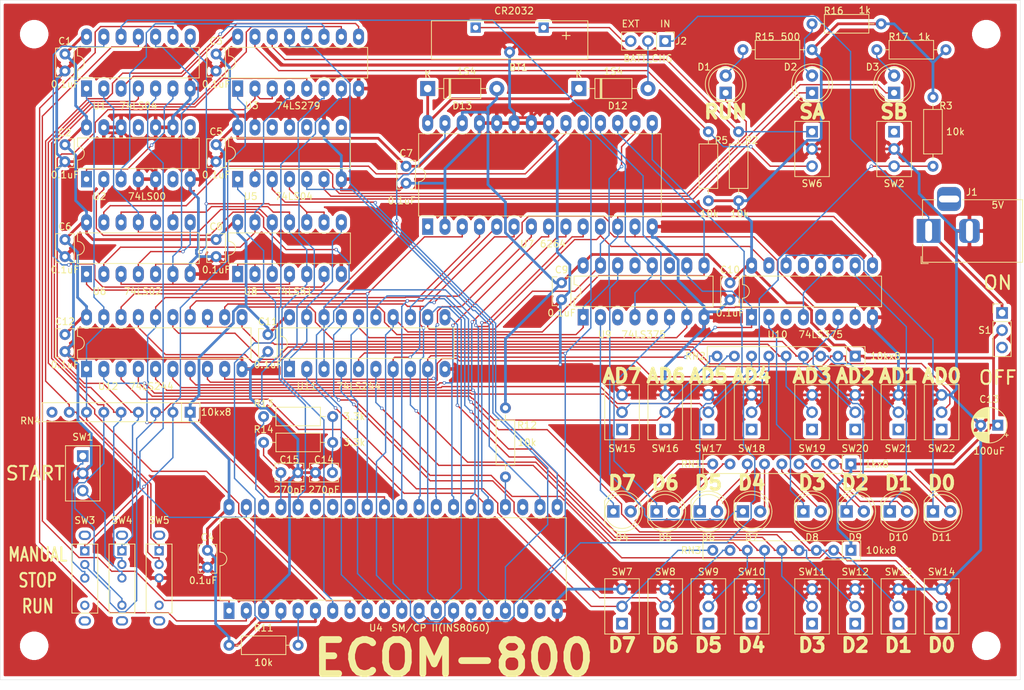
<source format=kicad_pcb>
(kicad_pcb (version 20171130) (host pcbnew "(5.1.9)-1")
  (layers (0 F.Cu signal) (31 B.Cu signal) (34 B.Paste user) (35 F.Paste user) (36 B.SilkS user hide) (37 F.SilkS user) (38 B.Mask user) (39 F.Mask user) (44 Edge.Cuts user))
  (net 0 "")
  (net 1 +5V)
  (net 2 GND)
  (net 3 "Net-(U1-Pad2)")
  (net 4 "Net-(D1-Pad2)")
  (net 5 "Net-(D1-Pad1)")
  (net 6 "Net-(D2-Pad1)")
  (net 7 "Net-(D2-Pad2)")
  (net 8 "Net-(D3-Pad2)")
  (net 9 "Net-(D3-Pad1)")
  (net 10 "Net-(D4-Pad1)")
  (net 11 "Net-(D4-Pad2)")
  (net 12 "Net-(D5-Pad2)")
  (net 13 "Net-(D5-Pad1)")
  (net 14 "Net-(D6-Pad1)")
  (net 15 "Net-(D6-Pad2)")
  (net 16 "Net-(D7-Pad1)")
  (net 17 "Net-(D7-Pad2)")
  (net 18 "Net-(D8-Pad2)")
  (net 19 "Net-(D8-Pad1)")
  (net 20 "Net-(J1-Pad1)")
  (net 21 "Net-(R2-Pad1)")
  (net 22 "Net-(R3-Pad1)")
  (net 23 "Net-(C14-Pad1)")
  (net 24 "Net-(C15-Pad1)")
  (net 25 "Net-(D9-Pad2)")
  (net 26 "Net-(D9-Pad1)")
  (net 27 "Net-(D10-Pad1)")
  (net 28 "Net-(D10-Pad2)")
  (net 29 "Net-(D11-Pad2)")
  (net 30 "Net-(D11-Pad1)")
  (net 31 "Net-(R5-Pad1)")
  (net 32 "Net-(R11-Pad1)")
  (net 33 "Net-(R12-Pad1)")
  (net 34 "Net-(R13-Pad2)")
  (net 35 "Net-(SW1-Pad1)")
  (net 36 "Net-(SW1-Pad3)")
  (net 37 "Net-(U1-Pad13)")
  (net 38 "Net-(U1-Pad6)")
  (net 39 "Net-(U1-Pad12)")
  (net 40 "Net-(U1-Pad5)")
  (net 41 "Net-(U1-Pad11)")
  (net 42 "Net-(U1-Pad4)")
  (net 43 "Net-(U1-Pad10)")
  (net 44 "Net-(U1-Pad3)")
  (net 45 "Net-(U1-Pad9)")
  (net 46 "Net-(U1-Pad8)")
  (net 47 "Net-(U2-Pad3)")
  (net 48 "Net-(U3-Pad4)")
  (net 49 "Net-(U3-Pad13)")
  (net 50 "Net-(U3-Pad7)")
  (net 51 "Net-(U4-Pad21)")
  (net 52 "Net-(U4-Pad22)")
  (net 53 "Net-(U4-Pad4)")
  (net 54 "Net-(U4-Pad36)")
  (net 55 "Net-(U6-Pad1)")
  (net 56 "Net-(U6-Pad4)")
  (net 57 "Net-(U6-Pad10)")
  (net 58 "Net-(U6-Pad13)")
  (net 59 "Net-(U11-Pad1)")
  (net 60 "Net-(RN2-Pad2)")
  (net 61 "Net-(RN2-Pad3)")
  (net 62 "Net-(RN2-Pad4)")
  (net 63 "Net-(RN2-Pad5)")
  (net 64 "Net-(RN2-Pad6)")
  (net 65 "Net-(RN2-Pad7)")
  (net 66 "Net-(RN2-Pad8)")
  (net 67 "Net-(RN2-Pad9)")
  (net 68 "Net-(RN3-Pad9)")
  (net 69 "Net-(RN3-Pad8)")
  (net 70 "Net-(RN3-Pad7)")
  (net 71 "Net-(RN3-Pad6)")
  (net 72 "Net-(RN3-Pad5)")
  (net 73 "Net-(RN3-Pad4)")
  (net 74 "Net-(RN3-Pad3)")
  (net 75 "Net-(RN3-Pad2)")
  (net 76 "Net-(RN4-Pad3)")
  (net 77 "Net-(RN4-Pad4)")
  (net 78 "Net-(RN4-Pad5)")
  (net 79 "Net-(RN4-Pad6)")
  (net 80 "Net-(RN4-Pad7)")
  (net 81 "Net-(RN4-Pad8)")
  (net 82 "Net-(RN4-Pad2)")
  (net 83 /DB7)
  (net 84 /AD00)
  (net 85 /AD01)
  (net 86 /AD02)
  (net 87 /AD03)
  (net 88 /AD04)
  (net 89 /DB6)
  (net 90 /AD05)
  (net 91 /DB5)
  (net 92 /AD06)
  (net 93 /DB4)
  (net 94 /AD07)
  (net 95 /DB3)
  (net 96 /DB2)
  (net 97 /DB1)
  (net 98 /DB0)
  (net 99 "Net-(D12-Pad2)")
  (net 100 "Net-(D12-Pad1)")
  (net 101 "Net-(BT1-Pad1)")
  (module MountingHole:MountingHole_3.2mm_M3 (layer F.Cu) (at 92.63 59.94)
    (fp_text reference MH4 hide)
    (fp_text value MountingHole_3.2mm_M3 hide)
    (pad 1 np_thru_hole circle (at 0 0) (size 3.2 3.2) (drill 3.2) (layers *.Cu *.Mask))
  )
  (module MountingHole:MountingHole_3.2mm_M3 (layer F.Cu) (at 232.63 59.94)
    (fp_text reference MH3 hide)
    (fp_text value MountingHole_3.2mm_M3 hide)
    (pad 1 np_thru_hole circle (at 0 0) (size 3.2 3.2) (drill 3.2) (layers *.Cu *.Mask))
  )
  (module MountingHole:MountingHole_3.2mm_M3 (layer F.Cu) (at 232.63 149.94)
    (fp_text reference MH2 hide)
    (fp_text value MountingHole_3.2mm_M3 hide)
    (pad 1 np_thru_hole circle (at 0 0) (size 3.2 3.2) (drill 3.2) (layers *.Cu *.Mask))
  )
  (module MountingHole:MountingHole_3.2mm_M3 (layer F.Cu) (at 92.63 149.94)
    (fp_text reference MH1 hide)
    (fp_text value MountingHole_3.2mm_M3 hide)
    (pad 1 np_thru_hole circle (at 0 0) (size 3.2 3.2) (drill 3.2) (layers *.Cu *.Mask))
  )
  (module Capacitor_THT:C_Rect_L4.0mm_W2.5mm_P2.50mm (layer F.Cu) (at 97.155 62.865 270)
    (fp_text reference C1 (at -1.905 0) (layer F.SilkS))
    (fp_text value 0.1uF)
    (pad 2 thru_hole circle (at 2.5 0 270) (size 1.6 1.6) (drill 0.8) (layers *.Cu *.Mask) (net 2 GND))
    (pad 1 thru_hole circle (at 0 0 270) (size 1.6 1.6) (drill 0.8) (layers *.Cu *.Mask) (net 1 +5V))
  )
  (module Capacitor_THT:C_Rect_L4.0mm_W2.5mm_P2.50mm (layer F.Cu) (at 97.155 76.2 270)
    (fp_text reference C2 (at -1.76 0.025) (layer F.SilkS))
    (fp_text value 0.1uF)
    (pad 1 thru_hole circle (at 0 0 270) (size 1.6 1.6) (drill 0.8) (layers *.Cu *.Mask) (net 1 +5V))
    (pad 2 thru_hole circle (at 2.5 0 270) (size 1.6 1.6) (drill 0.8) (layers *.Cu *.Mask) (net 2 GND))
  )
  (module Capacitor_THT:C_Rect_L4.0mm_W2.5mm_P2.50mm (layer F.Cu) (at 119.38 62.865 270)
    (fp_text reference C3 (at -1.905 0) (layer F.SilkS))
    (fp_text value 0.1uF)
    (pad 1 thru_hole circle (at 0 0 270) (size 1.6 1.6) (drill 0.8) (layers *.Cu *.Mask) (net 1 +5V))
    (pad 2 thru_hole circle (at 2.5 0 270) (size 1.6 1.6) (drill 0.8) (layers *.Cu *.Mask) (net 2 GND))
  )
  (module Capacitor_THT:C_Rect_L4.0mm_W2.5mm_P2.50mm (layer F.Cu) (at 118.11 135.89 270)
    (fp_text reference C4 (at -1.905 0) (layer F.SilkS))
    (fp_text value 0.1uF)
    (pad 1 thru_hole circle (at 0 0 270) (size 1.6 1.6) (drill 0.8) (layers *.Cu *.Mask) (net 1 +5V))
    (pad 2 thru_hole circle (at 2.5 0 270) (size 1.6 1.6) (drill 0.8) (layers *.Cu *.Mask) (net 2 GND))
  )
  (module Capacitor_THT:C_Rect_L4.0mm_W2.5mm_P2.50mm (layer F.Cu) (at 119.38 76.2 270)
    (fp_text reference C5 (at -1.905 0) (layer F.SilkS))
    (fp_text value 0.1uF)
    (pad 2 thru_hole circle (at 2.5 0 270) (size 1.6 1.6) (drill 0.8) (layers *.Cu *.Mask) (net 2 GND))
    (pad 1 thru_hole circle (at 0 0 270) (size 1.6 1.6) (drill 0.8) (layers *.Cu *.Mask) (net 1 +5V))
  )
  (module Capacitor_THT:C_Rect_L4.0mm_W2.5mm_P2.50mm (layer F.Cu) (at 97.155 90.17 270)
    (fp_text reference C6 (at -1.905 0) (layer F.SilkS))
    (fp_text value 0.1uF)
    (pad 2 thru_hole circle (at 2.5 0 270) (size 1.6 1.6) (drill 0.8) (layers *.Cu *.Mask) (net 2 GND))
    (pad 1 thru_hole circle (at 0 0 270) (size 1.6 1.6) (drill 0.8) (layers *.Cu *.Mask) (net 1 +5V))
  )
  (module Capacitor_THT:C_Rect_L4.0mm_W2.5mm_P2.50mm (layer F.Cu) (at 147.32 79.375 270)
    (fp_text reference C7 (at -1.905 0) (layer F.SilkS))
    (fp_text value 0.1uF)
    (pad 2 thru_hole circle (at 2.5 0 270) (size 1.6 1.6) (drill 0.8) (layers *.Cu *.Mask) (net 2 GND))
    (pad 1 thru_hole circle (at 0 0 270) (size 1.6 1.6) (drill 0.8) (layers *.Cu *.Mask) (net 1 +5V))
  )
  (module Capacitor_THT:C_Rect_L4.0mm_W2.5mm_P2.50mm (layer F.Cu) (at 119.38 90.17 270)
    (fp_text reference C8 (at -1.905 0) (layer F.SilkS))
    (fp_text value 0.1uF)
    (pad 1 thru_hole circle (at 0 0 270) (size 1.6 1.6) (drill 0.8) (layers *.Cu *.Mask) (net 1 +5V))
    (pad 2 thru_hole circle (at 2.5 0 270) (size 1.6 1.6) (drill 0.8) (layers *.Cu *.Mask) (net 2 GND))
  )
  (module Capacitor_THT:C_Rect_L4.0mm_W2.5mm_P2.50mm (layer F.Cu) (at 170.18 96.52 270)
    (fp_text reference C9 (at -1.905 0) (layer F.SilkS))
    (fp_text value 0.1uF)
    (pad 1 thru_hole circle (at 0 0 270) (size 1.6 1.6) (drill 0.8) (layers *.Cu *.Mask) (net 1 +5V))
    (pad 2 thru_hole circle (at 2.5 0 270) (size 1.6 1.6) (drill 0.8) (layers *.Cu *.Mask) (net 2 GND))
  )
  (module Capacitor_THT:C_Rect_L4.0mm_W2.5mm_P2.50mm (layer F.Cu) (at 194.945 96.52 270)
    (fp_text reference C10 (at -1.905 0) (layer F.SilkS))
    (fp_text value 0.1uF)
    (pad 2 thru_hole circle (at 2.5 0 270) (size 1.6 1.6) (drill 0.8) (layers *.Cu *.Mask) (net 2 GND))
    (pad 1 thru_hole circle (at 0 0 270) (size 1.6 1.6) (drill 0.8) (layers *.Cu *.Mask) (net 1 +5V))
  )
  (module Capacitor_THT:C_Rect_L4.0mm_W2.5mm_P2.50mm (layer F.Cu) (at 127 104.14 270)
    (fp_text reference C11 (at -1.905 0) (layer F.SilkS))
    (fp_text value 0.1uF)
    (pad 2 thru_hole circle (at 2.5 0 270) (size 1.6 1.6) (drill 0.8) (layers *.Cu *.Mask) (net 2 GND))
    (pad 1 thru_hole circle (at 0 0 270) (size 1.6 1.6) (drill 0.8) (layers *.Cu *.Mask) (net 1 +5V))
  )
  (module Capacitor_THT:C_Rect_L4.0mm_W2.5mm_P2.50mm (layer F.Cu) (at 97.155 104.14 270)
    (fp_text reference C12 (at -1.905 0) (layer F.SilkS))
    (fp_text value 0.1uF)
    (pad 1 thru_hole circle (at 0 0 270) (size 1.6 1.6) (drill 0.8) (layers *.Cu *.Mask) (net 1 +5V))
    (pad 2 thru_hole circle (at 2.5 0 270) (size 1.6 1.6) (drill 0.8) (layers *.Cu *.Mask) (net 2 GND))
  )
  (module Capacitor_THT:CP_Radial_D5.0mm_P2.50mm (layer F.Cu) (at 234.315 117.475 180)
    (fp_text reference C13 (at 1.25 3.81) (layer F.SilkS))
    (fp_text value 100uF)
    (pad 1 thru_hole rect (at 0 0 180) (size 1.6 1.6) (drill 0.8) (layers *.Cu *.Mask) (net 1 +5V))
    (pad 2 thru_hole circle (at 2.5 0 180) (size 1.6 1.6) (drill 0.8) (layers *.Cu *.Mask) (net 2 GND))
  )
  (module Capacitor_THT:C_Rect_L4.0mm_W2.5mm_P2.50mm (layer F.Cu) (at 136.485 124.46 180)
    (fp_text reference C14 (at 1.25 1.905) (layer F.SilkS))
    (fp_text value 270p)
    (pad 1 thru_hole circle (at 0 0 180) (size 1.6 1.6) (drill 0.8) (layers *.Cu *.Mask) (net 23 "Net-(C14-Pad1)"))
    (pad 2 thru_hole circle (at 2.5 0 180) (size 1.6 1.6) (drill 0.8) (layers *.Cu *.Mask) (net 2 GND))
  )
  (module Capacitor_THT:C_Rect_L4.0mm_W2.5mm_P2.50mm (layer F.Cu) (at 128.905 124.46)
    (fp_text reference C15 (at 1.25 -1.905) (layer F.SilkS))
    (fp_text value 270p)
    (pad 2 thru_hole circle (at 2.5 0) (size 1.6 1.6) (drill 0.8) (layers *.Cu *.Mask) (net 2 GND))
    (pad 1 thru_hole circle (at 0 0) (size 1.6 1.6) (drill 0.8) (layers *.Cu *.Mask) (net 24 "Net-(C15-Pad1)"))
  )
  (module LED_THT:LED_D5.0mm (layer F.Cu) (at 194.31 68.58 90)
    (fp_text reference D1 (at 3.81 -3.175) (layer F.SilkS))
    (fp_text value RUN)
    (pad 1 thru_hole rect (at 0 0 90) (size 1.8 1.8) (drill 0.9) (layers *.Cu *.Mask) (net 5 "Net-(D1-Pad1)"))
    (pad 2 thru_hole circle (at 2.54 0 90) (size 1.8 1.8) (drill 0.9) (layers *.Cu *.Mask) (net 4 "Net-(D1-Pad2)"))
  )
  (module LED_THT:LED_D5.0mm (layer F.Cu) (at 207.01 68.58 90)
    (fp_text reference D2 (at 3.81 -3.175) (layer F.SilkS))
    (fp_text value FA)
    (pad 2 thru_hole circle (at 2.54 0 90) (size 1.8 1.8) (drill 0.9) (layers *.Cu *.Mask) (net 7 "Net-(D2-Pad2)"))
    (pad 1 thru_hole rect (at 0 0 90) (size 1.8 1.8) (drill 0.9) (layers *.Cu *.Mask) (net 6 "Net-(D2-Pad1)"))
  )
  (module LED_THT:LED_D5.0mm (layer F.Cu) (at 219.075 68.58 90)
    (fp_text reference D3 (at 3.81 -3.175) (layer F.SilkS))
    (fp_text value FB)
    (pad 1 thru_hole rect (at 0 0 90) (size 1.8 1.8) (drill 0.9) (layers *.Cu *.Mask) (net 9 "Net-(D3-Pad1)"))
    (pad 2 thru_hole circle (at 2.54 0 90) (size 1.8 1.8) (drill 0.9) (layers *.Cu *.Mask) (net 8 "Net-(D3-Pad2)"))
  )
  (module LED_THT:LED_D5.0mm (layer F.Cu) (at 177.8 130.175)
    (fp_text reference D4 (at 1.27 3.81) (layer F.SilkS))
    (fp_text value LED7)
    (pad 1 thru_hole rect (at 0 0) (size 1.8 1.8) (drill 0.9) (layers *.Cu *.Mask) (net 10 "Net-(D4-Pad1)"))
    (pad 2 thru_hole circle (at 2.54 0) (size 1.8 1.8) (drill 0.9) (layers *.Cu *.Mask) (net 11 "Net-(D4-Pad2)"))
  )
  (module LED_THT:LED_D5.0mm (layer F.Cu) (at 184.15 130.175)
    (fp_text reference D5 (at 1.27 3.81) (layer F.SilkS))
    (fp_text value LED6)
    (pad 2 thru_hole circle (at 2.54 0) (size 1.8 1.8) (drill 0.9) (layers *.Cu *.Mask) (net 12 "Net-(D5-Pad2)"))
    (pad 1 thru_hole rect (at 0 0) (size 1.8 1.8) (drill 0.9) (layers *.Cu *.Mask) (net 13 "Net-(D5-Pad1)"))
  )
  (module LED_THT:LED_D5.0mm (layer F.Cu) (at 190.5 130.175)
    (fp_text reference D6 (at 1.27 3.81) (layer F.SilkS))
    (fp_text value LED5)
    (pad 1 thru_hole rect (at 0 0) (size 1.8 1.8) (drill 0.9) (layers *.Cu *.Mask) (net 14 "Net-(D6-Pad1)"))
    (pad 2 thru_hole circle (at 2.54 0) (size 1.8 1.8) (drill 0.9) (layers *.Cu *.Mask) (net 15 "Net-(D6-Pad2)"))
  )
  (module LED_THT:LED_D5.0mm (layer F.Cu) (at 196.85 130.175)
    (fp_text reference D7 (at 1.27 3.81) (layer F.SilkS))
    (fp_text value LED4)
    (pad 2 thru_hole circle (at 2.54 0) (size 1.8 1.8) (drill 0.9) (layers *.Cu *.Mask) (net 17 "Net-(D7-Pad2)"))
    (pad 1 thru_hole rect (at 0 0) (size 1.8 1.8) (drill 0.9) (layers *.Cu *.Mask) (net 16 "Net-(D7-Pad1)"))
  )
  (module LED_THT:LED_D5.0mm (layer F.Cu) (at 205.74 130.175)
    (fp_text reference D8 (at 1.27 3.81) (layer F.SilkS))
    (fp_text value LED3)
    (pad 1 thru_hole rect (at 0 0) (size 1.8 1.8) (drill 0.9) (layers *.Cu *.Mask) (net 19 "Net-(D8-Pad1)"))
    (pad 2 thru_hole circle (at 2.54 0) (size 1.8 1.8) (drill 0.9) (layers *.Cu *.Mask) (net 18 "Net-(D8-Pad2)"))
  )
  (module LED_THT:LED_D5.0mm (layer F.Cu) (at 212.09 130.175)
    (fp_text reference D9 (at 1.27 3.81) (layer F.SilkS))
    (fp_text value LED2)
    (pad 2 thru_hole circle (at 2.54 0) (size 1.8 1.8) (drill 0.9) (layers *.Cu *.Mask) (net 25 "Net-(D9-Pad2)"))
    (pad 1 thru_hole rect (at 0 0) (size 1.8 1.8) (drill 0.9) (layers *.Cu *.Mask) (net 26 "Net-(D9-Pad1)"))
  )
  (module LED_THT:LED_D5.0mm (layer F.Cu) (at 218.44 130.175)
    (fp_text reference D10 (at 1.27 3.81) (layer F.SilkS))
    (fp_text value LED1)
    (pad 1 thru_hole rect (at 0 0) (size 1.8 1.8) (drill 0.9) (layers *.Cu *.Mask) (net 27 "Net-(D10-Pad1)"))
    (pad 2 thru_hole circle (at 2.54 0) (size 1.8 1.8) (drill 0.9) (layers *.Cu *.Mask) (net 28 "Net-(D10-Pad2)"))
  )
  (module LED_THT:LED_D5.0mm (layer F.Cu) (at 224.79 130.175)
    (fp_text reference D11 (at 1.27 3.81) (layer F.SilkS))
    (fp_text value LED0)
    (pad 2 thru_hole circle (at 2.54 0) (size 1.8 1.8) (drill 0.9) (layers *.Cu *.Mask) (net 29 "Net-(D11-Pad2)"))
    (pad 1 thru_hole rect (at 0 0) (size 1.8 1.8) (drill 0.9) (layers *.Cu *.Mask) (net 30 "Net-(D11-Pad1)"))
  )
  (module Connector_BarrelJack:BarrelJack_Horizontal (layer F.Cu) (at 224.155 88.9 180)
    (fp_text reference J1 (at -6.35 5.715) (layer F.SilkS))
    (fp_text value Barrel_Jack)
    (pad 1 thru_hole rect (at 0 0 180) (size 3.5 3.5) (drill oval 1 3) (layers *.Cu *.Mask) (net 20 "Net-(J1-Pad1)"))
    (pad 2 thru_hole roundrect (at -6 0 180) (size 3 3.5) (drill oval 1 3) (layers *.Cu *.Mask) (net 2 GND))
    (pad 3 thru_hole roundrect (at -3 4.7 180) (size 3.5 3.5) (drill oval 3 1) (layers *.Cu *.Mask))
  )
  (module Resistor_THT:R_Axial_DIN0207_L6.3mm_D2.5mm_P10.16mm_Horizontal (layer F.Cu) (at 196.215 74.295 270)
    (fp_text reference R2 (at 1.27 -1.905) (layer F.SilkS))
    (fp_text value 10k)
    (pad 2 thru_hole oval (at 10.16 0 270) (size 1.6 1.6) (drill 0.8) (layers *.Cu *.Mask) (net 1 +5V))
    (pad 1 thru_hole circle (at 0 0 270) (size 1.6 1.6) (drill 0.8) (layers *.Cu *.Mask) (net 21 "Net-(R2-Pad1)"))
  )
  (module Resistor_THT:R_Axial_DIN0207_L6.3mm_D2.5mm_P10.16mm_Horizontal (layer F.Cu) (at 224.79 79.375 90)
    (fp_text reference R3 (at 8.89 1.905) (layer F.SilkS))
    (fp_text value 10k)
    (pad 2 thru_hole oval (at 10.16 0 90) (size 1.6 1.6) (drill 0.8) (layers *.Cu *.Mask) (net 1 +5V))
    (pad 1 thru_hole circle (at 0 0 90) (size 1.6 1.6) (drill 0.8) (layers *.Cu *.Mask) (net 22 "Net-(R3-Pad1)"))
  )
  (module Resistor_THT:R_Axial_DIN0207_L6.3mm_D2.5mm_P10.16mm_Horizontal (layer F.Cu) (at 191.77 74.295 270)
    (fp_text reference R5 (at 1.27 -1.905) (layer F.SilkS))
    (fp_text value 10k)
    (pad 1 thru_hole circle (at 0 0 270) (size 1.6 1.6) (drill 0.8) (layers *.Cu *.Mask) (net 31 "Net-(R5-Pad1)"))
    (pad 2 thru_hole oval (at 10.16 0 270) (size 1.6 1.6) (drill 0.8) (layers *.Cu *.Mask) (net 1 +5V))
  )
  (module Resistor_THT:R_Axial_DIN0207_L6.3mm_D2.5mm_P10.16mm_Horizontal (layer F.Cu) (at 131.445 149.86 180)
    (fp_text reference R11 (at 5.08 2.54) (layer F.SilkS))
    (fp_text value 10k)
    (pad 2 thru_hole oval (at 10.16 0 180) (size 1.6 1.6) (drill 0.8) (layers *.Cu *.Mask) (net 1 +5V))
    (pad 1 thru_hole circle (at 0 0 180) (size 1.6 1.6) (drill 0.8) (layers *.Cu *.Mask) (net 32 "Net-(R11-Pad1)"))
  )
  (module Resistor_THT:R_Axial_DIN0207_L6.3mm_D2.5mm_P10.16mm_Horizontal (layer F.Cu) (at 161.925 125.095 90)
    (fp_text reference R12 (at 7.62 3.175) (layer F.SilkS))
    (fp_text value 10k)
    (pad 1 thru_hole circle (at 0 0 90) (size 1.6 1.6) (drill 0.8) (layers *.Cu *.Mask) (net 33 "Net-(R12-Pad1)"))
    (pad 2 thru_hole oval (at 10.16 0 90) (size 1.6 1.6) (drill 0.8) (layers *.Cu *.Mask) (net 1 +5V))
  )
  (module Resistor_THT:R_Axial_DIN0207_L6.3mm_D2.5mm_P10.16mm_Horizontal (layer F.Cu) (at 136.525 116.205 180)
    (fp_text reference R13 (at 10.16 1.905) (layer F.SilkS))
    (fp_text value 3.3k)
    (pad 2 thru_hole oval (at 10.16 0 180) (size 1.6 1.6) (drill 0.8) (layers *.Cu *.Mask) (net 34 "Net-(R13-Pad2)"))
    (pad 1 thru_hole circle (at 0 0 180) (size 1.6 1.6) (drill 0.8) (layers *.Cu *.Mask) (net 23 "Net-(C14-Pad1)"))
  )
  (module Resistor_THT:R_Axial_DIN0207_L6.3mm_D2.5mm_P10.16mm_Horizontal (layer F.Cu) (at 126.365 120.015)
    (fp_text reference R14 (at 0 -1.905) (layer F.SilkS))
    (fp_text value 3.3k)
    (pad 1 thru_hole circle (at 0 0) (size 1.6 1.6) (drill 0.8) (layers *.Cu *.Mask) (net 24 "Net-(C15-Pad1)"))
    (pad 2 thru_hole oval (at 10.16 0) (size 1.6 1.6) (drill 0.8) (layers *.Cu *.Mask) (net 23 "Net-(C14-Pad1)"))
  )
  (module Resistor_THT:R_Axial_DIN0207_L6.3mm_D2.5mm_P10.16mm_Horizontal (layer F.Cu) (at 207.01 62.23 180)
    (fp_text reference R15 (at 6.985 1.905) (layer F.SilkS))
    (fp_text value 500)
    (pad 2 thru_hole oval (at 10.16 0 180) (size 1.6 1.6) (drill 0.8) (layers *.Cu *.Mask) (net 4 "Net-(D1-Pad2)"))
    (pad 1 thru_hole circle (at 0 0 180) (size 1.6 1.6) (drill 0.8) (layers *.Cu *.Mask) (net 1 +5V))
  )
  (module Resistor_THT:R_Axial_DIN0207_L6.3mm_D2.5mm_P10.16mm_Horizontal (layer F.Cu) (at 217.17 58.42 180)
    (fp_text reference R16 (at 6.985 1.905) (layer F.SilkS))
    (fp_text value 1k)
    (pad 1 thru_hole circle (at 0 0 180) (size 1.6 1.6) (drill 0.8) (layers *.Cu *.Mask) (net 1 +5V))
    (pad 2 thru_hole oval (at 10.16 0 180) (size 1.6 1.6) (drill 0.8) (layers *.Cu *.Mask) (net 7 "Net-(D2-Pad2)"))
  )
  (module Resistor_THT:R_Axial_DIN0207_L6.3mm_D2.5mm_P10.16mm_Horizontal (layer F.Cu) (at 226.695 62.23 180)
    (fp_text reference R17 (at 6.985 1.905) (layer F.SilkS))
    (fp_text value 1k)
    (pad 2 thru_hole oval (at 10.16 0 180) (size 1.6 1.6) (drill 0.8) (layers *.Cu *.Mask) (net 8 "Net-(D3-Pad2)"))
    (pad 1 thru_hole circle (at 0 0 180) (size 1.6 1.6) (drill 0.8) (layers *.Cu *.Mask) (net 1 +5V))
  )
  (module Connector_PinHeader_2.54mm:PinHeader_1x03_P2.54mm_Vertical (layer F.Cu) (at 234.95 100.965)
    (fp_text reference S1 (at -2.54 2.54) (layer F.SilkS))
    (fp_text value SLIDE_SWITCH_3P)
    (pad 1 thru_hole rect (at 0 0) (size 1.7 1.7) (drill 1) (layers *.Cu *.Mask) (net 20 "Net-(J1-Pad1)"))
    (pad 2 thru_hole oval (at 0 2.54) (size 1.7 1.7) (drill 1) (layers *.Cu *.Mask) (net 1 +5V))
    (pad 3 thru_hole oval (at 0 5.08) (size 1.7 1.7) (drill 1) (layers *.Cu *.Mask))
  )
  (module Switch_Toggle:SW_Toggle_P2.54mm_Vertical (layer F.Cu) (at 99.775 122.025)
    (fp_text reference SW1 (at 0 -2.8) (layer F.SilkS))
    (fp_text value SWS)
    (pad 1 thru_hole rect (at 0 0) (size 1.7 1.7) (drill 1) (layers *.Cu *.Mask) (net 35 "Net-(SW1-Pad1)"))
    (pad 2 thru_hole circle (at 0 2.54) (size 1.7 1.7) (drill 1) (layers *.Cu *.Mask) (net 2 GND))
    (pad 3 thru_hole circle (at 0 5.08) (size 1.7 1.7) (drill 1) (layers *.Cu *.Mask) (net 36 "Net-(SW1-Pad3)"))
  )
  (module Switch_Toggle:SW_Toggle_P2.54mm_Vertical (layer F.Cu) (at 219.075 74.295)
    (fp_text reference SW2 (at 0 7.62) (layer F.SilkS))
    (fp_text value SWB)
    (pad 1 thru_hole rect (at 0 0) (size 1.7 1.7) (drill 1) (layers *.Cu *.Mask))
    (pad 2 thru_hole circle (at 0 2.54) (size 1.7 1.7) (drill 1) (layers *.Cu *.Mask) (net 2 GND))
    (pad 3 thru_hole circle (at 0 5.08) (size 1.7 1.7) (drill 1) (layers *.Cu *.Mask) (net 22 "Net-(R3-Pad1)"))
  )
  (module Switch_Toggle:SW_Toggle_P2.54mm_Vertical (layer F.Cu) (at 207.01 74.295)
    (fp_text reference SW6 (at 0 7.62) (layer F.SilkS))
    (fp_text value SWA)
    (pad 3 thru_hole circle (at 0 5.08) (size 1.7 1.7) (drill 1) (layers *.Cu *.Mask) (net 31 "Net-(R5-Pad1)"))
    (pad 2 thru_hole circle (at 0 2.54) (size 1.7 1.7) (drill 1) (layers *.Cu *.Mask) (net 2 GND))
    (pad 1 thru_hole rect (at 0 0) (size 1.7 1.7) (drill 1) (layers *.Cu *.Mask) (net 21 "Net-(R2-Pad1)"))
  )
  (module Switch_Toggle:SW_Toggle_P2.54mm_Vertical (layer F.Cu) (at 179.07 146.685 180)
    (fp_text reference SW7 (at 0 7.62) (layer F.SilkS))
    (fp_text value SWD7)
    (pad 3 thru_hole circle (at 0 5.08 180) (size 1.7 1.7) (drill 1) (layers *.Cu *.Mask) (net 2 GND))
    (pad 2 thru_hole circle (at 0 2.54 180) (size 1.7 1.7) (drill 1) (layers *.Cu *.Mask) (net 68 "Net-(RN3-Pad9)"))
    (pad 1 thru_hole rect (at 0 0 180) (size 1.7 1.7) (drill 1) (layers *.Cu *.Mask))
  )
  (module Switch_Toggle:SW_Toggle_P2.54mm_Vertical (layer F.Cu) (at 185.42 146.685 180)
    (fp_text reference SW8 (at 0 7.62) (layer F.SilkS))
    (fp_text value SWD6)
    (pad 1 thru_hole rect (at 0 0 180) (size 1.7 1.7) (drill 1) (layers *.Cu *.Mask))
    (pad 2 thru_hole circle (at 0 2.54 180) (size 1.7 1.7) (drill 1) (layers *.Cu *.Mask) (net 69 "Net-(RN3-Pad8)"))
    (pad 3 thru_hole circle (at 0 5.08 180) (size 1.7 1.7) (drill 1) (layers *.Cu *.Mask) (net 2 GND))
  )
  (module Switch_Toggle:SW_Toggle_P2.54mm_Vertical (layer F.Cu) (at 191.77 146.685 180)
    (fp_text reference SW9 (at 0 7.62) (layer F.SilkS))
    (fp_text value SWD5)
    (pad 1 thru_hole rect (at 0 0 180) (size 1.7 1.7) (drill 1) (layers *.Cu *.Mask))
    (pad 2 thru_hole circle (at 0 2.54 180) (size 1.7 1.7) (drill 1) (layers *.Cu *.Mask) (net 70 "Net-(RN3-Pad7)"))
    (pad 3 thru_hole circle (at 0 5.08 180) (size 1.7 1.7) (drill 1) (layers *.Cu *.Mask) (net 2 GND))
  )
  (module Switch_Toggle:SW_Toggle_P2.54mm_Vertical (layer F.Cu) (at 198.12 146.685 180)
    (fp_text reference SW10 (at 0 7.62) (layer F.SilkS))
    (fp_text value SWD4)
    (pad 1 thru_hole rect (at 0 0 180) (size 1.7 1.7) (drill 1) (layers *.Cu *.Mask))
    (pad 2 thru_hole circle (at 0 2.54 180) (size 1.7 1.7) (drill 1) (layers *.Cu *.Mask) (net 71 "Net-(RN3-Pad6)"))
    (pad 3 thru_hole circle (at 0 5.08 180) (size 1.7 1.7) (drill 1) (layers *.Cu *.Mask) (net 2 GND))
  )
  (module Switch_Toggle:SW_Toggle_P2.54mm_Vertical (layer F.Cu) (at 207.01 146.685 180)
    (fp_text reference SW11 (at 0 7.62) (layer F.SilkS))
    (fp_text value SWD3)
    (pad 3 thru_hole circle (at 0 5.08 180) (size 1.7 1.7) (drill 1) (layers *.Cu *.Mask) (net 2 GND))
    (pad 2 thru_hole circle (at 0 2.54 180) (size 1.7 1.7) (drill 1) (layers *.Cu *.Mask) (net 72 "Net-(RN3-Pad5)"))
    (pad 1 thru_hole rect (at 0 0 180) (size 1.7 1.7) (drill 1) (layers *.Cu *.Mask))
  )
  (module Switch_Toggle:SW_Toggle_P2.54mm_Vertical (layer F.Cu) (at 213.36 146.685 180)
    (fp_text reference SW12 (at 0 7.62) (layer F.SilkS))
    (fp_text value SWD2)
    (pad 3 thru_hole circle (at 0 5.08 180) (size 1.7 1.7) (drill 1) (layers *.Cu *.Mask) (net 2 GND))
    (pad 2 thru_hole circle (at 0 2.54 180) (size 1.7 1.7) (drill 1) (layers *.Cu *.Mask) (net 73 "Net-(RN3-Pad4)"))
    (pad 1 thru_hole rect (at 0 0 180) (size 1.7 1.7) (drill 1) (layers *.Cu *.Mask))
  )
  (module Switch_Toggle:SW_Toggle_P2.54mm_Vertical (layer F.Cu) (at 219.71 146.685 180)
    (fp_text reference SW13 (at 0 7.62) (layer F.SilkS))
    (fp_text value SWD1)
    (pad 1 thru_hole rect (at 0 0 180) (size 1.7 1.7) (drill 1) (layers *.Cu *.Mask))
    (pad 2 thru_hole circle (at 0 2.54 180) (size 1.7 1.7) (drill 1) (layers *.Cu *.Mask) (net 74 "Net-(RN3-Pad3)"))
    (pad 3 thru_hole circle (at 0 5.08 180) (size 1.7 1.7) (drill 1) (layers *.Cu *.Mask) (net 2 GND))
  )
  (module Switch_Toggle:SW_Toggle_P2.54mm_Vertical (layer F.Cu) (at 226.06 146.685 180)
    (fp_text reference SW14 (at 0 7.62) (layer F.SilkS))
    (fp_text value SWD0)
    (pad 3 thru_hole circle (at 0 5.08 180) (size 1.7 1.7) (drill 1) (layers *.Cu *.Mask) (net 2 GND))
    (pad 2 thru_hole circle (at 0 2.54 180) (size 1.7 1.7) (drill 1) (layers *.Cu *.Mask) (net 75 "Net-(RN3-Pad2)"))
    (pad 1 thru_hole rect (at 0 0 180) (size 1.7 1.7) (drill 1) (layers *.Cu *.Mask))
  )
  (module Switch_Toggle:SW_Toggle_P2.54mm_Vertical (layer F.Cu) (at 179.07 118.11 180)
    (fp_text reference SW15 (at 0 -2.8) (layer F.SilkS))
    (fp_text value SWAD7)
    (pad 1 thru_hole rect (at 0 0 180) (size 1.7 1.7) (drill 1) (layers *.Cu *.Mask))
    (pad 2 thru_hole circle (at 0 2.54 180) (size 1.7 1.7) (drill 1) (layers *.Cu *.Mask) (net 67 "Net-(RN2-Pad9)"))
    (pad 3 thru_hole circle (at 0 5.08 180) (size 1.7 1.7) (drill 1) (layers *.Cu *.Mask) (net 2 GND))
  )
  (module Switch_Toggle:SW_Toggle_P2.54mm_Vertical (layer F.Cu) (at 185.42 118.11 180)
    (fp_text reference SW16 (at 0 -2.8) (layer F.SilkS))
    (fp_text value SWAD6)
    (pad 3 thru_hole circle (at 0 5.08 180) (size 1.7 1.7) (drill 1) (layers *.Cu *.Mask) (net 2 GND))
    (pad 2 thru_hole circle (at 0 2.54 180) (size 1.7 1.7) (drill 1) (layers *.Cu *.Mask) (net 66 "Net-(RN2-Pad8)"))
    (pad 1 thru_hole rect (at 0 0 180) (size 1.7 1.7) (drill 1) (layers *.Cu *.Mask))
  )
  (module Switch_Toggle:SW_Toggle_P2.54mm_Vertical (layer F.Cu) (at 191.77 118.11 180)
    (fp_text reference SW17 (at 0 -2.8) (layer F.SilkS))
    (fp_text value SWAD5)
    (pad 3 thru_hole circle (at 0 5.08 180) (size 1.7 1.7) (drill 1) (layers *.Cu *.Mask) (net 2 GND))
    (pad 2 thru_hole circle (at 0 2.54 180) (size 1.7 1.7) (drill 1) (layers *.Cu *.Mask) (net 65 "Net-(RN2-Pad7)"))
    (pad 1 thru_hole rect (at 0 0 180) (size 1.7 1.7) (drill 1) (layers *.Cu *.Mask))
  )
  (module Switch_Toggle:SW_Toggle_P2.54mm_Vertical (layer F.Cu) (at 198.12 118.11 180)
    (fp_text reference SW18 (at 0 -2.8) (layer F.SilkS))
    (fp_text value SWAD4)
    (pad 1 thru_hole rect (at 0 0 180) (size 1.7 1.7) (drill 1) (layers *.Cu *.Mask))
    (pad 2 thru_hole circle (at 0 2.54 180) (size 1.7 1.7) (drill 1) (layers *.Cu *.Mask) (net 64 "Net-(RN2-Pad6)"))
    (pad 3 thru_hole circle (at 0 5.08 180) (size 1.7 1.7) (drill 1) (layers *.Cu *.Mask) (net 2 GND))
  )
  (module Switch_Toggle:SW_Toggle_P2.54mm_Vertical (layer F.Cu) (at 207.01 118.11 180)
    (fp_text reference SW19 (at 0 -2.8) (layer F.SilkS))
    (fp_text value SWAD3)
    (pad 3 thru_hole circle (at 0 5.08 180) (size 1.7 1.7) (drill 1) (layers *.Cu *.Mask) (net 2 GND))
    (pad 2 thru_hole circle (at 0 2.54 180) (size 1.7 1.7) (drill 1) (layers *.Cu *.Mask) (net 63 "Net-(RN2-Pad5)"))
    (pad 1 thru_hole rect (at 0 0 180) (size 1.7 1.7) (drill 1) (layers *.Cu *.Mask))
  )
  (module Switch_Toggle:SW_Toggle_P2.54mm_Vertical (layer F.Cu) (at 213.36 118.11 180)
    (fp_text reference SW20 (at 0 -2.8) (layer F.SilkS))
    (fp_text value SWAD2)
    (pad 1 thru_hole rect (at 0 0 180) (size 1.7 1.7) (drill 1) (layers *.Cu *.Mask))
    (pad 2 thru_hole circle (at 0 2.54 180) (size 1.7 1.7) (drill 1) (layers *.Cu *.Mask) (net 62 "Net-(RN2-Pad4)"))
    (pad 3 thru_hole circle (at 0 5.08 180) (size 1.7 1.7) (drill 1) (layers *.Cu *.Mask) (net 2 GND))
  )
  (module Switch_Toggle:SW_Toggle_P2.54mm_Vertical (layer F.Cu) (at 219.71 118.11 180)
    (fp_text reference SW21 (at 0 -2.8) (layer F.SilkS))
    (fp_text value SWAD1)
    (pad 3 thru_hole circle (at 0 5.08 180) (size 1.7 1.7) (drill 1) (layers *.Cu *.Mask) (net 2 GND))
    (pad 2 thru_hole circle (at 0 2.54 180) (size 1.7 1.7) (drill 1) (layers *.Cu *.Mask) (net 61 "Net-(RN2-Pad3)"))
    (pad 1 thru_hole rect (at 0 0 180) (size 1.7 1.7) (drill 1) (layers *.Cu *.Mask))
  )
  (module Switch_Toggle:SW_Toggle_P2.54mm_Vertical (layer F.Cu) (at 226.06 118.11 180)
    (fp_text reference SW22 (at 0 -2.8) (layer F.SilkS))
    (fp_text value SWAD0)
    (pad 1 thru_hole rect (at 0 0 180) (size 1.7 1.7) (drill 1) (layers *.Cu *.Mask))
    (pad 2 thru_hole circle (at 0 2.54 180) (size 1.7 1.7) (drill 1) (layers *.Cu *.Mask) (net 60 "Net-(RN2-Pad2)"))
    (pad 3 thru_hole circle (at 0 5.08 180) (size 1.7 1.7) (drill 1) (layers *.Cu *.Mask) (net 2 GND))
  )
  (module Package_DIP:DIP-14_W7.62mm_LongPads (layer F.Cu) (at 100.33 67.945 90)
    (fp_text reference U1 (at -2.54 1.905) (layer F.SilkS))
    (fp_text value 74LS04)
    (pad 14 thru_hole oval (at 7.62 0 90) (size 2.4 1.6) (drill 0.8) (layers *.Cu *.Mask) (net 1 +5V))
    (pad 7 thru_hole oval (at 0 15.24 90) (size 2.4 1.6) (drill 0.8) (layers *.Cu *.Mask) (net 2 GND))
    (pad 13 thru_hole oval (at 7.62 2.54 90) (size 2.4 1.6) (drill 0.8) (layers *.Cu *.Mask) (net 37 "Net-(U1-Pad13)"))
    (pad 6 thru_hole oval (at 0 12.7 90) (size 2.4 1.6) (drill 0.8) (layers *.Cu *.Mask) (net 38 "Net-(U1-Pad6)"))
    (pad 12 thru_hole oval (at 7.62 5.08 90) (size 2.4 1.6) (drill 0.8) (layers *.Cu *.Mask) (net 39 "Net-(U1-Pad12)"))
    (pad 5 thru_hole oval (at 0 10.16 90) (size 2.4 1.6) (drill 0.8) (layers *.Cu *.Mask) (net 40 "Net-(U1-Pad5)"))
    (pad 11 thru_hole oval (at 7.62 7.62 90) (size 2.4 1.6) (drill 0.8) (layers *.Cu *.Mask) (net 41 "Net-(U1-Pad11)"))
    (pad 4 thru_hole oval (at 0 7.62 90) (size 2.4 1.6) (drill 0.8) (layers *.Cu *.Mask) (net 42 "Net-(U1-Pad4)"))
    (pad 10 thru_hole oval (at 7.62 10.16 90) (size 2.4 1.6) (drill 0.8) (layers *.Cu *.Mask) (net 43 "Net-(U1-Pad10)"))
    (pad 3 thru_hole oval (at 0 5.08 90) (size 2.4 1.6) (drill 0.8) (layers *.Cu *.Mask) (net 44 "Net-(U1-Pad3)"))
    (pad 9 thru_hole oval (at 7.62 12.7 90) (size 2.4 1.6) (drill 0.8) (layers *.Cu *.Mask) (net 45 "Net-(U1-Pad9)"))
    (pad 2 thru_hole oval (at 0 2.54 90) (size 2.4 1.6) (drill 0.8) (layers *.Cu *.Mask) (net 3 "Net-(U1-Pad2)"))
    (pad 8 thru_hole oval (at 7.62 15.24 90) (size 2.4 1.6) (drill 0.8) (layers *.Cu *.Mask) (net 46 "Net-(U1-Pad8)"))
    (pad 1 thru_hole rect (at 0 0 90) (size 2.4 1.6) (drill 0.8) (layers *.Cu *.Mask) (net 80 "Net-(RN4-Pad7)"))
  )
  (module Package_DIP:DIP-14_W7.62mm_LongPads (layer F.Cu) (at 100.33 81.28 90)
    (fp_text reference U2 (at -2.54 1.905) (layer F.SilkS))
    (fp_text value 74LS00)
    (pad 1 thru_hole rect (at 0 0 90) (size 2.4 1.6) (drill 0.8) (layers *.Cu *.Mask) (net 38 "Net-(U1-Pad6)"))
    (pad 8 thru_hole oval (at 7.62 15.24 90) (size 2.4 1.6) (drill 0.8) (layers *.Cu *.Mask))
    (pad 2 thru_hole oval (at 0 2.54 90) (size 2.4 1.6) (drill 0.8) (layers *.Cu *.Mask) (net 83 /DB7))
    (pad 9 thru_hole oval (at 7.62 12.7 90) (size 2.4 1.6) (drill 0.8) (layers *.Cu *.Mask) (net 2 GND))
    (pad 3 thru_hole oval (at 0 5.08 90) (size 2.4 1.6) (drill 0.8) (layers *.Cu *.Mask) (net 47 "Net-(U2-Pad3)"))
    (pad 10 thru_hole oval (at 7.62 10.16 90) (size 2.4 1.6) (drill 0.8) (layers *.Cu *.Mask) (net 2 GND))
    (pad 4 thru_hole oval (at 0 7.62 90) (size 2.4 1.6) (drill 0.8) (layers *.Cu *.Mask) (net 2 GND))
    (pad 11 thru_hole oval (at 7.62 7.62 90) (size 2.4 1.6) (drill 0.8) (layers *.Cu *.Mask))
    (pad 5 thru_hole oval (at 0 10.16 90) (size 2.4 1.6) (drill 0.8) (layers *.Cu *.Mask) (net 2 GND))
    (pad 12 thru_hole oval (at 7.62 5.08 90) (size 2.4 1.6) (drill 0.8) (layers *.Cu *.Mask) (net 2 GND))
    (pad 6 thru_hole oval (at 0 12.7 90) (size 2.4 1.6) (drill 0.8) (layers *.Cu *.Mask))
    (pad 13 thru_hole oval (at 7.62 2.54 90) (size 2.4 1.6) (drill 0.8) (layers *.Cu *.Mask) (net 2 GND))
    (pad 7 thru_hole oval (at 0 15.24 90) (size 2.4 1.6) (drill 0.8) (layers *.Cu *.Mask) (net 2 GND))
    (pad 14 thru_hole oval (at 7.62 0 90) (size 2.4 1.6) (drill 0.8) (layers *.Cu *.Mask) (net 1 +5V))
  )
  (module Package_DIP:DIP-16_W7.62mm_LongPads (layer F.Cu) (at 122.555 67.945 90)
    (fp_text reference U3 (at -2.495 2.075) (layer F.SilkS))
    (fp_text value 74LS279)
    (pad 1 thru_hole rect (at 0 0 90) (size 2.4 1.6) (drill 0.8) (layers *.Cu *.Mask) (net 82 "Net-(RN4-Pad2)"))
    (pad 9 thru_hole oval (at 7.62 17.78 90) (size 2.4 1.6) (drill 0.8) (layers *.Cu *.Mask) (net 44 "Net-(U1-Pad3)"))
    (pad 2 thru_hole oval (at 0 2.54 90) (size 2.4 1.6) (drill 0.8) (layers *.Cu *.Mask) (net 77 "Net-(RN4-Pad4)"))
    (pad 10 thru_hole oval (at 7.62 15.24 90) (size 2.4 1.6) (drill 0.8) (layers *.Cu *.Mask) (net 79 "Net-(RN4-Pad6)"))
    (pad 3 thru_hole oval (at 0 5.08 90) (size 2.4 1.6) (drill 0.8) (layers *.Cu *.Mask) (net 77 "Net-(RN4-Pad4)"))
    (pad 11 thru_hole oval (at 7.62 12.7 90) (size 2.4 1.6) (drill 0.8) (layers *.Cu *.Mask) (net 47 "Net-(U2-Pad3)"))
    (pad 4 thru_hole oval (at 0 7.62 90) (size 2.4 1.6) (drill 0.8) (layers *.Cu *.Mask) (net 48 "Net-(U3-Pad4)"))
    (pad 12 thru_hole oval (at 7.62 10.16 90) (size 2.4 1.6) (drill 0.8) (layers *.Cu *.Mask) (net 81 "Net-(RN4-Pad8)"))
    (pad 5 thru_hole oval (at 0 10.16 90) (size 2.4 1.6) (drill 0.8) (layers *.Cu *.Mask) (net 78 "Net-(RN4-Pad5)"))
    (pad 13 thru_hole oval (at 7.62 7.62 90) (size 2.4 1.6) (drill 0.8) (layers *.Cu *.Mask) (net 49 "Net-(U3-Pad13)"))
    (pad 6 thru_hole oval (at 0 12.7 90) (size 2.4 1.6) (drill 0.8) (layers *.Cu *.Mask) (net 76 "Net-(RN4-Pad3)"))
    (pad 14 thru_hole oval (at 7.62 5.08 90) (size 2.4 1.6) (drill 0.8) (layers *.Cu *.Mask) (net 21 "Net-(R2-Pad1)"))
    (pad 7 thru_hole oval (at 0 15.24 90) (size 2.4 1.6) (drill 0.8) (layers *.Cu *.Mask) (net 50 "Net-(U3-Pad7)"))
    (pad 15 thru_hole oval (at 7.62 2.54 90) (size 2.4 1.6) (drill 0.8) (layers *.Cu *.Mask) (net 31 "Net-(R5-Pad1)"))
    (pad 8 thru_hole oval (at 0 17.78 90) (size 2.4 1.6) (drill 0.8) (layers *.Cu *.Mask) (net 2 GND))
    (pad 16 thru_hole oval (at 7.62 0 90) (size 2.4 1.6) (drill 0.8) (layers *.Cu *.Mask) (net 1 +5V))
  )
  (module Package_DIP:DIP-40_W15.24mm_LongPads (layer F.Cu) (at 121.285 144.78 90)
    (fp_text reference U4 (at -2.54 21.59) (layer F.SilkS))
    (fp_text value SCMP2)
    (pad 1 thru_hole rect (at 0 0 90) (size 2.4 1.6) (drill 0.8) (layers *.Cu *.Mask) (net 41 "Net-(U1-Pad11)"))
    (pad 21 thru_hole oval (at 15.24 48.26 90) (size 2.4 1.6) (drill 0.8) (layers *.Cu *.Mask) (net 51 "Net-(U4-Pad21)"))
    (pad 2 thru_hole oval (at 0 2.54 90) (size 2.4 1.6) (drill 0.8) (layers *.Cu *.Mask) (net 45 "Net-(U1-Pad9)"))
    (pad 22 thru_hole oval (at 15.24 45.72 90) (size 2.4 1.6) (drill 0.8) (layers *.Cu *.Mask) (net 52 "Net-(U4-Pad22)"))
    (pad 3 thru_hole oval (at 0 5.08 90) (size 2.4 1.6) (drill 0.8) (layers *.Cu *.Mask) (net 2 GND))
    (pad 23 thru_hole oval (at 15.24 43.18 90) (size 2.4 1.6) (drill 0.8) (layers *.Cu *.Mask))
    (pad 4 thru_hole oval (at 0 7.62 90) (size 2.4 1.6) (drill 0.8) (layers *.Cu *.Mask) (net 53 "Net-(U4-Pad4)"))
    (pad 24 thru_hole oval (at 15.24 40.64 90) (size 2.4 1.6) (drill 0.8) (layers *.Cu *.Mask) (net 33 "Net-(R12-Pad1)"))
    (pad 5 thru_hole oval (at 0 10.16 90) (size 2.4 1.6) (drill 0.8) (layers *.Cu *.Mask) (net 32 "Net-(R11-Pad1)"))
    (pad 25 thru_hole oval (at 15.24 38.1 90) (size 2.4 1.6) (drill 0.8) (layers *.Cu *.Mask) (net 84 /AD00))
    (pad 6 thru_hole oval (at 0 12.7 90) (size 2.4 1.6) (drill 0.8) (layers *.Cu *.Mask) (net 1 +5V))
    (pad 26 thru_hole oval (at 15.24 35.56 90) (size 2.4 1.6) (drill 0.8) (layers *.Cu *.Mask) (net 85 /AD01))
    (pad 7 thru_hole oval (at 0 15.24 90) (size 2.4 1.6) (drill 0.8) (layers *.Cu *.Mask) (net 50 "Net-(U3-Pad7)"))
    (pad 27 thru_hole oval (at 15.24 33.02 90) (size 2.4 1.6) (drill 0.8) (layers *.Cu *.Mask) (net 86 /AD02))
    (pad 8 thru_hole oval (at 0 17.78 90) (size 2.4 1.6) (drill 0.8) (layers *.Cu *.Mask) (net 42 "Net-(U1-Pad4)"))
    (pad 28 thru_hole oval (at 15.24 30.48 90) (size 2.4 1.6) (drill 0.8) (layers *.Cu *.Mask) (net 87 /AD03))
    (pad 9 thru_hole oval (at 0 20.32 90) (size 2.4 1.6) (drill 0.8) (layers *.Cu *.Mask) (net 83 /DB7))
    (pad 29 thru_hole oval (at 15.24 27.94 90) (size 2.4 1.6) (drill 0.8) (layers *.Cu *.Mask) (net 88 /AD04))
    (pad 10 thru_hole oval (at 0 22.86 90) (size 2.4 1.6) (drill 0.8) (layers *.Cu *.Mask) (net 89 /DB6))
    (pad 30 thru_hole oval (at 15.24 25.4 90) (size 2.4 1.6) (drill 0.8) (layers *.Cu *.Mask) (net 90 /AD05))
    (pad 11 thru_hole oval (at 0 25.4 90) (size 2.4 1.6) (drill 0.8) (layers *.Cu *.Mask) (net 91 /DB5))
    (pad 31 thru_hole oval (at 15.24 22.86 90) (size 2.4 1.6) (drill 0.8) (layers *.Cu *.Mask) (net 92 /AD06))
    (pad 12 thru_hole oval (at 0 27.94 90) (size 2.4 1.6) (drill 0.8) (layers *.Cu *.Mask) (net 93 /DB4))
    (pad 32 thru_hole oval (at 15.24 20.32 90) (size 2.4 1.6) (drill 0.8) (layers *.Cu *.Mask) (net 94 /AD07))
    (pad 13 thru_hole oval (at 0 30.48 90) (size 2.4 1.6) (drill 0.8) (layers *.Cu *.Mask) (net 95 /DB3))
    (pad 33 thru_hole oval (at 15.24 17.78 90) (size 2.4 1.6) (drill 0.8) (layers *.Cu *.Mask))
    (pad 14 thru_hole oval (at 0 33.02 90) (size 2.4 1.6) (drill 0.8) (layers *.Cu *.Mask) (net 96 /DB2))
    (pad 34 thru_hole oval (at 15.24 15.24 90) (size 2.4 1.6) (drill 0.8) (layers *.Cu *.Mask))
    (pad 15 thru_hole oval (at 0 35.56 90) (size 2.4 1.6) (drill 0.8) (layers *.Cu *.Mask) (net 97 /DB1))
    (pad 35 thru_hole oval (at 15.24 12.7 90) (size 2.4 1.6) (drill 0.8) (layers *.Cu *.Mask))
    (pad 16 thru_hole oval (at 0 38.1 90) (size 2.4 1.6) (drill 0.8) (layers *.Cu *.Mask) (net 98 /DB0))
    (pad 36 thru_hole oval (at 15.24 10.16 90) (size 2.4 1.6) (drill 0.8) (layers *.Cu *.Mask) (net 54 "Net-(U4-Pad36)"))
    (pad 17 thru_hole oval (at 0 40.64 90) (size 2.4 1.6) (drill 0.8) (layers *.Cu *.Mask) (net 49 "Net-(U3-Pad13)"))
    (pad 37 thru_hole oval (at 15.24 7.62 90) (size 2.4 1.6) (drill 0.8) (layers *.Cu *.Mask) (net 24 "Net-(C15-Pad1)"))
    (pad 18 thru_hole oval (at 0 43.18 90) (size 2.4 1.6) (drill 0.8) (layers *.Cu *.Mask) (net 22 "Net-(R3-Pad1)"))
    (pad 38 thru_hole oval (at 15.24 5.08 90) (size 2.4 1.6) (drill 0.8) (layers *.Cu *.Mask) (net 34 "Net-(R13-Pad2)"))
    (pad 19 thru_hole oval (at 0 45.72 90) (size 2.4 1.6) (drill 0.8) (layers *.Cu *.Mask))
    (pad 39 thru_hole oval (at 15.24 2.54 90) (size 2.4 1.6) (drill 0.8) (layers *.Cu *.Mask) (net 40 "Net-(U1-Pad5)"))
    (pad 20 thru_hole oval (at 0 48.26 90) (size 2.4 1.6) (drill 0.8) (layers *.Cu *.Mask) (net 2 GND))
    (pad 40 thru_hole oval (at 15.24 0 90) (size 2.4 1.6) (drill 0.8) (layers *.Cu *.Mask) (net 1 +5V))
  )
  (module Package_DIP:DIP-14_W7.62mm_LongPads (layer F.Cu) (at 122.555 81.28 90)
    (fp_text reference U5 (at -2.54 1.905) (layer F.SilkS))
    (fp_text value 74LS04)
    (pad 1 thru_hole rect (at 0 0 90) (size 2.4 1.6) (drill 0.8) (layers *.Cu *.Mask) (net 53 "Net-(U4-Pad4)"))
    (pad 8 thru_hole oval (at 7.62 15.24 90) (size 2.4 1.6) (drill 0.8) (layers *.Cu *.Mask))
    (pad 2 thru_hole oval (at 0 2.54 90) (size 2.4 1.6) (drill 0.8) (layers *.Cu *.Mask) (net 5 "Net-(D1-Pad1)"))
    (pad 9 thru_hole oval (at 7.62 12.7 90) (size 2.4 1.6) (drill 0.8) (layers *.Cu *.Mask) (net 2 GND))
    (pad 3 thru_hole oval (at 0 5.08 90) (size 2.4 1.6) (drill 0.8) (layers *.Cu *.Mask) (net 51 "Net-(U4-Pad21)"))
    (pad 10 thru_hole oval (at 7.62 10.16 90) (size 2.4 1.6) (drill 0.8) (layers *.Cu *.Mask))
    (pad 4 thru_hole oval (at 0 7.62 90) (size 2.4 1.6) (drill 0.8) (layers *.Cu *.Mask) (net 6 "Net-(D2-Pad1)"))
    (pad 11 thru_hole oval (at 7.62 7.62 90) (size 2.4 1.6) (drill 0.8) (layers *.Cu *.Mask) (net 2 GND))
    (pad 5 thru_hole oval (at 0 10.16 90) (size 2.4 1.6) (drill 0.8) (layers *.Cu *.Mask) (net 52 "Net-(U4-Pad22)"))
    (pad 12 thru_hole oval (at 7.62 5.08 90) (size 2.4 1.6) (drill 0.8) (layers *.Cu *.Mask))
    (pad 6 thru_hole oval (at 0 12.7 90) (size 2.4 1.6) (drill 0.8) (layers *.Cu *.Mask) (net 9 "Net-(D3-Pad1)"))
    (pad 13 thru_hole oval (at 7.62 2.54 90) (size 2.4 1.6) (drill 0.8) (layers *.Cu *.Mask) (net 2 GND))
    (pad 7 thru_hole oval (at 0 15.24 90) (size 2.4 1.6) (drill 0.8) (layers *.Cu *.Mask) (net 2 GND))
    (pad 14 thru_hole oval (at 7.62 0 90) (size 2.4 1.6) (drill 0.8) (layers *.Cu *.Mask) (net 1 +5V))
  )
  (module Package_DIP:DIP-14_W7.62mm_LongPads (layer F.Cu) (at 100.33 95.25 90)
    (fp_text reference U6 (at -2.54 1.905) (layer F.SilkS))
    (fp_text value 74LS02)
    (pad 1 thru_hole rect (at 0 0 90) (size 2.4 1.6) (drill 0.8) (layers *.Cu *.Mask) (net 55 "Net-(U6-Pad1)"))
    (pad 8 thru_hole oval (at 7.62 15.24 90) (size 2.4 1.6) (drill 0.8) (layers *.Cu *.Mask) (net 56 "Net-(U6-Pad4)"))
    (pad 2 thru_hole oval (at 0 2.54 90) (size 2.4 1.6) (drill 0.8) (layers *.Cu *.Mask) (net 48 "Net-(U3-Pad4)"))
    (pad 9 thru_hole oval (at 7.62 12.7 90) (size 2.4 1.6) (drill 0.8) (layers *.Cu *.Mask) (net 54 "Net-(U4-Pad36)"))
    (pad 3 thru_hole oval (at 0 5.08 90) (size 2.4 1.6) (drill 0.8) (layers *.Cu *.Mask) (net 43 "Net-(U1-Pad10)"))
    (pad 10 thru_hole oval (at 7.62 10.16 90) (size 2.4 1.6) (drill 0.8) (layers *.Cu *.Mask) (net 57 "Net-(U6-Pad10)"))
    (pad 4 thru_hole oval (at 0 7.62 90) (size 2.4 1.6) (drill 0.8) (layers *.Cu *.Mask) (net 56 "Net-(U6-Pad4)"))
    (pad 11 thru_hole oval (at 7.62 7.62 90) (size 2.4 1.6) (drill 0.8) (layers *.Cu *.Mask) (net 3 "Net-(U1-Pad2)"))
    (pad 5 thru_hole oval (at 0 10.16 90) (size 2.4 1.6) (drill 0.8) (layers *.Cu *.Mask) (net 46 "Net-(U1-Pad8)"))
    (pad 12 thru_hole oval (at 7.62 5.08 90) (size 2.4 1.6) (drill 0.8) (layers *.Cu *.Mask) (net 57 "Net-(U6-Pad10)"))
    (pad 6 thru_hole oval (at 0 12.7 90) (size 2.4 1.6) (drill 0.8) (layers *.Cu *.Mask) (net 43 "Net-(U1-Pad10)"))
    (pad 13 thru_hole oval (at 7.62 2.54 90) (size 2.4 1.6) (drill 0.8) (layers *.Cu *.Mask) (net 58 "Net-(U6-Pad13)"))
    (pad 7 thru_hole oval (at 0 15.24 90) (size 2.4 1.6) (drill 0.8) (layers *.Cu *.Mask) (net 2 GND))
    (pad 14 thru_hole oval (at 7.62 0 90) (size 2.4 1.6) (drill 0.8) (layers *.Cu *.Mask) (net 1 +5V))
  )
  (module Package_DIP:DIP-14_W7.62mm_LongPads (layer F.Cu) (at 122.555 95.25 90)
    (fp_text reference U8 (at -2.54 1.905) (layer F.SilkS))
    (fp_text value 74LS51)
    (pad 14 thru_hole oval (at 7.62 0 90) (size 2.4 1.6) (drill 0.8) (layers *.Cu *.Mask) (net 1 +5V))
    (pad 7 thru_hole oval (at 0 15.24 90) (size 2.4 1.6) (drill 0.8) (layers *.Cu *.Mask) (net 2 GND))
    (pad 13 thru_hole oval (at 7.62 2.54 90) (size 2.4 1.6) (drill 0.8) (layers *.Cu *.Mask) (net 48 "Net-(U3-Pad4)"))
    (pad 6 thru_hole oval (at 0 12.7 90) (size 2.4 1.6) (drill 0.8) (layers *.Cu *.Mask) (net 37 "Net-(U1-Pad13)"))
    (pad 12 thru_hole oval (at 7.62 5.08 90) (size 2.4 1.6) (drill 0.8) (layers *.Cu *.Mask) (net 3 "Net-(U1-Pad2)"))
    (pad 5 thru_hole oval (at 0 10.16 90) (size 2.4 1.6) (drill 0.8) (layers *.Cu *.Mask) (net 54 "Net-(U4-Pad36)"))
    (pad 11 thru_hole oval (at 7.62 7.62 90) (size 2.4 1.6) (drill 0.8) (layers *.Cu *.Mask) (net 54 "Net-(U4-Pad36)"))
    (pad 4 thru_hole oval (at 0 7.62 90) (size 2.4 1.6) (drill 0.8) (layers *.Cu *.Mask) (net 43 "Net-(U1-Pad10)"))
    (pad 10 thru_hole oval (at 7.62 10.16 90) (size 2.4 1.6) (drill 0.8) (layers *.Cu *.Mask) (net 46 "Net-(U1-Pad8)"))
    (pad 3 thru_hole oval (at 0 5.08 90) (size 2.4 1.6) (drill 0.8) (layers *.Cu *.Mask) (net 3 "Net-(U1-Pad2)"))
    (pad 9 thru_hole oval (at 7.62 12.7 90) (size 2.4 1.6) (drill 0.8) (layers *.Cu *.Mask) (net 46 "Net-(U1-Pad8)"))
    (pad 2 thru_hole oval (at 0 2.54 90) (size 2.4 1.6) (drill 0.8) (layers *.Cu *.Mask) (net 3 "Net-(U1-Pad2)"))
    (pad 8 thru_hole oval (at 7.62 15.24 90) (size 2.4 1.6) (drill 0.8) (layers *.Cu *.Mask) (net 59 "Net-(U11-Pad1)"))
    (pad 1 thru_hole rect (at 0 0 90) (size 2.4 1.6) (drill 0.8) (layers *.Cu *.Mask) (net 3 "Net-(U1-Pad2)"))
  )
  (module Package_DIP:DIP-16_W7.62mm_LongPads (layer F.Cu) (at 173.355 101.6 90)
    (fp_text reference U9 (at -2.54 3.175) (layer F.SilkS))
    (fp_text value 74LS375)
    (pad 1 thru_hole rect (at 0 0 90) (size 2.4 1.6) (drill 0.8) (layers *.Cu *.Mask) (net 83 /DB7))
    (pad 9 thru_hole oval (at 7.62 17.78 90) (size 2.4 1.6) (drill 0.8) (layers *.Cu *.Mask) (net 91 /DB5))
    (pad 2 thru_hole oval (at 0 2.54 90) (size 2.4 1.6) (drill 0.8) (layers *.Cu *.Mask) (net 10 "Net-(D4-Pad1)"))
    (pad 10 thru_hole oval (at 7.62 15.24 90) (size 2.4 1.6) (drill 0.8) (layers *.Cu *.Mask) (net 14 "Net-(D6-Pad1)"))
    (pad 3 thru_hole oval (at 0 5.08 90) (size 2.4 1.6) (drill 0.8) (layers *.Cu *.Mask))
    (pad 11 thru_hole oval (at 7.62 12.7 90) (size 2.4 1.6) (drill 0.8) (layers *.Cu *.Mask))
    (pad 4 thru_hole oval (at 0 7.62 90) (size 2.4 1.6) (drill 0.8) (layers *.Cu *.Mask) (net 39 "Net-(U1-Pad12)"))
    (pad 12 thru_hole oval (at 7.62 10.16 90) (size 2.4 1.6) (drill 0.8) (layers *.Cu *.Mask) (net 39 "Net-(U1-Pad12)"))
    (pad 5 thru_hole oval (at 0 10.16 90) (size 2.4 1.6) (drill 0.8) (layers *.Cu *.Mask))
    (pad 13 thru_hole oval (at 7.62 7.62 90) (size 2.4 1.6) (drill 0.8) (layers *.Cu *.Mask))
    (pad 6 thru_hole oval (at 0 12.7 90) (size 2.4 1.6) (drill 0.8) (layers *.Cu *.Mask) (net 13 "Net-(D5-Pad1)"))
    (pad 14 thru_hole oval (at 7.62 5.08 90) (size 2.4 1.6) (drill 0.8) (layers *.Cu *.Mask) (net 16 "Net-(D7-Pad1)"))
    (pad 7 thru_hole oval (at 0 15.24 90) (size 2.4 1.6) (drill 0.8) (layers *.Cu *.Mask) (net 89 /DB6))
    (pad 15 thru_hole oval (at 7.62 2.54 90) (size 2.4 1.6) (drill 0.8) (layers *.Cu *.Mask) (net 93 /DB4))
    (pad 8 thru_hole oval (at 0 17.78 90) (size 2.4 1.6) (drill 0.8) (layers *.Cu *.Mask) (net 2 GND))
    (pad 16 thru_hole oval (at 7.62 0 90) (size 2.4 1.6) (drill 0.8) (layers *.Cu *.Mask) (net 1 +5V))
  )
  (module Package_DIP:DIP-16_W7.62mm_LongPads (layer F.Cu) (at 198.12 101.6 90)
    (fp_text reference U10 (at -2.54 3.81) (layer F.SilkS))
    (fp_text value 74LS375)
    (pad 16 thru_hole oval (at 7.62 0 90) (size 2.4 1.6) (drill 0.8) (layers *.Cu *.Mask) (net 1 +5V))
    (pad 8 thru_hole oval (at 0 17.78 90) (size 2.4 1.6) (drill 0.8) (layers *.Cu *.Mask) (net 2 GND))
    (pad 15 thru_hole oval (at 7.62 2.54 90) (size 2.4 1.6) (drill 0.8) (layers *.Cu *.Mask) (net 98 /DB0))
    (pad 7 thru_hole oval (at 0 15.24 90) (size 2.4 1.6) (drill 0.8) (layers *.Cu *.Mask) (net 96 /DB2))
    (pad 14 thru_hole oval (at 7.62 5.08 90) (size 2.4 1.6) (drill 0.8) (layers *.Cu *.Mask) (net 30 "Net-(D11-Pad1)"))
    (pad 6 thru_hole oval (at 0 12.7 90) (size 2.4 1.6) (drill 0.8) (layers *.Cu *.Mask) (net 26 "Net-(D9-Pad1)"))
    (pad 13 thru_hole oval (at 7.62 7.62 90) (size 2.4 1.6) (drill 0.8) (layers *.Cu *.Mask))
    (pad 5 thru_hole oval (at 0 10.16 90) (size 2.4 1.6) (drill 0.8) (layers *.Cu *.Mask))
    (pad 12 thru_hole oval (at 7.62 10.16 90) (size 2.4 1.6) (drill 0.8) (layers *.Cu *.Mask) (net 39 "Net-(U1-Pad12)"))
    (pad 4 thru_hole oval (at 0 7.62 90) (size 2.4 1.6) (drill 0.8) (layers *.Cu *.Mask) (net 39 "Net-(U1-Pad12)"))
    (pad 11 thru_hole oval (at 7.62 12.7 90) (size 2.4 1.6) (drill 0.8) (layers *.Cu *.Mask))
    (pad 3 thru_hole oval (at 0 5.08 90) (size 2.4 1.6) (drill 0.8) (layers *.Cu *.Mask))
    (pad 10 thru_hole oval (at 7.62 15.24 90) (size 2.4 1.6) (drill 0.8) (layers *.Cu *.Mask) (net 27 "Net-(D10-Pad1)"))
    (pad 2 thru_hole oval (at 0 2.54 90) (size 2.4 1.6) (drill 0.8) (layers *.Cu *.Mask) (net 19 "Net-(D8-Pad1)"))
    (pad 9 thru_hole oval (at 7.62 17.78 90) (size 2.4 1.6) (drill 0.8) (layers *.Cu *.Mask) (net 97 /DB1))
    (pad 1 thru_hole rect (at 0 0 90) (size 2.4 1.6) (drill 0.8) (layers *.Cu *.Mask) (net 95 /DB3))
  )
  (module Package_DIP:DIP-20_W7.62mm_LongPads (layer F.Cu) (at 130.175 109.22 90)
    (fp_text reference U11 (at -2.54 2.54) (layer F.SilkS))
    (fp_text value 74LS244)
    (pad 20 thru_hole oval (at 7.62 0 90) (size 2.4 1.6) (drill 0.8) (layers *.Cu *.Mask) (net 1 +5V))
    (pad 10 thru_hole oval (at 0 22.86 90) (size 2.4 1.6) (drill 0.8) (layers *.Cu *.Mask) (net 2 GND))
    (pad 19 thru_hole oval (at 7.62 2.54 90) (size 2.4 1.6) (drill 0.8) (layers *.Cu *.Mask) (net 59 "Net-(U11-Pad1)"))
    (pad 9 thru_hole oval (at 0 20.32 90) (size 2.4 1.6) (drill 0.8) (layers *.Cu *.Mask) (net 95 /DB3))
    (pad 18 thru_hole oval (at 7.62 5.08 90) (size 2.4 1.6) (drill 0.8) (layers *.Cu *.Mask) (net 83 /DB7))
    (pad 8 thru_hole oval (at 0 17.78 90) (size 2.4 1.6) (drill 0.8) (layers *.Cu *.Mask) (net 71 "Net-(RN3-Pad6)"))
    (pad 17 thru_hole oval (at 7.62 7.62 90) (size 2.4 1.6) (drill 0.8) (layers *.Cu *.Mask) (net 75 "Net-(RN3-Pad2)"))
    (pad 7 thru_hole oval (at 0 15.24 90) (size 2.4 1.6) (drill 0.8) (layers *.Cu *.Mask) (net 96 /DB2))
    (pad 16 thru_hole oval (at 7.62 10.16 90) (size 2.4 1.6) (drill 0.8) (layers *.Cu *.Mask) (net 89 /DB6))
    (pad 6 thru_hole oval (at 0 12.7 90) (size 2.4 1.6) (drill 0.8) (layers *.Cu *.Mask) (net 70 "Net-(RN3-Pad7)"))
    (pad 15 thru_hole oval (at 7.62 12.7 90) (size 2.4 1.6) (drill 0.8) (layers *.Cu *.Mask) (net 74 "Net-(RN3-Pad3)"))
    (pad 5 thru_hole oval (at 0 10.16 90) (size 2.4 1.6) (drill 0.8) (layers *.Cu *.Mask) (net 97 /DB1))
    (pad 14 thru_hole oval (at 7.62 15.24 90) (size 2.4 1.6) (drill 0.8) (layers *.Cu *.Mask) (net 91 /DB5))
    (pad 4 thru_hole oval (at 0 7.62 90) (size 2.4 1.6) (drill 0.8) (layers *.Cu *.Mask) (net 69 "Net-(RN3-Pad8)"))
    (pad 13 thru_hole oval (at 7.62 17.78 90) (size 2.4 1.6) (drill 0.8) (layers *.Cu *.Mask) (net 73 "Net-(RN3-Pad4)"))
    (pad 3 thru_hole oval (at 0 5.08 90) (size 2.4 1.6) (drill 0.8) (layers *.Cu *.Mask) (net 98 /DB0))
    (pad 12 thru_hole oval (at 7.62 20.32 90) (size 2.4 1.6) (drill 0.8) (layers *.Cu *.Mask) (net 93 /DB4))
    (pad 2 thru_hole oval (at 0 2.54 90) (size 2.4 1.6) (drill 0.8) (layers *.Cu *.Mask) (net 68 "Net-(RN3-Pad9)"))
    (pad 11 thru_hole oval (at 7.62 22.86 90) (size 2.4 1.6) (drill 0.8) (layers *.Cu *.Mask) (net 72 "Net-(RN3-Pad5)"))
    (pad 1 thru_hole rect (at 0 0 90) (size 2.4 1.6) (drill 0.8) (layers *.Cu *.Mask) (net 59 "Net-(U11-Pad1)"))
  )
  (module Package_DIP:DIP-20_W7.62mm_LongPads (layer F.Cu) (at 100.33 109.22 90)
    (fp_text reference U12 (at -2.54 3.175) (layer F.SilkS))
    (fp_text value 74LS244)
    (pad 1 thru_hole rect (at 0 0 90) (size 2.4 1.6) (drill 0.8) (layers *.Cu *.Mask) (net 80 "Net-(RN4-Pad7)"))
    (pad 11 thru_hole oval (at 7.62 22.86 90) (size 2.4 1.6) (drill 0.8) (layers *.Cu *.Mask) (net 63 "Net-(RN2-Pad5)"))
    (pad 2 thru_hole oval (at 0 2.54 90) (size 2.4 1.6) (drill 0.8) (layers *.Cu *.Mask) (net 67 "Net-(RN2-Pad9)"))
    (pad 12 thru_hole oval (at 7.62 20.32 90) (size 2.4 1.6) (drill 0.8) (layers *.Cu *.Mask) (net 88 /AD04))
    (pad 3 thru_hole oval (at 0 5.08 90) (size 2.4 1.6) (drill 0.8) (layers *.Cu *.Mask) (net 84 /AD00))
    (pad 13 thru_hole oval (at 7.62 17.78 90) (size 2.4 1.6) (drill 0.8) (layers *.Cu *.Mask) (net 62 "Net-(RN2-Pad4)"))
    (pad 4 thru_hole oval (at 0 7.62 90) (size 2.4 1.6) (drill 0.8) (layers *.Cu *.Mask) (net 66 "Net-(RN2-Pad8)"))
    (pad 14 thru_hole oval (at 7.62 15.24 90) (size 2.4 1.6) (drill 0.8) (layers *.Cu *.Mask) (net 90 /AD05))
    (pad 5 thru_hole oval (at 0 10.16 90) (size 2.4 1.6) (drill 0.8) (layers *.Cu *.Mask) (net 85 /AD01))
    (pad 15 thru_hole oval (at 7.62 12.7 90) (size 2.4 1.6) (drill 0.8) (layers *.Cu *.Mask) (net 61 "Net-(RN2-Pad3)"))
    (pad 6 thru_hole oval (at 0 12.7 90) (size 2.4 1.6) (drill 0.8) (layers *.Cu *.Mask) (net 65 "Net-(RN2-Pad7)"))
    (pad 16 thru_hole oval (at 7.62 10.16 90) (size 2.4 1.6) (drill 0.8) (layers *.Cu *.Mask) (net 92 /AD06))
    (pad 7 thru_hole oval (at 0 15.24 90) (size 2.4 1.6) (drill 0.8) (layers *.Cu *.Mask) (net 86 /AD02))
    (pad 17 thru_hole oval (at 7.62 7.62 90) (size 2.4 1.6) (drill 0.8) (layers *.Cu *.Mask) (net 60 "Net-(RN2-Pad2)"))
    (pad 8 thru_hole oval (at 0 17.78 90) (size 2.4 1.6) (drill 0.8) (layers *.Cu *.Mask) (net 64 "Net-(RN2-Pad6)"))
    (pad 18 thru_hole oval (at 7.62 5.08 90) (size 2.4 1.6) (drill 0.8) (layers *.Cu *.Mask) (net 94 /AD07))
    (pad 9 thru_hole oval (at 0 20.32 90) (size 2.4 1.6) (drill 0.8) (layers *.Cu *.Mask) (net 87 /AD03))
    (pad 19 thru_hole oval (at 7.62 2.54 90) (size 2.4 1.6) (drill 0.8) (layers *.Cu *.Mask) (net 80 "Net-(RN4-Pad7)"))
    (pad 10 thru_hole oval (at 0 22.86 90) (size 2.4 1.6) (drill 0.8) (layers *.Cu *.Mask) (net 2 GND))
    (pad 20 thru_hole oval (at 7.62 0 90) (size 2.4 1.6) (drill 0.8) (layers *.Cu *.Mask) (net 1 +5V))
  )
  (module Resistor_THT:R_Array_SIP9 (layer F.Cu) (at 212.725 123.19 180)
    (fp_text reference RN1 (at 23.495 0) (layer F.SilkS))
    (fp_text value 1kx8)
    (pad 1 thru_hole rect (at 0 0 180) (size 1.6 1.6) (drill 0.8) (layers *.Cu *.Mask) (net 1 +5V))
    (pad 2 thru_hole oval (at 2.54 0 180) (size 1.6 1.6) (drill 0.8) (layers *.Cu *.Mask) (net 29 "Net-(D11-Pad2)"))
    (pad 3 thru_hole oval (at 5.08 0 180) (size 1.6 1.6) (drill 0.8) (layers *.Cu *.Mask) (net 28 "Net-(D10-Pad2)"))
    (pad 4 thru_hole oval (at 7.62 0 180) (size 1.6 1.6) (drill 0.8) (layers *.Cu *.Mask) (net 25 "Net-(D9-Pad2)"))
    (pad 5 thru_hole oval (at 10.16 0 180) (size 1.6 1.6) (drill 0.8) (layers *.Cu *.Mask) (net 18 "Net-(D8-Pad2)"))
    (pad 6 thru_hole oval (at 12.7 0 180) (size 1.6 1.6) (drill 0.8) (layers *.Cu *.Mask) (net 17 "Net-(D7-Pad2)"))
    (pad 7 thru_hole oval (at 15.24 0 180) (size 1.6 1.6) (drill 0.8) (layers *.Cu *.Mask) (net 15 "Net-(D6-Pad2)"))
    (pad 8 thru_hole oval (at 17.78 0 180) (size 1.6 1.6) (drill 0.8) (layers *.Cu *.Mask) (net 12 "Net-(D5-Pad2)"))
    (pad 9 thru_hole oval (at 20.32 0 180) (size 1.6 1.6) (drill 0.8) (layers *.Cu *.Mask) (net 11 "Net-(D4-Pad2)"))
  )
  (module Resistor_THT:R_Array_SIP9 (layer F.Cu) (at 213.36 107.315 180)
    (fp_text reference RN2 (at 23.495 0) (layer F.SilkS))
    (fp_text value 10kx8)
    (pad 1 thru_hole rect (at 0 0 180) (size 1.6 1.6) (drill 0.8) (layers *.Cu *.Mask) (net 1 +5V))
    (pad 2 thru_hole oval (at 2.54 0 180) (size 1.6 1.6) (drill 0.8) (layers *.Cu *.Mask) (net 60 "Net-(RN2-Pad2)"))
    (pad 3 thru_hole oval (at 5.08 0 180) (size 1.6 1.6) (drill 0.8) (layers *.Cu *.Mask) (net 61 "Net-(RN2-Pad3)"))
    (pad 4 thru_hole oval (at 7.62 0 180) (size 1.6 1.6) (drill 0.8) (layers *.Cu *.Mask) (net 62 "Net-(RN2-Pad4)"))
    (pad 5 thru_hole oval (at 10.16 0 180) (size 1.6 1.6) (drill 0.8) (layers *.Cu *.Mask) (net 63 "Net-(RN2-Pad5)"))
    (pad 6 thru_hole oval (at 12.7 0 180) (size 1.6 1.6) (drill 0.8) (layers *.Cu *.Mask) (net 64 "Net-(RN2-Pad6)"))
    (pad 7 thru_hole oval (at 15.24 0 180) (size 1.6 1.6) (drill 0.8) (layers *.Cu *.Mask) (net 65 "Net-(RN2-Pad7)"))
    (pad 8 thru_hole oval (at 17.78 0 180) (size 1.6 1.6) (drill 0.8) (layers *.Cu *.Mask) (net 66 "Net-(RN2-Pad8)"))
    (pad 9 thru_hole oval (at 20.32 0 180) (size 1.6 1.6) (drill 0.8) (layers *.Cu *.Mask) (net 67 "Net-(RN2-Pad9)"))
  )
  (module Resistor_THT:R_Array_SIP9 (layer F.Cu) (at 212.725 135.89 180)
    (fp_text reference RN3 (at 23.495 0) (layer F.SilkS))
    (fp_text value 10kx8)
    (pad 9 thru_hole oval (at 20.32 0 180) (size 1.6 1.6) (drill 0.8) (layers *.Cu *.Mask) (net 68 "Net-(RN3-Pad9)"))
    (pad 8 thru_hole oval (at 17.78 0 180) (size 1.6 1.6) (drill 0.8) (layers *.Cu *.Mask) (net 69 "Net-(RN3-Pad8)"))
    (pad 7 thru_hole oval (at 15.24 0 180) (size 1.6 1.6) (drill 0.8) (layers *.Cu *.Mask) (net 70 "Net-(RN3-Pad7)"))
    (pad 6 thru_hole oval (at 12.7 0 180) (size 1.6 1.6) (drill 0.8) (layers *.Cu *.Mask) (net 71 "Net-(RN3-Pad6)"))
    (pad 5 thru_hole oval (at 10.16 0 180) (size 1.6 1.6) (drill 0.8) (layers *.Cu *.Mask) (net 72 "Net-(RN3-Pad5)"))
    (pad 4 thru_hole oval (at 7.62 0 180) (size 1.6 1.6) (drill 0.8) (layers *.Cu *.Mask) (net 73 "Net-(RN3-Pad4)"))
    (pad 3 thru_hole oval (at 5.08 0 180) (size 1.6 1.6) (drill 0.8) (layers *.Cu *.Mask) (net 74 "Net-(RN3-Pad3)"))
    (pad 2 thru_hole oval (at 2.54 0 180) (size 1.6 1.6) (drill 0.8) (layers *.Cu *.Mask) (net 75 "Net-(RN3-Pad2)"))
    (pad 1 thru_hole rect (at 0 0 180) (size 1.6 1.6) (drill 0.8) (layers *.Cu *.Mask) (net 1 +5V))
  )
  (module Resistor_THT:R_Array_SIP9 (layer F.Cu) (at 115.57 115.57 180)
    (fp_text reference RN4 (at 23.495 -1.27) (layer F.SilkS))
    (fp_text value 10kx8)
    (pad 1 thru_hole rect (at 0 0 180) (size 1.6 1.6) (drill 0.8) (layers *.Cu *.Mask) (net 1 +5V))
    (pad 2 thru_hole oval (at 2.54 0 180) (size 1.6 1.6) (drill 0.8) (layers *.Cu *.Mask) (net 82 "Net-(RN4-Pad2)"))
    (pad 3 thru_hole oval (at 5.08 0 180) (size 1.6 1.6) (drill 0.8) (layers *.Cu *.Mask) (net 76 "Net-(RN4-Pad3)"))
    (pad 4 thru_hole oval (at 7.62 0 180) (size 1.6 1.6) (drill 0.8) (layers *.Cu *.Mask) (net 77 "Net-(RN4-Pad4)"))
    (pad 5 thru_hole oval (at 10.16 0 180) (size 1.6 1.6) (drill 0.8) (layers *.Cu *.Mask) (net 78 "Net-(RN4-Pad5)"))
    (pad 6 thru_hole oval (at 12.7 0 180) (size 1.6 1.6) (drill 0.8) (layers *.Cu *.Mask) (net 79 "Net-(RN4-Pad6)"))
    (pad 7 thru_hole oval (at 15.24 0 180) (size 1.6 1.6) (drill 0.8) (layers *.Cu *.Mask) (net 80 "Net-(RN4-Pad7)"))
    (pad 8 thru_hole oval (at 17.78 0 180) (size 1.6 1.6) (drill 0.8) (layers *.Cu *.Mask) (net 81 "Net-(RN4-Pad8)"))
    (pad 9 thru_hole oval (at 20.32 0 180) (size 1.6 1.6) (drill 0.8) (layers *.Cu *.Mask))
  )
  (module Package_DIP:DIP-28_W15.24mm_LongPads (layer F.Cu) (at 150.495 88.265 90)
    (fp_text reference U7 (at -2.54 14.605) (layer F.SilkS))
    (fp_text value 6264)
    (pad 1 thru_hole rect (at 0 0 90) (size 2.4 1.6) (drill 0.8) (layers *.Cu *.Mask))
    (pad 15 thru_hole oval (at 15.24 33.02 90) (size 2.4 1.6) (drill 0.8) (layers *.Cu *.Mask) (net 95 /DB3))
    (pad 2 thru_hole oval (at 0 2.54 90) (size 2.4 1.6) (drill 0.8) (layers *.Cu *.Mask) (net 2 GND))
    (pad 16 thru_hole oval (at 15.24 30.48 90) (size 2.4 1.6) (drill 0.8) (layers *.Cu *.Mask) (net 93 /DB4))
    (pad 3 thru_hole oval (at 0 5.08 90) (size 2.4 1.6) (drill 0.8) (layers *.Cu *.Mask) (net 94 /AD07))
    (pad 17 thru_hole oval (at 15.24 27.94 90) (size 2.4 1.6) (drill 0.8) (layers *.Cu *.Mask) (net 91 /DB5))
    (pad 4 thru_hole oval (at 0 7.62 90) (size 2.4 1.6) (drill 0.8) (layers *.Cu *.Mask) (net 92 /AD06))
    (pad 18 thru_hole oval (at 15.24 25.4 90) (size 2.4 1.6) (drill 0.8) (layers *.Cu *.Mask) (net 89 /DB6))
    (pad 5 thru_hole oval (at 0 10.16 90) (size 2.4 1.6) (drill 0.8) (layers *.Cu *.Mask) (net 90 /AD05))
    (pad 19 thru_hole oval (at 15.24 22.86 90) (size 2.4 1.6) (drill 0.8) (layers *.Cu *.Mask) (net 83 /DB7))
    (pad 6 thru_hole oval (at 0 12.7 90) (size 2.4 1.6) (drill 0.8) (layers *.Cu *.Mask) (net 88 /AD04))
    (pad 20 thru_hole oval (at 15.24 20.32 90) (size 2.4 1.6) (drill 0.8) (layers *.Cu *.Mask) (net 58 "Net-(U6-Pad13)"))
    (pad 7 thru_hole oval (at 0 15.24 90) (size 2.4 1.6) (drill 0.8) (layers *.Cu *.Mask) (net 87 /AD03))
    (pad 21 thru_hole oval (at 15.24 17.78 90) (size 2.4 1.6) (drill 0.8) (layers *.Cu *.Mask) (net 2 GND))
    (pad 8 thru_hole oval (at 0 17.78 90) (size 2.4 1.6) (drill 0.8) (layers *.Cu *.Mask) (net 86 /AD02))
    (pad 22 thru_hole oval (at 15.24 15.24 90) (size 2.4 1.6) (drill 0.8) (layers *.Cu *.Mask) (net 2 GND))
    (pad 9 thru_hole oval (at 0 20.32 90) (size 2.4 1.6) (drill 0.8) (layers *.Cu *.Mask) (net 85 /AD01))
    (pad 23 thru_hole oval (at 15.24 12.7 90) (size 2.4 1.6) (drill 0.8) (layers *.Cu *.Mask) (net 2 GND))
    (pad 10 thru_hole oval (at 0 22.86 90) (size 2.4 1.6) (drill 0.8) (layers *.Cu *.Mask) (net 84 /AD00))
    (pad 24 thru_hole oval (at 15.24 10.16 90) (size 2.4 1.6) (drill 0.8) (layers *.Cu *.Mask) (net 2 GND))
    (pad 11 thru_hole oval (at 0 25.4 90) (size 2.4 1.6) (drill 0.8) (layers *.Cu *.Mask) (net 98 /DB0))
    (pad 25 thru_hole oval (at 15.24 7.62 90) (size 2.4 1.6) (drill 0.8) (layers *.Cu *.Mask) (net 2 GND))
    (pad 12 thru_hole oval (at 0 27.94 90) (size 2.4 1.6) (drill 0.8) (layers *.Cu *.Mask) (net 97 /DB1))
    (pad 26 thru_hole oval (at 15.24 5.08 90) (size 2.4 1.6) (drill 0.8) (layers *.Cu *.Mask) (net 1 +5V))
    (pad 13 thru_hole oval (at 0 30.48 90) (size 2.4 1.6) (drill 0.8) (layers *.Cu *.Mask) (net 96 /DB2))
    (pad 27 thru_hole oval (at 15.24 2.54 90) (size 2.4 1.6) (drill 0.8) (layers *.Cu *.Mask) (net 55 "Net-(U6-Pad1)"))
    (pad 14 thru_hole oval (at 0 33.02 90) (size 2.4 1.6) (drill 0.8) (layers *.Cu *.Mask) (net 2 GND))
    (pad 28 thru_hole oval (at 15.24 0 90) (size 2.4 1.6) (drill 0.8) (layers *.Cu *.Mask) (net 100 "Net-(D12-Pad1)"))
  )
  (module Slide_Switch:Slide_Switch_1x3 (layer F.Cu) (at 100.076 133.985)
    (fp_text reference SW3 (at 0 -2.5) (layer F.SilkS))
    (fp_text value RSA)
    (pad "" thru_hole oval (at 0 -0.3) (size 1.8 1.35) (drill oval 1.2 0.8) (layers *.Cu *.Mask))
    (pad 1 thru_hole rect (at 0 2) (size 1.35 1.35) (drill 0.8) (layers *.Cu *.Mask) (net 82 "Net-(RN4-Pad2)"))
    (pad 2 thru_hole oval (at 0 4) (size 1.35 1.35) (drill 0.8) (layers *.Cu *.Mask) (net 76 "Net-(RN4-Pad3)"))
    (pad 3 thru_hole oval (at 0 6) (size 1.35 1.35) (drill 0.8) (layers *.Cu *.Mask) (net 35 "Net-(SW1-Pad1)"))
    (pad 4 thru_hole oval (at 0 10) (size 1.35 1.35) (drill 0.8) (layers *.Cu *.Mask))
    (pad "" thru_hole oval (at 0 12.3) (size 1.8 1.35) (drill oval 1.2 0.8) (layers *.Cu *.Mask))
  )
  (module Slide_Switch:Slide_Switch_1x3 (layer F.Cu) (at 105.537 133.97)
    (fp_text reference SW4 (at 0 -2.5) (layer F.SilkS))
    (fp_text value RSB)
    (pad "" thru_hole oval (at 0 12.3) (size 1.8 1.35) (drill oval 1.2 0.8) (layers *.Cu *.Mask))
    (pad 4 thru_hole oval (at 0 10) (size 1.35 1.35) (drill 0.8) (layers *.Cu *.Mask) (net 79 "Net-(RN4-Pad6)"))
    (pad 3 thru_hole oval (at 0 6) (size 1.35 1.35) (drill 0.8) (layers *.Cu *.Mask) (net 36 "Net-(SW1-Pad3)"))
    (pad 2 thru_hole oval (at 0 4) (size 1.35 1.35) (drill 0.8) (layers *.Cu *.Mask) (net 78 "Net-(RN4-Pad5)"))
    (pad 1 thru_hole rect (at 0 2) (size 1.35 1.35) (drill 0.8) (layers *.Cu *.Mask) (net 77 "Net-(RN4-Pad4)"))
    (pad "" thru_hole oval (at 0 -0.3) (size 1.8 1.35) (drill oval 1.2 0.8) (layers *.Cu *.Mask))
  )
  (module Slide_Switch:Slide_Switch_1x3 (layer F.Cu) (at 110.998 133.97)
    (fp_text reference SW5 (at 0 -2.5) (layer F.SilkS))
    (fp_text value RSC)
    (pad "" thru_hole oval (at 0 -0.3) (size 1.8 1.35) (drill oval 1.2 0.8) (layers *.Cu *.Mask))
    (pad 1 thru_hole rect (at 0 2) (size 1.35 1.35) (drill 0.8) (layers *.Cu *.Mask) (net 80 "Net-(RN4-Pad7)"))
    (pad 2 thru_hole oval (at 0 4) (size 1.35 1.35) (drill 0.8) (layers *.Cu *.Mask) (net 81 "Net-(RN4-Pad8)"))
    (pad 3 thru_hole oval (at 0 6) (size 1.35 1.35) (drill 0.8) (layers *.Cu *.Mask) (net 2 GND))
    (pad 4 thru_hole oval (at 0 10) (size 1.35 1.35) (drill 0.8) (layers *.Cu *.Mask))
    (pad "" thru_hole oval (at 0 12.3) (size 1.8 1.35) (drill oval 1.2 0.8) (layers *.Cu *.Mask))
  )
  (module Diode_THT:D_DO-41_SOD81_P10.16mm_Horizontal (layer F.Cu) (at 172.72 67.945)
    (fp_text reference D12 (at 5.715 2.54) (layer F.SilkS))
    (fp_text value 1S4)
    (fp_text user K (at 0 -2.1) (layer F.SilkS))
    (pad 2 thru_hole oval (at 10.16 0) (size 2.2 2.2) (drill 1.1) (layers *.Cu *.Mask) (net 99 "Net-(D12-Pad2)"))
    (pad 1 thru_hole rect (at 0 0) (size 2.2 2.2) (drill 1.1) (layers *.Cu *.Mask) (net 100 "Net-(D12-Pad1)"))
  )
  (module Diode_THT:D_DO-41_SOD81_P10.16mm_Horizontal (layer F.Cu) (at 150.495 67.945)
    (fp_text reference D13 (at 5.08 2.54) (layer F.SilkS))
    (fp_text value 1S4)
    (fp_text user K (at 0 -2.1) (layer F.SilkS))
    (pad 1 thru_hole rect (at 0 0) (size 2.2 2.2) (drill 1.1) (layers *.Cu *.Mask) (net 100 "Net-(D12-Pad1)"))
    (pad 2 thru_hole oval (at 10.16 0) (size 2.2 2.2) (drill 1.1) (layers *.Cu *.Mask) (net 1 +5V))
  )
  (module Connector_PinHeader_2.54mm:PinHeader_1x03_P2.54mm_Vertical (layer F.Cu) (at 185.42 60.96 270)
    (fp_text reference J2 (at 0 -2.33) (layer F.SilkS))
    (fp_text value BAT_CHG)
    (pad 1 thru_hole rect (at 0 0 270) (size 1.7 1.7) (drill 1) (layers *.Cu *.Mask) (net 20 "Net-(J1-Pad1)"))
    (pad 2 thru_hole oval (at 0 2.54 270) (size 1.7 1.7) (drill 1) (layers *.Cu *.Mask) (net 99 "Net-(D12-Pad2)"))
    (pad 3 thru_hole oval (at 0 5.08 270) (size 1.7 1.7) (drill 1) (layers *.Cu *.Mask) (net 101 "Net-(BT1-Pad1)"))
  )
  (module Kicad:Battery_CR2032 (layer F.Cu) (at 162.56 60.325 180)
    (fp_text reference BT1 (at -1.275 -4.5) (layer F.SilkS))
    (fp_text value CR2032)
    (fp_text user + (at -8.3 0.3) (layer F.SilkS) (effects (font (size 1.5 1.5))))
    (pad 2 thru_hole circle (at 0.02 -2.25 180) (size 1.6 1.6) (drill 0.8) (layers *.Cu *.Mask) (net 2 GND))
    (pad 1 thru_hole rect (at -4.98 1.35 270) (size 1.5 1.5) (drill 0.8) (layers *.Cu *.Mask) (net 101 "Net-(BT1-Pad1)"))
    (pad 1 thru_hole rect (at 5.02 1.35 270) (size 1.5 1.5) (drill 0.8) (layers *.Cu *.Mask) (net 101 "Net-(BT1-Pad1)"))
  )
  (gr_line (start 87.63 54.94) (end 87.63 154.94) (layer Edge.Cuts) (width 0.05))
  (gr_line (start 237.63 54.94) (end 87.63 54.94) (layer Edge.Cuts) (width 0.05))
  (gr_line (start 237.63 154.94) (end 237.63 54.94) (layer Edge.Cuts) (width 0.05))
  (gr_line (start 87.63 154.94) (end 237.63 154.94) (layer Edge.Cuts) (width 0.05))
  (gr_text CR2032 (at 163.195 56.515) (layer F.SilkS) (effects (font (size 1 1))))
  (gr_text 1S4 (at 177.8 65.405) (layer F.SilkS) (effects (font (size 1 1))))
  (gr_text 1S4 (at 156.21 65.405) (layer F.SilkS) (effects (font (size 1 1))))
  (gr_text EXT (at 180.34 58.42) (layer F.SilkS) (effects (font (size 1 1))))
  (gr_text IN (at 185.42 58.42) (layer F.SilkS) (effects (font (size 1 1))))
  (gr_text BATT_CHG (at 182.88 63.5) (layer F.SilkS) (effects (font (size 1 1))))
  (gr_text ECOM-800 (at 154.305 151.765) (layer F.SilkS) (effects (font (size 5 5) (thickness 1))))
  (gr_text 74LS375 (at 208.28 104.14) (layer F.SilkS) (effects (font (size 1 1))))
  (gr_text 10kx8 (at 217.805 107.315) (layer F.SilkS) (effects (font (size 1 1))))
  (gr_text 10kx8 (at 217.17 135.89) (layer F.SilkS) (effects (font (size 1 1))))
  (gr_text 1kx8 (at 216.535 123.19) (layer F.SilkS) (effects (font (size 1 1))))
  (gr_text 10k (at 196.342 86.36) (layer F.SilkS) (effects (font (size 1 1))))
  (gr_text 10k (at 191.897 86.36) (layer F.SilkS) (effects (font (size 1 1))))
  (gr_text 10k (at 228.092 74.295) (layer F.SilkS) (effects (font (size 1 1))))
  (gr_text 500 (at 203.835 60.325) (layer F.SilkS) (effects (font (size 1 1))))
  (gr_text 1k (at 214.757 56.388) (layer F.SilkS) (effects (font (size 1 1))))
  (gr_text 1k (at 223.52 60.325) (layer F.SilkS) (effects (font (size 1 1))))
  (gr_text RUN (at 194.31 71.374) (layer F.SilkS) (effects (font (size 2 2) (thickness 0.5))))
  (gr_text SB (at 219.075 71.374) (layer F.SilkS) (effects (font (size 2 2) (thickness 0.5))))
  (gr_text SA (at 207.01 71.374) (layer F.SilkS) (effects (font (size 2 2) (thickness 0.5))))
  (gr_text AD0 (at 226.06 110.236) (layer F.SilkS) (effects (font (size 2 2) (thickness 0.5))))
  (gr_text AD1 (at 219.71 110.236) (layer F.SilkS) (effects (font (size 2 2) (thickness 0.5))))
  (gr_text AD2 (at 213.36 110.236) (layer F.SilkS) (effects (font (size 2 2) (thickness 0.5))))
  (gr_text AD3 (at 207.01 110.236) (layer F.SilkS) (effects (font (size 2 2) (thickness 0.5))))
  (gr_text AD4 (at 198.12 110.236) (layer F.SilkS) (effects (font (size 2 2) (thickness 0.5))))
  (gr_text AD5 (at 191.77 110.236) (layer F.SilkS) (effects (font (size 2 2) (thickness 0.5))))
  (gr_text AD6 (at 185.547 110.236) (layer F.SilkS) (effects (font (size 2 2) (thickness 0.5))))
  (gr_text AD7 (at 179.07 110.236) (layer F.SilkS) (effects (font (size 2 2) (thickness 0.5))))
  (gr_text D0 (at 226.06 125.984) (layer F.SilkS) (effects (font (size 2 2) (thickness 0.5))))
  (gr_text D1 (at 219.71 125.984) (layer F.SilkS) (effects (font (size 2 2) (thickness 0.5))))
  (gr_text D2 (at 213.36 125.984) (layer F.SilkS) (effects (font (size 2 2) (thickness 0.5))))
  (gr_text D3 (at 207.01 125.984) (layer F.SilkS) (effects (font (size 2 2) (thickness 0.5))))
  (gr_text D4 (at 198.12 125.984) (layer F.SilkS) (effects (font (size 2 2) (thickness 0.5))))
  (gr_text D5 (at 191.77 125.984) (layer F.SilkS) (effects (font (size 2 2) (thickness 0.5))))
  (gr_text D6 (at 185.42 125.984) (layer F.SilkS) (effects (font (size 2 2) (thickness 0.5))))
  (gr_text D7 (at 179.07 125.984) (layer F.SilkS) (effects (font (size 2 2) (thickness 0.5))))
  (gr_text D0 (at 226.06 149.86) (layer F.SilkS) (effects (font (size 2 2) (thickness 0.5))))
  (gr_text D1 (at 219.71 149.86) (layer F.SilkS) (effects (font (size 2 2) (thickness 0.5))))
  (gr_text D2 (at 213.36 149.86) (layer F.SilkS) (effects (font (size 2 2) (thickness 0.5))))
  (gr_text D3 (at 207.01 149.86) (layer F.SilkS) (effects (font (size 2 2) (thickness 0.5))))
  (gr_text D4 (at 198.12 149.86) (layer F.SilkS) (effects (font (size 2 2) (thickness 0.5))))
  (gr_text D5 (at 191.77 149.86) (layer F.SilkS) (effects (font (size 2 2) (thickness 0.5))))
  (gr_text D6 (at 185.42 149.86) (layer F.SilkS) (effects (font (size 2 2) (thickness 0.5))))
  (gr_text D7 (at 179.07 149.86) (layer F.SilkS) (effects (font (size 2 2) (thickness 0.5))))
  (gr_text 74LS375 (at 182.245 104.14) (layer F.SilkS) (effects (font (size 1 1))))
  (gr_text 6264 (at 168.91 90.805) (layer F.SilkS) (effects (font (size 1 1))))
  (gr_text 10k (at 165.1 120.015) (layer F.SilkS) (effects (font (size 1 1))))
  (gr_text "SM/CP II(INS8060)" (at 152.4 147.32) (layer F.SilkS) (effects (font (size 1 1))))
  (gr_text START (at 92.79 124.565) (layer F.SilkS) (effects (font (size 2 2) (thickness 0.3))))
  (gr_text 10k (at 126.365 152.4) (layer F.SilkS) (effects (font (size 1 1))))
  (gr_text 270pF (at 135.255 127) (layer F.SilkS) (effects (font (size 1 1))))
  (gr_text 270pF (at 130.175 127) (layer F.SilkS) (effects (font (size 1 1))))
  (gr_text 3.3k (at 139.7 120.015) (layer F.SilkS) (effects (font (size 1 1))))
  (gr_text 3.3k (at 139.7 116.205) (layer F.SilkS) (effects (font (size 1 1))))
  (gr_text RUN (at 93.161 144.13) (layer F.SilkS) (effects (font (size 2 1.5) (thickness 0.3))))
  (gr_text STOP (at 93.161 140.32) (layer F.SilkS) (effects (font (size 2 1.5) (thickness 0.3))))
  (gr_text MANUAL (at 93.161 136.51) (layer F.SilkS) (effects (font (size 2 1.5) (thickness 0.3))))
  (gr_text 10kx8 (at 119.38 115.57) (layer F.SilkS) (effects (font (size 1 1))))
  (gr_text 74LS244 (at 140.335 111.76) (layer F.SilkS) (effects (font (size 1 1))))
  (gr_text 74LS244 (at 109.855 111.76) (layer F.SilkS) (effects (font (size 1 1))))
  (gr_text 74LS51 (at 130.81 97.79) (layer F.SilkS) (effects (font (size 1 1))))
  (gr_text 74LS02 (at 108.585 97.79) (layer F.SilkS) (effects (font (size 1 1))))
  (gr_text 74LS04 (at 130.81 83.82) (layer F.SilkS) (effects (font (size 1 1))))
  (gr_text 74LS00 (at 109.22 83.82) (layer F.SilkS) (effects (font (size 1 1))))
  (gr_text 74LS279 (at 131.445 70.485) (layer F.SilkS) (effects (font (size 1 1))))
  (gr_text 74LS04 (at 107.95 70.485) (layer F.SilkS) (effects (font (size 1 1))))
  (gr_text 0.1uF (at 97.155 67.31) (layer F.SilkS) (effects (font (size 1 1))))
  (gr_text 0.1uF (at 119.38 67.31) (layer F.SilkS) (effects (font (size 1 1))))
  (gr_text 0.1uF (at 97.155 80.645) (layer F.SilkS) (effects (font (size 1 1))))
  (gr_text 0.1uF (at 119.38 80.645) (layer F.SilkS) (effects (font (size 1 1))))
  (gr_text 0.1uF (at 119.38 94.615) (layer F.SilkS) (effects (font (size 1 1))))
  (gr_text 0.1uF (at 97.155 94.615) (layer F.SilkS) (effects (font (size 1 1))))
  (gr_text 0.1uF (at 97.155 108.585) (layer F.SilkS) (effects (font (size 1 1))))
  (gr_text 0.1uF (at 127 108.585) (layer F.SilkS) (effects (font (size 1 1))))
  (gr_text 0.1uF (at 117.475 140.335) (layer F.SilkS) (effects (font (size 1 1))))
  (gr_text 0.1uF (at 170.18 100.965) (layer F.SilkS) (effects (font (size 1 1))))
  (gr_text 0.1uF (at 146.685 84.455) (layer F.SilkS) (effects (font (size 1 1))))
  (gr_text 0.1uF (at 194.945 100.965) (layer F.SilkS) (effects (font (size 1 1))))
  (gr_text OFF (at 234.315 110.49) (layer F.SilkS) (effects (font (size 2 2) (thickness 0.3))))
  (gr_text ON (at 234.315 96.52) (layer F.SilkS) (effects (font (size 2 2) (thickness 0.3))))
  (gr_text 5V (at 234.315 85.09) (layer F.SilkS) (effects (font (size 1 1))))
  (gr_text 100uF (at 233.045 121.285) (layer F.SilkS) (effects (font (size 1 1))))
  (segment (start 173.0375 93.98) (end 174.6589 92.3586) (width 0.4) (layer F.Cu) (net 1))
  (segment (start 174.6589 92.3586) (end 191.699 92.3586) (width 0.4) (layer F.Cu) (net 1))
  (segment (start 191.699 92.3586) (end 194.945 95.6046) (width 0.4) (layer F.Cu) (net 1))
  (segment (start 194.945 95.6046) (end 194.945 96.52) (width 0.4) (layer F.Cu) (net 1))
  (segment (start 173.0375 93.98) (end 173.355 93.98) (width 0.4) (layer F.Cu) (net 1))
  (segment (start 170.18 96.52) (end 172.72 93.98) (width 0.4) (layer F.Cu) (net 1))
  (segment (start 172.72 93.98) (end 173.0375 93.98) (width 0.4) (layer F.Cu) (net 1))
  (segment (start 122.555 73.66) (end 122.555 75.2603) (width 0.4) (layer F.Cu) (net 1))
  (segment (start 147.32 79.375) (end 143.2053 75.2603) (width 0.4) (layer F.Cu) (net 1))
  (segment (start 143.2053 75.2603) (end 122.555 75.2603) (width 0.4) (layer F.Cu) (net 1))
  (segment (start 147.32 79.375) (end 149.225 79.375) (width 0.4) (layer F.Cu) (net 1))
  (segment (start 149.225 79.375) (end 155.575 73.025) (width 0.4) (layer F.Cu) (net 1))
  (segment (start 100.33 89.2303) (end 101.2697 90.17) (width 0.4) (layer F.Cu) (net 1))
  (segment (start 101.2697 90.17) (end 119.38 90.17) (width 0.4) (layer F.Cu) (net 1))
  (segment (start 119.38 76.2) (end 120.5804 77.4004) (width 0.4) (layer B.Cu) (net 1))
  (segment (start 120.5804 77.4004) (end 120.5804 88.9696) (width 0.4) (layer B.Cu) (net 1))
  (segment (start 120.5804 88.9696) (end 119.38 90.17) (width 0.4) (layer B.Cu) (net 1))
  (segment (start 122.555 73.66) (end 122.555 72.0597) (width 0.4) (layer B.Cu) (net 1))
  (segment (start 122.555 72.0597) (end 121.3546 70.8593) (width 0.4) (layer B.Cu) (net 1))
  (segment (start 121.3546 70.8593) (end 121.3546 64.8396) (width 0.4) (layer B.Cu) (net 1))
  (segment (start 121.3546 64.8396) (end 119.38 62.865) (width 0.4) (layer B.Cu) (net 1))
  (segment (start 115.57 114.3697) (end 116.8688 113.0709) (width 0.4) (layer B.Cu) (net 1))
  (segment (start 116.8688 113.0709) (end 116.8688 107.5181) (width 0.4) (layer B.Cu) (net 1))
  (segment (start 116.8688 107.5181) (end 121.92 102.4669) (width 0.4) (layer B.Cu) (net 1))
  (segment (start 121.92 102.4669) (end 121.92 100.768) (width 0.4) (layer B.Cu) (net 1))
  (segment (start 121.92 100.768) (end 122.7071 99.9809) (width 0.4) (layer B.Cu) (net 1))
  (segment (start 122.7071 99.9809) (end 123.7898 99.9809) (width 0.4) (layer B.Cu) (net 1))
  (segment (start 115.57 115.57) (end 115.57 116.7703) (width 0.4) (layer B.Cu) (net 1))
  (segment (start 121.285 127.9397) (end 121.285 122.4853) (width 0.4) (layer B.Cu) (net 1))
  (segment (start 121.285 122.4853) (end 115.57 116.7703) (width 0.4) (layer B.Cu) (net 1))
  (segment (start 161.925 114.935) (end 161.925 113.7347) (width 0.4) (layer B.Cu) (net 1))
  (segment (start 161.925 113.7347) (end 161.925 104.775) (width 0.4) (layer B.Cu) (net 1))
  (segment (start 161.925 104.775) (end 170.18 96.52) (width 0.4) (layer B.Cu) (net 1))
  (segment (start 194.945 96.52) (end 197.485 93.98) (width 0.4) (layer F.Cu) (net 1))
  (segment (start 197.485 93.98) (end 197.8025 93.98) (width 0.4) (layer F.Cu) (net 1))
  (segment (start 197.8025 93.98) (end 203.2936 99.4711) (width 0.4) (layer F.Cu) (net 1))
  (segment (start 203.2936 99.4711) (end 205.8263 99.4711) (width 0.4) (layer F.Cu) (net 1))
  (segment (start 205.8263 99.4711) (end 206.9404 100.5852) (width 0.4) (layer F.Cu) (net 1))
  (segment (start 206.9404 100.5852) (end 206.9404 102.3992) (width 0.4) (layer F.Cu) (net 1))
  (segment (start 206.9404 102.3992) (end 210.2244 105.6832) (width 0.4) (layer F.Cu) (net 1))
  (segment (start 210.2244 105.6832) (end 211.7282 105.6832) (width 0.4) (layer F.Cu) (net 1))
  (segment (start 211.7282 105.6832) (end 213.36 107.315) (width 0.4) (layer F.Cu) (net 1))
  (segment (start 197.8025 93.98) (end 198.12 93.98) (width 0.4) (layer F.Cu) (net 1))
  (segment (start 121.285 149.86) (end 122.4853 149.86) (width 0.4) (layer F.Cu) (net 1))
  (segment (start 133.985 144.78) (end 133.985 146.3803) (width 0.4) (layer F.Cu) (net 1))
  (segment (start 122.4853 149.86) (end 125.965 146.3803) (width 0.4) (layer F.Cu) (net 1))
  (segment (start 125.965 146.3803) (end 133.985 146.3803) (width 0.4) (layer F.Cu) (net 1))
  (segment (start 100.33 87.63) (end 100.33 89.2303) (width 0.4) (layer F.Cu) (net 1))
  (segment (start 119.38 90.17) (end 121.92 87.63) (width 0.4) (layer F.Cu) (net 1))
  (segment (start 121.92 87.63) (end 122.555 87.63) (width 0.4) (layer F.Cu) (net 1))
  (segment (start 122.555 87.63) (end 122.555 89.2303) (width 0.4) (layer B.Cu) (net 1))
  (segment (start 127 104.14) (end 127 103.1911) (width 0.4) (layer B.Cu) (net 1))
  (segment (start 127 103.1911) (end 123.7898 99.9809) (width 0.4) (layer B.Cu) (net 1))
  (segment (start 122.555 89.2303) (end 123.7898 90.4651) (width 0.4) (layer B.Cu) (net 1))
  (segment (start 123.7898 90.4651) (end 123.7898 99.9809) (width 0.4) (layer B.Cu) (net 1))
  (segment (start 100.33 99.9997) (end 99.0113 98.681) (width 0.4) (layer B.Cu) (net 1))
  (segment (start 99.0113 98.681) (end 99.0113 92.0263) (width 0.4) (layer B.Cu) (net 1))
  (segment (start 99.0113 92.0263) (end 97.155 90.17) (width 0.4) (layer B.Cu) (net 1))
  (segment (start 212.725 135.89) (end 212.725 134.6897) (width 0.4) (layer B.Cu) (net 1))
  (segment (start 212.725 123.19) (end 212.725 124.3903) (width 0.4) (layer B.Cu) (net 1))
  (segment (start 212.725 124.3903) (end 210.7896 126.3257) (width 0.4) (layer B.Cu) (net 1))
  (segment (start 210.7896 126.3257) (end 210.7896 132.7543) (width 0.4) (layer B.Cu) (net 1))
  (segment (start 210.7896 132.7543) (end 212.725 134.6897) (width 0.4) (layer B.Cu) (net 1))
  (segment (start 159.3584 71.4247) (end 159.3584 82.0761) (width 0.4) (layer B.Cu) (net 1))
  (segment (start 159.3584 82.0761) (end 161.925 84.6427) (width 0.4) (layer B.Cu) (net 1))
  (segment (start 161.925 84.6427) (end 161.925 89.1653) (width 0.4) (layer B.Cu) (net 1))
  (segment (start 161.925 89.1653) (end 169.2797 96.52) (width 0.4) (layer B.Cu) (net 1))
  (segment (start 169.2797 96.52) (end 170.18 96.52) (width 0.4) (layer B.Cu) (net 1))
  (segment (start 160.655 69.4453) (end 159.3584 70.7419) (width 0.4) (layer B.Cu) (net 1))
  (segment (start 159.3584 70.7419) (end 159.3584 71.4247) (width 0.4) (layer B.Cu) (net 1))
  (segment (start 155.575 71.4247) (end 159.3584 71.4247) (width 0.4) (layer B.Cu) (net 1))
  (segment (start 121.285 149.86) (end 121.285 148.6597) (width 0.4) (layer B.Cu) (net 1))
  (segment (start 118.11 135.89) (end 119.3104 137.0904) (width 0.4) (layer B.Cu) (net 1))
  (segment (start 119.3104 137.0904) (end 119.3104 146.6851) (width 0.4) (layer B.Cu) (net 1))
  (segment (start 119.3104 146.6851) (end 121.285 148.6597) (width 0.4) (layer B.Cu) (net 1))
  (segment (start 100.33 87.63) (end 100.33 86.0297) (width 0.4) (layer B.Cu) (net 1))
  (segment (start 100.33 86.0297) (end 98.7297 84.4294) (width 0.4) (layer B.Cu) (net 1))
  (segment (start 98.7297 84.4294) (end 98.7297 77.7747) (width 0.4) (layer B.Cu) (net 1))
  (segment (start 98.7297 77.7747) (end 97.155 76.2) (width 0.4) (layer B.Cu) (net 1))
  (segment (start 100.33 101.6) (end 100.33 99.9997) (width 0.4) (layer B.Cu) (net 1))
  (segment (start 224.79 64.135) (end 224.79 69.215) (width 0.4) (layer B.Cu) (net 1))
  (segment (start 226.695 62.23) (end 224.79 64.135) (width 0.4) (layer B.Cu) (net 1))
  (segment (start 217.17 58.42) (end 219.075 58.42) (width 0.4) (layer B.Cu) (net 1))
  (segment (start 219.075 58.42) (end 224.79 64.135) (width 0.4) (layer B.Cu) (net 1))
  (segment (start 196.215 84.455) (end 197.4153 84.455) (width 0.4) (layer B.Cu) (net 1))
  (segment (start 207.01 62.23) (end 208.363 63.583) (width 0.4) (layer B.Cu) (net 1))
  (segment (start 208.363 63.583) (end 208.363 75.2254) (width 0.4) (layer B.Cu) (net 1))
  (segment (start 208.363 75.2254) (end 208.043 75.5454) (width 0.4) (layer B.Cu) (net 1))
  (segment (start 208.043 75.5454) (end 206.3249 75.5454) (width 0.4) (layer B.Cu) (net 1))
  (segment (start 206.3249 75.5454) (end 197.4153 84.455) (width 0.4) (layer B.Cu) (net 1))
  (segment (start 196.215 84.455) (end 196.215 85.6553) (width 0.4) (layer B.Cu) (net 1))
  (segment (start 198.12 93.98) (end 198.12 87.5603) (width 0.4) (layer B.Cu) (net 1))
  (segment (start 198.12 87.5603) (end 196.215 85.6553) (width 0.4) (layer B.Cu) (net 1))
  (segment (start 155.575 73.025) (end 155.575 71.4247) (width 0.4) (layer B.Cu) (net 1))
  (segment (start 119.38 76.2) (end 121.92 73.66) (width 0.4) (layer F.Cu) (net 1))
  (segment (start 121.92 73.66) (end 122.555 73.66) (width 0.4) (layer F.Cu) (net 1))
  (segment (start 213.36 107.315) (end 214.5603 107.315) (width 0.4) (layer F.Cu) (net 1))
  (segment (start 233.7 107.5975) (end 214.8428 107.5975) (width 0.4) (layer F.Cu) (net 1))
  (segment (start 214.8428 107.5975) (end 214.5603 107.315) (width 0.4) (layer F.Cu) (net 1))
  (segment (start 233.7 107.5975) (end 233.7 116.86) (width 0.4) (layer F.Cu) (net 1))
  (segment (start 233.7 116.86) (end 234.315 117.475) (width 0.4) (layer F.Cu) (net 1))
  (segment (start 234.95 103.505) (end 233.7 104.755) (width 0.4) (layer F.Cu) (net 1))
  (segment (start 233.7 104.755) (end 233.7 107.5975) (width 0.4) (layer F.Cu) (net 1))
  (segment (start 207.01 62.23) (end 210.82 58.42) (width 0.4) (layer F.Cu) (net 1))
  (segment (start 210.82 58.42) (end 217.17 58.42) (width 0.4) (layer F.Cu) (net 1))
  (segment (start 191.77 84.455) (end 196.215 84.455) (width 0.4) (layer F.Cu) (net 1))
  (segment (start 160.655 67.945) (end 160.655 69.4453) (width 0.4) (layer B.Cu) (net 1))
  (segment (start 234.315 117.475) (end 233.1147 117.475) (width 0.4) (layer F.Cu) (net 1))
  (segment (start 212.725 123.19) (end 227.8498 123.19) (width 0.4) (layer F.Cu) (net 1))
  (segment (start 227.8498 123.19) (end 233.1147 117.9251) (width 0.4) (layer F.Cu) (net 1))
  (segment (start 233.1147 117.9251) (end 233.1147 117.475) (width 0.4) (layer F.Cu) (net 1))
  (segment (start 115.57 115.57) (end 115.57 114.3697) (width 0.4) (layer B.Cu) (net 1))
  (segment (start 100.33 73.66) (end 100.33 72.0597) (width 0.4) (layer B.Cu) (net 1))
  (segment (start 100.33 72.0597) (end 98.7297 70.4594) (width 0.4) (layer B.Cu) (net 1))
  (segment (start 98.7297 70.4594) (end 98.7297 64.4397) (width 0.4) (layer B.Cu) (net 1))
  (segment (start 98.7297 64.4397) (end 97.155 62.865) (width 0.4) (layer B.Cu) (net 1))
  (segment (start 121.285 129.54) (end 121.285 127.9397) (width 0.4) (layer B.Cu) (net 1))
  (segment (start 118.11 135.89) (end 118.11 132.715) (width 0.4) (layer F.Cu) (net 1))
  (segment (start 118.11 132.715) (end 121.285 129.54) (width 0.4) (layer F.Cu) (net 1))
  (segment (start 127 104.14) (end 129.54 101.6) (width 0.4) (layer F.Cu) (net 1))
  (segment (start 129.54 101.6) (end 130.175 101.6) (width 0.4) (layer F.Cu) (net 1))
  (segment (start 97.155 104.14) (end 99.695 101.6) (width 0.4) (layer F.Cu) (net 1))
  (segment (start 99.695 101.6) (end 100.33 101.6) (width 0.4) (layer F.Cu) (net 1))
  (segment (start 97.155 90.17) (end 99.695 87.63) (width 0.4) (layer F.Cu) (net 1))
  (segment (start 99.695 87.63) (end 100.33 87.63) (width 0.4) (layer F.Cu) (net 1))
  (segment (start 97.155 76.2) (end 99.695 73.66) (width 0.4) (layer F.Cu) (net 1))
  (segment (start 99.695 73.66) (end 100.33 73.66) (width 0.4) (layer F.Cu) (net 1))
  (segment (start 119.38 62.865) (end 121.92 60.325) (width 0.4) (layer F.Cu) (net 1))
  (segment (start 121.92 60.325) (end 122.555 60.325) (width 0.4) (layer F.Cu) (net 1))
  (segment (start 97.155 62.865) (end 99.695 60.325) (width 0.4) (layer F.Cu) (net 1))
  (segment (start 99.695 60.325) (end 100.33 60.325) (width 0.4) (layer F.Cu) (net 1))
  (segment (start 135.255 73.66) (end 135.255 75.2603) (width 0.4) (layer B.Cu) (net 2))
  (segment (start 137.795 81.28) (end 137.795 77.8003) (width 0.4) (layer B.Cu) (net 2))
  (segment (start 137.795 77.8003) (end 135.255 75.2603) (width 0.4) (layer B.Cu) (net 2))
  (segment (start 115.57 67.945) (end 115.57 66.3447) (width 0.4) (layer F.Cu) (net 2))
  (segment (start 115.57 66.3447) (end 118.4003 66.3447) (width 0.4) (layer F.Cu) (net 2))
  (segment (start 118.4003 66.3447) (end 119.38 65.365) (width 0.4) (layer F.Cu) (net 2))
  (segment (start 115.57 77.8003) (end 115.57 79.6797) (width 0.4) (layer F.Cu) (net 2))
  (segment (start 113.03 75.2603) (end 115.57 77.8003) (width 0.4) (layer F.Cu) (net 2))
  (segment (start 115.57 77.8003) (end 117.8641 77.8003) (width 0.4) (layer F.Cu) (net 2))
  (segment (start 117.8641 77.8003) (end 118.1722 77.4922) (width 0.4) (layer F.Cu) (net 2))
  (segment (start 118.1722 77.4922) (end 119.38 78.7) (width 0.4) (layer F.Cu) (net 2))
  (segment (start 125.095 72.3141) (end 124.8078 72.0269) (width 0.4) (layer F.Cu) (net 2))
  (segment (start 124.8078 72.0269) (end 121.8523 72.0269) (width 0.4) (layer F.Cu) (net 2))
  (segment (start 121.8523 72.0269) (end 118.1722 75.707) (width 0.4) (layer F.Cu) (net 2))
  (segment (start 118.1722 75.707) (end 118.1722 77.4922) (width 0.4) (layer F.Cu) (net 2))
  (segment (start 125.095 72.3141) (end 125.3494 72.0597) (width 0.4) (layer F.Cu) (net 2))
  (segment (start 125.3494 72.0597) (end 130.175 72.0597) (width 0.4) (layer F.Cu) (net 2))
  (segment (start 169.545 144.78) (end 169.545 143.1797) (width 0.4) (layer B.Cu) (net 2))
  (segment (start 179.07 141.605) (end 171.1197 141.605) (width 0.4) (layer B.Cu) (net 2))
  (segment (start 171.1197 141.605) (end 169.545 143.1797) (width 0.4) (layer B.Cu) (net 2))
  (segment (start 125.095 73.66) (end 125.095 72.3141) (width 0.4) (layer F.Cu) (net 2))
  (segment (start 135.255 72.0597) (end 130.175 72.0597) (width 0.4) (layer F.Cu) (net 2))
  (segment (start 140.335 69.5453) (end 137.7694 69.5453) (width 0.4) (layer F.Cu) (net 2))
  (segment (start 137.7694 69.5453) (end 135.255 72.0597) (width 0.4) (layer F.Cu) (net 2))
  (segment (start 130.175 73.66) (end 130.175 72.0597) (width 0.4) (layer F.Cu) (net 2))
  (segment (start 123.19 109.22) (end 123.19 107.6197) (width 0.4) (layer F.Cu) (net 2))
  (segment (start 97.155 106.64) (end 98.1347 107.6197) (width 0.4) (layer F.Cu) (net 2))
  (segment (start 98.1347 107.6197) (end 123.19 107.6197) (width 0.4) (layer F.Cu) (net 2))
  (segment (start 140.335 67.945) (end 140.335 69.5453) (width 0.4) (layer F.Cu) (net 2))
  (segment (start 135.255 73.66) (end 135.255 72.0597) (width 0.4) (layer F.Cu) (net 2))
  (segment (start 109.6899 79.6797) (end 110.5445 78.8251) (width 0.4) (layer F.Cu) (net 2))
  (segment (start 110.5445 78.8251) (end 110.5445 75.2603) (width 0.4) (layer F.Cu) (net 2))
  (segment (start 124.42 109.22) (end 124.42 113.5106) (width 0.4) (layer B.Cu) (net 2))
  (segment (start 124.42 113.5106) (end 125.8851 114.9757) (width 0.4) (layer B.Cu) (net 2))
  (segment (start 125.8851 114.9757) (end 126.8334 114.9757) (width 0.4) (layer B.Cu) (net 2))
  (segment (start 126.8334 114.9757) (end 131.405 119.5473) (width 0.4) (layer B.Cu) (net 2))
  (segment (start 131.405 119.5473) (end 131.405 124.46) (width 0.4) (layer B.Cu) (net 2))
  (segment (start 119.38 92.67) (end 136.8153 92.67) (width 0.4) (layer F.Cu) (net 2))
  (segment (start 136.8153 92.67) (end 137.795 93.6497) (width 0.4) (layer F.Cu) (net 2))
  (segment (start 110.5445 75.2603) (end 110.49 75.2603) (width 0.4) (layer F.Cu) (net 2))
  (segment (start 113.03 75.2603) (end 110.5445 75.2603) (width 0.4) (layer F.Cu) (net 2))
  (segment (start 109.6899 79.6797) (end 107.95 79.6797) (width 0.4) (layer F.Cu) (net 2))
  (segment (start 110.49 80.4798) (end 109.6899 79.6797) (width 0.4) (layer F.Cu) (net 2))
  (segment (start 115.57 81.28) (end 115.57 79.6797) (width 0.4) (layer F.Cu) (net 2))
  (segment (start 105.41 74.06) (end 106.6103 75.2603) (width 0.4) (layer F.Cu) (net 2))
  (segment (start 106.6103 75.2603) (end 110.49 75.2603) (width 0.4) (layer F.Cu) (net 2))
  (segment (start 105.41 74.06) (end 105.41 74.4601) (width 0.4) (layer F.Cu) (net 2))
  (segment (start 105.41 73.66) (end 105.41 74.06) (width 0.4) (layer F.Cu) (net 2))
  (segment (start 110.49 73.66) (end 110.49 75.2603) (width 0.4) (layer F.Cu) (net 2))
  (segment (start 191.135 101.6) (end 191.135 103.2003) (width 0.4) (layer B.Cu) (net 2))
  (segment (start 185.42 113.03) (end 185.42 108.9153) (width 0.4) (layer B.Cu) (net 2))
  (segment (start 185.42 108.9153) (end 191.135 103.2003) (width 0.4) (layer B.Cu) (net 2))
  (segment (start 153.035 81.875) (end 153.035 88.265) (width 0.4) (layer B.Cu) (net 2))
  (segment (start 158.115 74.6253) (end 153.035 79.7053) (width 0.4) (layer B.Cu) (net 2))
  (segment (start 153.035 79.7053) (end 153.035 81.875) (width 0.4) (layer B.Cu) (net 2))
  (segment (start 147.32 81.875) (end 153.035 81.875) (width 0.4) (layer B.Cu) (net 2))
  (segment (start 158.115 73.025) (end 158.115 74.6253) (width 0.4) (layer B.Cu) (net 2))
  (segment (start 137.795 95.25) (end 137.795 93.6497) (width 0.4) (layer F.Cu) (net 2))
  (segment (start 116.729 92.4907) (end 116.8707 92.6325) (width 0.4) (layer B.Cu) (net 2))
  (segment (start 116.8707 92.6325) (end 116.9634 92.6325) (width 0.4) (layer B.Cu) (net 2))
  (segment (start 116.9634 92.6325) (end 117.0009 92.67) (width 0.4) (layer B.Cu) (net 2))
  (segment (start 117.0009 92.67) (end 119.38 92.67) (width 0.4) (layer B.Cu) (net 2))
  (segment (start 115.57 82.8803) (end 116.7753 84.0856) (width 0.4) (layer B.Cu) (net 2))
  (segment (start 116.7753 84.0856) (end 116.7753 91.4273) (width 0.4) (layer B.Cu) (net 2))
  (segment (start 116.7753 91.4273) (end 116.4897 91.7129) (width 0.4) (layer B.Cu) (net 2))
  (segment (start 116.4897 91.7129) (end 116.4897 92.2515) (width 0.4) (layer B.Cu) (net 2))
  (segment (start 116.4897 92.2515) (end 116.729 92.4907) (width 0.4) (layer B.Cu) (net 2))
  (segment (start 116.729 92.4907) (end 115.57 93.6497) (width 0.4) (layer B.Cu) (net 2))
  (segment (start 115.57 95.25) (end 115.57 93.6497) (width 0.4) (layer B.Cu) (net 2))
  (segment (start 115.57 81.28) (end 115.57 82.8803) (width 0.4) (layer B.Cu) (net 2))
  (segment (start 163.195 73.025) (end 163.195 71.4247) (width 0.4) (layer B.Cu) (net 2))
  (segment (start 162.54 62.575) (end 162.54 70.7697) (width 0.4) (layer B.Cu) (net 2))
  (segment (start 162.54 70.7697) (end 163.195 71.4247) (width 0.4) (layer B.Cu) (net 2))
  (segment (start 170.18 99.02) (end 169.9919 99.2081) (width 0.4) (layer B.Cu) (net 2))
  (segment (start 169.9919 99.2081) (end 169.9919 108.5621) (width 0.4) (layer B.Cu) (net 2))
  (segment (start 169.9919 108.5621) (end 174.6021 108.5621) (width 0.4) (layer F.Cu) (net 2))
  (segment (start 174.6021 108.5621) (end 179.07 113.03) (width 0.4) (layer F.Cu) (net 2))
  (segment (start 153.035 109.22) (end 169.334 109.22) (width 0.4) (layer F.Cu) (net 2))
  (segment (start 169.334 109.22) (end 169.9919 108.5621) (width 0.4) (layer F.Cu) (net 2))
  (segment (start 113.03 73.66) (end 113.03 75.2603) (width 0.4) (layer F.Cu) (net 2))
  (segment (start 107.95 81.28) (end 107.95 79.6797) (width 0.4) (layer F.Cu) (net 2))
  (segment (start 110.49 81.28) (end 110.49 80.4798) (width 0.4) (layer F.Cu) (net 2))
  (segment (start 97.155 106.64) (end 98.411 105.384) (width 0.4) (layer B.Cu) (net 2))
  (segment (start 98.411 105.384) (end 98.411 93.6706) (width 0.4) (layer B.Cu) (net 2))
  (segment (start 98.411 93.6706) (end 97.4104 92.67) (width 0.4) (layer B.Cu) (net 2))
  (segment (start 97.4104 92.67) (end 97.155 92.67) (width 0.4) (layer B.Cu) (net 2))
  (segment (start 147.32 81.875) (end 146.3147 82.8803) (width 0.4) (layer F.Cu) (net 2))
  (segment (start 146.3147 82.8803) (end 137.795 82.8803) (width 0.4) (layer F.Cu) (net 2))
  (segment (start 198.12 113.03) (end 207.01 113.03) (width 0.4) (layer F.Cu) (net 2))
  (segment (start 191.77 113.03) (end 198.12 113.03) (width 0.4) (layer F.Cu) (net 2))
  (segment (start 124.42 109.22) (end 127 106.64) (width 0.4) (layer B.Cu) (net 2))
  (segment (start 123.19 109.22) (end 124.42 109.22) (width 0.4) (layer B.Cu) (net 2))
  (segment (start 126.365 143.1797) (end 130.175 139.3697) (width 0.4) (layer B.Cu) (net 2))
  (segment (start 130.175 139.3697) (end 130.175 125.69) (width 0.4) (layer B.Cu) (net 2))
  (segment (start 130.175 125.69) (end 131.405 124.46) (width 0.4) (layer B.Cu) (net 2))
  (segment (start 168.275 73.025) (end 168.275 74.6253) (width 0.4) (layer B.Cu) (net 2))
  (segment (start 168.275 74.6253) (end 169.545 75.8953) (width 0.4) (layer B.Cu) (net 2))
  (segment (start 169.545 75.8953) (end 169.545 92.0176) (width 0.4) (layer B.Cu) (net 2))
  (segment (start 169.545 92.0176) (end 171.3984 93.871) (width 0.4) (layer B.Cu) (net 2))
  (segment (start 171.3984 93.871) (end 171.3984 97.8016) (width 0.4) (layer B.Cu) (net 2))
  (segment (start 171.3984 97.8016) (end 170.18 99.02) (width 0.4) (layer B.Cu) (net 2))
  (segment (start 110.998 139.97) (end 112.0733 139.97) (width 0.4) (layer F.Cu) (net 2))
  (segment (start 112.0733 139.97) (end 113.6533 138.39) (width 0.4) (layer F.Cu) (net 2))
  (segment (start 113.6533 138.39) (end 118.11 138.39) (width 0.4) (layer F.Cu) (net 2))
  (segment (start 126.365 144.78) (end 126.365 143.1797) (width 0.4) (layer F.Cu) (net 2))
  (segment (start 126.365 143.1797) (end 122.8997 143.1797) (width 0.4) (layer F.Cu) (net 2))
  (segment (start 122.8997 143.1797) (end 118.11 138.39) (width 0.4) (layer F.Cu) (net 2))
  (segment (start 126.365 144.78) (end 126.365 143.1797) (width 0.4) (layer B.Cu) (net 2))
  (segment (start 131.405 124.46) (end 133.985 124.46) (width 0.4) (layer F.Cu) (net 2))
  (segment (start 102.87 74.4601) (end 102.87 75.2603) (width 0.4) (layer F.Cu) (net 2))
  (segment (start 102.87 73.66) (end 102.87 74.4601) (width 0.4) (layer F.Cu) (net 2))
  (segment (start 102.87 74.4601) (end 105.41 74.4601) (width 0.4) (layer F.Cu) (net 2))
  (segment (start 97.155 78.7) (end 99.4303 78.7) (width 0.4) (layer F.Cu) (net 2))
  (segment (start 99.4303 78.7) (end 102.87 75.2603) (width 0.4) (layer F.Cu) (net 2))
  (segment (start 97.155 106.64) (end 99.06 108.545) (width 0.4) (layer B.Cu) (net 2))
  (segment (start 99.06 108.545) (end 99.06 116.796) (width 0.4) (layer B.Cu) (net 2))
  (segment (start 99.06 116.796) (end 101.0254 118.7614) (width 0.4) (layer B.Cu) (net 2))
  (segment (start 101.0254 118.7614) (end 101.0254 123.3146) (width 0.4) (layer B.Cu) (net 2))
  (segment (start 101.0254 123.3146) (end 99.775 124.565) (width 0.4) (layer B.Cu) (net 2))
  (segment (start 97.155 78.7) (end 95.9436 77.4886) (width 0.4) (layer B.Cu) (net 2))
  (segment (start 95.9436 77.4886) (end 95.9436 66.5764) (width 0.4) (layer B.Cu) (net 2))
  (segment (start 95.9436 66.5764) (end 97.155 65.365) (width 0.4) (layer B.Cu) (net 2))
  (segment (start 97.155 78.7) (end 95.9423 79.9127) (width 0.4) (layer B.Cu) (net 2))
  (segment (start 95.9423 79.9127) (end 95.9423 91.4573) (width 0.4) (layer B.Cu) (net 2))
  (segment (start 95.9423 91.4573) (end 97.155 92.67) (width 0.4) (layer B.Cu) (net 2))
  (segment (start 163.195 72.2248) (end 163.195 71.4247) (width 0.4) (layer F.Cu) (net 2))
  (segment (start 163.195 73.025) (end 163.195 72.2248) (width 0.4) (layer F.Cu) (net 2))
  (segment (start 163.195 72.2248) (end 165.735 72.2248) (width 0.4) (layer F.Cu) (net 2))
  (segment (start 163.195 71.4247) (end 160.655 71.4247) (width 0.4) (layer F.Cu) (net 2))
  (segment (start 115.57 69.5453) (end 115.5444 69.5453) (width 0.4) (layer B.Cu) (net 2))
  (segment (start 115.5444 69.5453) (end 113.03 72.0597) (width 0.4) (layer B.Cu) (net 2))
  (segment (start 228.2466 88.9) (end 230.155 88.9) (width 0.4) (layer B.Cu) (net 2))
  (segment (start 219.075 76.835) (end 222.755 80.515) (width 0.4) (layer B.Cu) (net 2))
  (segment (start 222.755 80.515) (end 222.755 83.4084) (width 0.4) (layer B.Cu) (net 2))
  (segment (start 222.755 83.4084) (end 228.2466 88.9) (width 0.4) (layer B.Cu) (net 2))
  (segment (start 228.2466 88.9) (end 228.2466 112.1534) (width 0.4) (layer B.Cu) (net 2))
  (segment (start 228.2466 112.1534) (end 227.37 113.03) (width 0.4) (layer B.Cu) (net 2))
  (segment (start 227.37 113.03) (end 231.815 117.475) (width 0.4) (layer B.Cu) (net 2))
  (segment (start 226.06 113.03) (end 227.37 113.03) (width 0.4) (layer B.Cu) (net 2))
  (segment (start 226.06 141.605) (end 231.815 135.85) (width 0.4) (layer B.Cu) (net 2))
  (segment (start 231.815 135.85) (end 231.815 117.475) (width 0.4) (layer B.Cu) (net 2))
  (segment (start 219.71 141.605) (end 226.06 141.605) (width 0.4) (layer B.Cu) (net 2))
  (segment (start 191.77 141.605) (end 185.42 141.605) (width 0.4) (layer F.Cu) (net 2))
  (segment (start 198.12 141.605) (end 191.77 141.605) (width 0.4) (layer F.Cu) (net 2))
  (segment (start 207.01 141.605) (end 198.12 141.605) (width 0.4) (layer F.Cu) (net 2))
  (segment (start 213.36 141.605) (end 207.01 141.605) (width 0.4) (layer F.Cu) (net 2))
  (segment (start 213.36 113.03) (end 219.71 113.03) (width 0.4) (layer F.Cu) (net 2))
  (segment (start 207.01 113.03) (end 213.36 113.03) (width 0.4) (layer F.Cu) (net 2))
  (segment (start 185.42 113.03) (end 179.07 113.03) (width 0.4) (layer F.Cu) (net 2))
  (segment (start 191.77 113.03) (end 185.42 113.03) (width 0.4) (layer F.Cu) (net 2))
  (segment (start 207.01 76.835) (end 219.075 76.835) (width 0.4) (layer F.Cu) (net 2))
  (segment (start 179.07 141.605) (end 185.42 141.605) (width 0.4) (layer F.Cu) (net 2))
  (segment (start 213.36 141.605) (end 219.71 141.605) (width 0.4) (layer F.Cu) (net 2))
  (segment (start 219.71 113.03) (end 226.06 113.03) (width 0.4) (layer F.Cu) (net 2))
  (segment (start 113.03 73.66) (end 113.03 72.0597) (width 0.4) (layer B.Cu) (net 2))
  (segment (start 115.57 67.945) (end 115.57 69.5453) (width 0.4) (layer B.Cu) (net 2))
  (segment (start 137.795 81.28) (end 137.795 82.8803) (width 0.4) (layer F.Cu) (net 2))
  (segment (start 191.135 100.7998) (end 193.1652 100.7998) (width 0.4) (layer B.Cu) (net 2))
  (segment (start 193.1652 100.7998) (end 194.945 99.02) (width 0.4) (layer B.Cu) (net 2))
  (segment (start 191.135 100.7998) (end 191.135 99.9997) (width 0.4) (layer B.Cu) (net 2))
  (segment (start 191.135 101.6) (end 191.135 100.7998) (width 0.4) (layer B.Cu) (net 2))
  (segment (start 215.9 101.6) (end 215.9 103.2003) (width 0.4) (layer B.Cu) (net 2))
  (segment (start 215.9 103.2003) (end 219.71 107.0103) (width 0.4) (layer B.Cu) (net 2))
  (segment (start 219.71 107.0103) (end 219.71 113.03) (width 0.4) (layer B.Cu) (net 2))
  (segment (start 168.275 73.025) (end 168.275 71.4247) (width 0.4) (layer F.Cu) (net 2))
  (segment (start 165.735 72.2248) (end 166.5351 71.4247) (width 0.4) (layer F.Cu) (net 2))
  (segment (start 166.5351 71.4247) (end 168.275 71.4247) (width 0.4) (layer F.Cu) (net 2))
  (segment (start 165.735 73.025) (end 165.735 72.2248) (width 0.4) (layer F.Cu) (net 2))
  (segment (start 160.655 73.025) (end 160.655 71.4247) (width 0.4) (layer F.Cu) (net 2))
  (segment (start 158.115 73.025) (end 158.115 71.4247) (width 0.4) (layer F.Cu) (net 2))
  (segment (start 158.115 71.4247) (end 160.655 71.4247) (width 0.4) (layer F.Cu) (net 2))
  (segment (start 183.515 88.265) (end 183.515 89.8653) (width 0.4) (layer B.Cu) (net 2))
  (segment (start 183.515 89.8653) (end 184.0401 89.8653) (width 0.4) (layer B.Cu) (net 2))
  (segment (start 184.0401 89.8653) (end 187.325 93.1502) (width 0.4) (layer B.Cu) (net 2))
  (segment (start 187.325 93.1502) (end 187.325 96.1897) (width 0.4) (layer B.Cu) (net 2))
  (segment (start 187.325 96.1897) (end 191.135 99.9997) (width 0.4) (layer B.Cu) (net 2))
  (via (at 169.9919 108.5621) (size 0.5) (layers F.Cu B.Cu) (net 2))
  (segment (start 107.95 87.63) (end 107.95 89.1303) (width 0.2) (layer F.Cu) (net 3))
  (segment (start 107.95 89.1303) (end 116.6831 89.1303) (width 0.2) (layer F.Cu) (net 3))
  (segment (start 116.6831 89.1303) (end 120.084 85.7294) (width 0.2) (layer F.Cu) (net 3))
  (segment (start 120.084 85.7294) (end 125.8382 85.7294) (width 0.2) (layer F.Cu) (net 3))
  (segment (start 125.8382 85.7294) (end 127.635 87.5262) (width 0.2) (layer F.Cu) (net 3))
  (segment (start 127.635 87.5262) (end 127.635 87.63) (width 0.2) (layer F.Cu) (net 3))
  (segment (start 102.87 67.945) (end 102.87 69.4453) (width 0.2) (layer B.Cu) (net 3))
  (segment (start 107.95 87.63) (end 107.95 86.1297) (width 0.2) (layer B.Cu) (net 3))
  (segment (start 107.95 86.1297) (end 104.3096 82.4893) (width 0.2) (layer B.Cu) (net 3))
  (segment (start 104.3096 82.4893) (end 104.3096 70.8849) (width 0.2) (layer B.Cu) (net 3))
  (segment (start 104.3096 70.8849) (end 102.87 69.4453) (width 0.2) (layer B.Cu) (net 3))
  (segment (start 122.555 93.7497) (end 125.095 93.7497) (width 0.2) (layer F.Cu) (net 3))
  (segment (start 125.095 93.7497) (end 127.635 93.7497) (width 0.2) (layer F.Cu) (net 3))
  (segment (start 127.635 87.63) (end 127.635 95.25) (width 0.2) (layer B.Cu) (net 3))
  (segment (start 127.635 95.25) (end 127.635 93.7497) (width 0.2) (layer F.Cu) (net 3))
  (segment (start 122.555 95.25) (end 122.555 93.7497) (width 0.2) (layer F.Cu) (net 3))
  (segment (start 125.095 95.25) (end 125.095 93.7497) (width 0.2) (layer F.Cu) (net 3))
  (segment (start 196.85 62.23) (end 196.85 63.3303) (width 0.2) (layer B.Cu) (net 4))
  (segment (start 196.85 63.3303) (end 194.31 65.8703) (width 0.2) (layer B.Cu) (net 4))
  (segment (start 194.31 65.8703) (end 194.31 66.04) (width 0.2) (layer B.Cu) (net 4))
  (segment (start 194.31 68.58) (end 194.31 69.7803) (width 0.2) (layer F.Cu) (net 5))
  (segment (start 125.095 81.28) (end 125.095 79.7797) (width 0.2) (layer F.Cu) (net 5))
  (segment (start 125.095 79.7797) (end 135.7401 79.7797) (width 0.2) (layer F.Cu) (net 5))
  (segment (start 135.7401 79.7797) (end 136.525 80.5646) (width 0.2) (layer F.Cu) (net 5))
  (segment (start 136.525 80.5646) (end 136.525 82.4042) (width 0.2) (layer F.Cu) (net 5))
  (segment (start 136.525 82.4042) (end 137.5028 83.382) (width 0.2) (layer F.Cu) (net 5))
  (segment (start 137.5028 83.382) (end 188.6855 83.382) (width 0.2) (layer F.Cu) (net 5))
  (segment (start 188.6855 83.382) (end 197.3259 74.7416) (width 0.2) (layer F.Cu) (net 5))
  (segment (start 197.3259 74.7416) (end 197.3259 72.7962) (width 0.2) (layer F.Cu) (net 5))
  (segment (start 197.3259 72.7962) (end 194.31 69.7803) (width 0.2) (layer F.Cu) (net 5))
  (segment (start 207.01 68.58) (end 205.1557 68.58) (width 0.2) (layer F.Cu) (net 6))
  (segment (start 205.1557 68.58) (end 189.5427 84.193) (width 0.2) (layer F.Cu) (net 6))
  (segment (start 189.5427 84.193) (end 131.5877 84.193) (width 0.2) (layer F.Cu) (net 6))
  (segment (start 131.5877 84.193) (end 130.175 82.7803) (width 0.2) (layer F.Cu) (net 6))
  (segment (start 130.175 81.28) (end 130.175 82.7803) (width 0.2) (layer F.Cu) (net 6))
  (segment (start 207.01 58.42) (end 207.01 59.5203) (width 0.2) (layer B.Cu) (net 7))
  (segment (start 207.01 59.5203) (end 205.9092 60.6211) (width 0.2) (layer B.Cu) (net 7))
  (segment (start 205.9092 60.6211) (end 205.9092 64.9392) (width 0.2) (layer B.Cu) (net 7))
  (segment (start 205.9092 64.9392) (end 207.01 66.04) (width 0.2) (layer B.Cu) (net 7))
  (segment (start 216.535 62.23) (end 216.535 63.3303) (width 0.2) (layer B.Cu) (net 8))
  (segment (start 216.535 63.3303) (end 219.075 65.8703) (width 0.2) (layer B.Cu) (net 8))
  (segment (start 219.075 65.8703) (end 219.075 66.04) (width 0.2) (layer B.Cu) (net 8))
  (segment (start 219.075 68.58) (end 217.8747 68.58) (width 0.2) (layer F.Cu) (net 9))
  (segment (start 135.255 81.28) (end 135.255 82.7803) (width 0.2) (layer F.Cu) (net 9))
  (segment (start 135.255 82.7803) (end 136.2673 83.7926) (width 0.2) (layer F.Cu) (net 9))
  (segment (start 136.2673 83.7926) (end 188.8411 83.7926) (width 0.2) (layer F.Cu) (net 9))
  (segment (start 188.8411 83.7926) (end 205.254 67.3797) (width 0.2) (layer F.Cu) (net 9))
  (segment (start 205.254 67.3797) (end 216.6744 67.3797) (width 0.2) (layer F.Cu) (net 9))
  (segment (start 216.6744 67.3797) (end 217.8747 68.58) (width 0.2) (layer F.Cu) (net 9))
  (segment (start 177.8 130.175) (end 177.8 128.9747) (width 0.2) (layer B.Cu) (net 10))
  (segment (start 175.895 101.6) (end 175.895 127.0697) (width 0.2) (layer B.Cu) (net 10))
  (segment (start 175.895 127.0697) (end 177.8 128.9747) (width 0.2) (layer B.Cu) (net 10))
  (segment (start 192.405 123.19) (end 187.325 123.19) (width 0.2) (layer F.Cu) (net 11))
  (segment (start 187.325 123.19) (end 180.34 130.175) (width 0.2) (layer F.Cu) (net 11))
  (segment (start 194.945 123.19) (end 193.8447 123.19) (width 0.2) (layer F.Cu) (net 12))
  (segment (start 193.8447 123.19) (end 193.8447 123.3275) (width 0.2) (layer F.Cu) (net 12))
  (segment (start 193.8447 123.3275) (end 186.9972 130.175) (width 0.2) (layer F.Cu) (net 12))
  (segment (start 186.9972 130.175) (end 186.69 130.175) (width 0.2) (layer F.Cu) (net 12))
  (segment (start 184.15 130.175) (end 184.15 128.9747) (width 0.2) (layer B.Cu) (net 13))
  (segment (start 186.055 101.6) (end 186.055 103.1003) (width 0.2) (layer B.Cu) (net 13))
  (segment (start 186.055 103.1003) (end 177.8938 111.2615) (width 0.2) (layer B.Cu) (net 13))
  (segment (start 177.8938 111.2615) (end 177.8938 122.7185) (width 0.2) (layer B.Cu) (net 13))
  (segment (start 177.8938 122.7185) (end 184.15 128.9747) (width 0.2) (layer B.Cu) (net 13))
  (segment (start 188.595 93.98) (end 188.595 95.4803) (width 0.2) (layer B.Cu) (net 14))
  (segment (start 188.595 95.4803) (end 190.8847 97.77) (width 0.2) (layer B.Cu) (net 14))
  (segment (start 190.8847 97.77) (end 195.2662 97.77) (width 0.2) (layer B.Cu) (net 14))
  (segment (start 195.2662 97.77) (end 196.5649 99.0687) (width 0.2) (layer B.Cu) (net 14))
  (segment (start 196.5649 99.0687) (end 196.5649 102.7269) (width 0.2) (layer B.Cu) (net 14))
  (segment (start 196.5649 102.7269) (end 196.7074 102.8694) (width 0.2) (layer B.Cu) (net 14))
  (segment (start 196.7074 102.8694) (end 196.7074 109.7245) (width 0.2) (layer B.Cu) (net 14))
  (segment (start 196.7074 109.7245) (end 192.1319 114.3) (width 0.2) (layer B.Cu) (net 14))
  (segment (start 192.1319 114.3) (end 191.407 114.3) (width 0.2) (layer B.Cu) (net 14))
  (segment (start 191.407 114.3) (end 190.5 115.207) (width 0.2) (layer B.Cu) (net 14))
  (segment (start 190.5 115.207) (end 190.5 130.175) (width 0.2) (layer B.Cu) (net 14))
  (segment (start 197.485 123.19) (end 197.485 124.2903) (width 0.2) (layer F.Cu) (net 15))
  (segment (start 197.485 124.2903) (end 193.04 128.7353) (width 0.2) (layer F.Cu) (net 15))
  (segment (start 193.04 128.7353) (end 193.04 130.175) (width 0.2) (layer F.Cu) (net 15))
  (segment (start 196.85 130.175) (end 195.6497 130.175) (width 0.2) (layer B.Cu) (net 16))
  (segment (start 178.435 93.98) (end 178.435 96.1523) (width 0.2) (layer B.Cu) (net 16))
  (segment (start 178.435 96.1523) (end 177.2734 97.3139) (width 0.2) (layer B.Cu) (net 16))
  (segment (start 177.2734 97.3139) (end 177.2734 124.7127) (width 0.2) (layer B.Cu) (net 16))
  (segment (start 177.2734 124.7127) (end 182.3867 129.826) (width 0.2) (layer B.Cu) (net 16))
  (segment (start 182.3867 129.826) (end 182.3867 130.6976) (width 0.2) (layer B.Cu) (net 16))
  (segment (start 182.3867 130.6976) (end 183.0644 131.3753) (width 0.2) (layer B.Cu) (net 16))
  (segment (start 183.0644 131.3753) (end 194.4494 131.3753) (width 0.2) (layer B.Cu) (net 16))
  (segment (start 194.4494 131.3753) (end 195.6497 130.175) (width 0.2) (layer B.Cu) (net 16))
  (segment (start 200.025 123.19) (end 200.025 129.54) (width 0.2) (layer F.Cu) (net 17))
  (segment (start 200.025 129.54) (end 199.39 130.175) (width 0.2) (layer F.Cu) (net 17))
  (segment (start 202.565 123.19) (end 202.565 124.2903) (width 0.2) (layer F.Cu) (net 18))
  (segment (start 202.565 124.2903) (end 208.28 130.0053) (width 0.2) (layer F.Cu) (net 18))
  (segment (start 208.28 130.0053) (end 208.28 130.175) (width 0.2) (layer F.Cu) (net 18))
  (segment (start 205.74 128.9747) (end 203.835 127.0697) (width 0.2) (layer B.Cu) (net 19))
  (segment (start 203.835 127.0697) (end 203.835 119.4169) (width 0.2) (layer B.Cu) (net 19))
  (segment (start 203.835 119.4169) (end 201.7924 117.3743) (width 0.2) (layer B.Cu) (net 19))
  (segment (start 201.7924 117.3743) (end 201.7924 104.2327) (width 0.2) (layer B.Cu) (net 19))
  (segment (start 201.7924 104.2327) (end 200.66 103.1003) (width 0.2) (layer B.Cu) (net 19))
  (segment (start 205.74 130.175) (end 205.74 128.9747) (width 0.2) (layer B.Cu) (net 19))
  (segment (start 200.66 101.6) (end 200.66 103.1003) (width 0.2) (layer B.Cu) (net 19))
  (segment (start 185.42 60.96) (end 186.5703 60.96) (width 0.2) (layer B.Cu) (net 20))
  (segment (start 224.155 88.9) (end 224.155 86.8497) (width 0.2) (layer B.Cu) (net 20))
  (segment (start 224.155 86.8497) (end 212.6763 75.371) (width 0.2) (layer B.Cu) (net 20))
  (segment (start 212.6763 75.371) (end 212.6763 62.5074) (width 0.2) (layer B.Cu) (net 20))
  (segment (start 212.6763 62.5074) (end 207.4882 57.3193) (width 0.2) (layer B.Cu) (net 20))
  (segment (start 207.4882 57.3193) (end 190.211 57.3193) (width 0.2) (layer B.Cu) (net 20))
  (segment (start 190.211 57.3193) (end 186.5703 60.96) (width 0.2) (layer B.Cu) (net 20))
  (segment (start 234.95 100.965) (end 234.95 99.695) (width 0.4) (layer F.Cu) (net 20))
  (segment (start 234.95 99.695) (end 224.155 88.9) (width 0.4) (layer F.Cu) (net 20))
  (segment (start 196.215 74.295) (end 185.5954 63.6754) (width 0.2) (layer F.Cu) (net 21))
  (segment (start 185.5954 63.6754) (end 129.4851 63.6754) (width 0.2) (layer F.Cu) (net 21))
  (segment (start 129.4851 63.6754) (end 127.635 61.8253) (width 0.2) (layer F.Cu) (net 21))
  (segment (start 207.01 74.295) (end 196.215 74.295) (width 0.2) (layer B.Cu) (net 21))
  (segment (start 127.635 60.325) (end 127.635 61.8253) (width 0.2) (layer F.Cu) (net 21))
  (segment (start 219.075 79.375) (end 215.7297 79.375) (width 0.2) (layer F.Cu) (net 22))
  (segment (start 164.465 143.2797) (end 172.9551 134.7896) (width 0.2) (layer B.Cu) (net 22))
  (segment (start 172.9551 134.7896) (end 194.4765 134.7896) (width 0.2) (layer B.Cu) (net 22))
  (segment (start 194.4765 134.7896) (end 198.0504 131.2157) (width 0.2) (layer B.Cu) (net 22))
  (segment (start 198.0504 131.2157) (end 198.0504 128.9746) (width 0.2) (layer B.Cu) (net 22))
  (segment (start 198.0504 128.9746) (end 198.5898 128.4352) (width 0.2) (layer B.Cu) (net 22))
  (segment (start 198.5898 128.4352) (end 198.5898 122.2952) (width 0.2) (layer B.Cu) (net 22))
  (segment (start 198.5898 122.2952) (end 196.9283 120.6337) (width 0.2) (layer B.Cu) (net 22))
  (segment (start 196.9283 120.6337) (end 196.9283 111.6796) (width 0.2) (layer B.Cu) (net 22))
  (segment (start 196.9283 111.6796) (end 199.2484 109.3595) (width 0.2) (layer B.Cu) (net 22))
  (segment (start 199.2484 109.3595) (end 199.2484 98.8836) (width 0.2) (layer B.Cu) (net 22))
  (segment (start 199.2484 98.8836) (end 202.0164 96.1156) (width 0.2) (layer B.Cu) (net 22))
  (segment (start 202.0164 96.1156) (end 202.0164 93.0883) (width 0.2) (layer B.Cu) (net 22))
  (segment (start 202.0164 93.0883) (end 215.7297 79.375) (width 0.2) (layer B.Cu) (net 22))
  (segment (start 164.465 144.78) (end 164.465 143.2797) (width 0.2) (layer B.Cu) (net 22))
  (segment (start 224.79 79.375) (end 219.075 79.375) (width 0.2) (layer F.Cu) (net 22))
  (via (at 215.7297 79.375) (size 0.5) (layers F.Cu B.Cu) (net 22))
  (segment (start 136.525 120.015) (end 136.525 121.1153) (width 0.2) (layer B.Cu) (net 23))
  (segment (start 136.525 121.1153) (end 136.485 121.1553) (width 0.2) (layer B.Cu) (net 23))
  (segment (start 136.485 121.1553) (end 136.485 124.46) (width 0.2) (layer B.Cu) (net 23))
  (segment (start 136.525 120.015) (end 136.525 116.205) (width 0.2) (layer B.Cu) (net 23))
  (segment (start 128.905 124.46) (end 126.365 121.92) (width 0.2) (layer F.Cu) (net 24))
  (segment (start 126.365 121.92) (end 126.365 120.015) (width 0.2) (layer F.Cu) (net 24))
  (segment (start 128.905 129.54) (end 128.905 124.46) (width 0.2) (layer B.Cu) (net 24))
  (segment (start 205.105 123.19) (end 206.2053 123.19) (width 0.2) (layer F.Cu) (net 25))
  (segment (start 206.2053 123.19) (end 206.2053 123.3277) (width 0.2) (layer F.Cu) (net 25))
  (segment (start 206.2053 123.3277) (end 207.1679 124.2903) (width 0.2) (layer F.Cu) (net 25))
  (segment (start 207.1679 124.2903) (end 208.7453 124.2903) (width 0.2) (layer F.Cu) (net 25))
  (segment (start 208.7453 124.2903) (end 214.63 130.175) (width 0.2) (layer F.Cu) (net 25))
  (segment (start 212.09 130.175) (end 212.09 128.9747) (width 0.2) (layer B.Cu) (net 26))
  (segment (start 210.82 101.6) (end 210.82 103.1003) (width 0.2) (layer B.Cu) (net 26))
  (segment (start 210.82 103.1003) (end 207.172 106.7483) (width 0.2) (layer B.Cu) (net 26))
  (segment (start 207.172 106.7483) (end 207.172 108.4739) (width 0.2) (layer B.Cu) (net 26))
  (segment (start 207.172 108.4739) (end 212.9981 114.3) (width 0.2) (layer B.Cu) (net 26))
  (segment (start 212.9981 114.3) (end 213.7543 114.3) (width 0.2) (layer B.Cu) (net 26))
  (segment (start 213.7543 114.3) (end 214.5104 115.0561) (width 0.2) (layer B.Cu) (net 26))
  (segment (start 214.5104 115.0561) (end 214.5104 126.5543) (width 0.2) (layer B.Cu) (net 26))
  (segment (start 214.5104 126.5543) (end 212.09 128.9747) (width 0.2) (layer B.Cu) (net 26))
  (segment (start 213.36 95.4803) (end 220.8745 102.9948) (width 0.2) (layer B.Cu) (net 27))
  (segment (start 220.8745 102.9948) (end 220.8745 126.5402) (width 0.2) (layer B.Cu) (net 27))
  (segment (start 220.8745 126.5402) (end 218.44 128.9747) (width 0.2) (layer B.Cu) (net 27))
  (segment (start 218.44 130.175) (end 218.44 128.9747) (width 0.2) (layer B.Cu) (net 27))
  (segment (start 213.36 93.98) (end 213.36 95.4803) (width 0.2) (layer B.Cu) (net 27))
  (segment (start 207.645 123.19) (end 208.7453 123.19) (width 0.2) (layer F.Cu) (net 28))
  (segment (start 208.7453 123.19) (end 208.7453 123.3235) (width 0.2) (layer F.Cu) (net 28))
  (segment (start 208.7453 123.3235) (end 214.117 128.6952) (width 0.2) (layer F.Cu) (net 28))
  (segment (start 214.117 128.6952) (end 219.5002 128.6952) (width 0.2) (layer F.Cu) (net 28))
  (segment (start 219.5002 128.6952) (end 220.98 130.175) (width 0.2) (layer F.Cu) (net 28))
  (segment (start 210.185 123.19) (end 211.2853 123.19) (width 0.2) (layer F.Cu) (net 29))
  (segment (start 211.2853 123.19) (end 211.2853 123.7917) (width 0.2) (layer F.Cu) (net 29))
  (segment (start 211.2853 123.7917) (end 211.7839 124.2903) (width 0.2) (layer F.Cu) (net 29))
  (segment (start 211.7839 124.2903) (end 221.4453 124.2903) (width 0.2) (layer F.Cu) (net 29))
  (segment (start 221.4453 124.2903) (end 227.33 130.175) (width 0.2) (layer F.Cu) (net 29))
  (segment (start 203.2 93.98) (end 203.2 92.4797) (width 0.2) (layer B.Cu) (net 30))
  (segment (start 203.2 92.4797) (end 213.8286 92.4797) (width 0.2) (layer B.Cu) (net 30))
  (segment (start 213.8286 92.4797) (end 214.63 93.2811) (width 0.2) (layer B.Cu) (net 30))
  (segment (start 214.63 93.2811) (end 214.63 94.6884) (width 0.2) (layer B.Cu) (net 30))
  (segment (start 214.63 94.6884) (end 224.79 104.8484) (width 0.2) (layer B.Cu) (net 30))
  (segment (start 224.79 104.8484) (end 224.79 130.175) (width 0.2) (layer B.Cu) (net 30))
  (segment (start 125.095 60.325) (end 125.095 61.8253) (width 0.2) (layer F.Cu) (net 31))
  (segment (start 125.095 61.8253) (end 128.5799 65.3102) (width 0.2) (layer F.Cu) (net 31))
  (segment (start 128.5799 65.3102) (end 182.7852 65.3102) (width 0.2) (layer F.Cu) (net 31))
  (segment (start 182.7852 65.3102) (end 191.77 74.295) (width 0.2) (layer F.Cu) (net 31))
  (segment (start 198.0077 76.5062) (end 200.8765 79.375) (width 0.2) (layer F.Cu) (net 31))
  (segment (start 200.8765 79.375) (end 207.01 79.375) (width 0.2) (layer F.Cu) (net 31))
  (segment (start 191.77 74.295) (end 193.9812 76.5062) (width 0.2) (layer B.Cu) (net 31))
  (segment (start 193.9812 76.5062) (end 198.0077 76.5062) (width 0.2) (layer B.Cu) (net 31))
  (via (at 198.0077 76.5062) (size 0.5) (layers F.Cu B.Cu) (net 31))
  (segment (start 131.445 144.78) (end 131.445 149.86) (width 0.2) (layer B.Cu) (net 32))
  (segment (start 161.925 129.54) (end 161.925 125.095) (width 0.2) (layer B.Cu) (net 33))
  (segment (start 126.365 116.205) (end 126.365 117.3053) (width 0.2) (layer B.Cu) (net 34))
  (segment (start 126.365 129.54) (end 126.365 128.0397) (width 0.2) (layer B.Cu) (net 34))
  (segment (start 126.365 128.0397) (end 125.2247 126.8994) (width 0.2) (layer B.Cu) (net 34))
  (segment (start 125.2247 126.8994) (end 125.2247 118.4456) (width 0.2) (layer B.Cu) (net 34))
  (segment (start 125.2247 118.4456) (end 126.365 117.3053) (width 0.2) (layer B.Cu) (net 34))
  (segment (start 99.775 122.025) (end 99.775 123.1753) (width 0.2) (layer B.Cu) (net 35))
  (segment (start 100.076 139.985) (end 100.076 139.0097) (width 0.2) (layer B.Cu) (net 35))
  (segment (start 100.076 139.0097) (end 99.7103 139.0097) (width 0.2) (layer B.Cu) (net 35))
  (segment (start 99.7103 139.0097) (end 98.1988 137.4982) (width 0.2) (layer B.Cu) (net 35))
  (segment (start 98.1988 137.4982) (end 98.1988 124.4639) (width 0.2) (layer B.Cu) (net 35))
  (segment (start 98.1988 124.4639) (end 99.4874 123.1753) (width 0.2) (layer B.Cu) (net 35))
  (segment (start 99.4874 123.1753) (end 99.775 123.1753) (width 0.2) (layer B.Cu) (net 35))
  (segment (start 105.537 139.97) (end 105.537 138.9947) (width 0.2) (layer B.Cu) (net 36))
  (segment (start 105.537 138.9947) (end 105.1713 138.9947) (width 0.2) (layer B.Cu) (net 36))
  (segment (start 105.1713 138.9947) (end 103.0492 136.8726) (width 0.2) (layer B.Cu) (net 36))
  (segment (start 103.0492 136.8726) (end 103.0492 130.3792) (width 0.2) (layer B.Cu) (net 36))
  (segment (start 103.0492 130.3792) (end 99.775 127.105) (width 0.2) (layer B.Cu) (net 36))
  (segment (start 135.255 96.7503) (end 134.8484 97.1569) (width 0.2) (layer F.Cu) (net 37))
  (segment (start 134.8484 97.1569) (end 102.7329 97.1569) (width 0.2) (layer F.Cu) (net 37))
  (segment (start 102.7329 97.1569) (end 101.5436 95.9676) (width 0.2) (layer F.Cu) (net 37))
  (segment (start 101.5436 95.9676) (end 101.5436 93.9712) (width 0.2) (layer F.Cu) (net 37))
  (segment (start 101.5436 93.9712) (end 101.322 93.7496) (width 0.2) (layer F.Cu) (net 37))
  (segment (start 101.322 93.7496) (end 97.8543 93.7496) (width 0.2) (layer F.Cu) (net 37))
  (segment (start 97.8543 93.7496) (end 97.7123 93.8916) (width 0.2) (layer F.Cu) (net 37))
  (segment (start 102.87 60.325) (end 102.87 61.8253) (width 0.2) (layer B.Cu) (net 37))
  (segment (start 135.255 95.25) (end 135.255 96.7503) (width 0.2) (layer F.Cu) (net 37))
  (segment (start 102.87 61.8253) (end 98.2255 61.8253) (width 0.2) (layer B.Cu) (net 37))
  (segment (start 98.2255 61.8253) (end 98.1263 61.7261) (width 0.2) (layer B.Cu) (net 37))
  (segment (start 98.1263 61.7261) (end 96.6751 61.7261) (width 0.2) (layer B.Cu) (net 37))
  (segment (start 96.6751 61.7261) (end 95.4419 62.9593) (width 0.2) (layer B.Cu) (net 37))
  (segment (start 95.4419 62.9593) (end 95.4419 92.6048) (width 0.2) (layer B.Cu) (net 37))
  (segment (start 95.4419 92.6048) (end 96.7287 93.8916) (width 0.2) (layer B.Cu) (net 37))
  (segment (start 96.7287 93.8916) (end 97.7123 93.8916) (width 0.2) (layer B.Cu) (net 37))
  (via (at 97.7123 93.8916) (size 0.5) (layers F.Cu B.Cu) (net 37))
  (segment (start 100.33 79.7797) (end 106.384 79.7797) (width 0.2) (layer F.Cu) (net 38))
  (segment (start 106.384 79.7797) (end 109.8881 76.2756) (width 0.2) (layer F.Cu) (net 38))
  (segment (start 113.03 69.4453) (end 111.76 70.7153) (width 0.2) (layer B.Cu) (net 38))
  (segment (start 111.76 70.7153) (end 111.76 74.4037) (width 0.2) (layer B.Cu) (net 38))
  (segment (start 111.76 74.4037) (end 109.8881 76.2756) (width 0.2) (layer B.Cu) (net 38))
  (segment (start 113.03 67.945) (end 113.03 69.4453) (width 0.2) (layer B.Cu) (net 38))
  (segment (start 100.33 81.28) (end 100.33 79.7797) (width 0.2) (layer F.Cu) (net 38))
  (via (at 109.8881 76.2756) (size 0.5) (layers F.Cu B.Cu) (net 38))
  (segment (start 105.41 60.325) (end 105.41 58.8247) (width 0.2) (layer B.Cu) (net 39))
  (segment (start 183.515 94.4135) (end 179.5492 90.4477) (width 0.2) (layer B.Cu) (net 39))
  (segment (start 179.5492 90.4477) (end 179.5492 79.1741) (width 0.2) (layer B.Cu) (net 39))
  (segment (start 179.5492 79.1741) (end 174.4999 74.1248) (width 0.2) (layer B.Cu) (net 39))
  (segment (start 174.4999 74.1248) (end 174.4999 72.2103) (width 0.2) (layer B.Cu) (net 39))
  (segment (start 174.4999 72.2103) (end 172.7661 70.4765) (width 0.2) (layer B.Cu) (net 39))
  (segment (start 172.7661 70.4765) (end 172.6184 70.4765) (width 0.2) (layer B.Cu) (net 39))
  (segment (start 172.6184 70.4765) (end 160.0313 57.8894) (width 0.2) (layer B.Cu) (net 39))
  (segment (start 160.0313 57.8894) (end 106.3453 57.8894) (width 0.2) (layer B.Cu) (net 39))
  (segment (start 106.3453 57.8894) (end 105.41 58.8247) (width 0.2) (layer B.Cu) (net 39))
  (segment (start 183.515 94.4135) (end 183.515 95.4803) (width 0.2) (layer B.Cu) (net 39))
  (segment (start 183.515 93.98) (end 183.515 94.4135) (width 0.2) (layer B.Cu) (net 39))
  (segment (start 180.975 101.6) (end 180.975 98.0203) (width 0.2) (layer B.Cu) (net 39))
  (segment (start 180.975 98.0203) (end 183.515 95.4803) (width 0.2) (layer B.Cu) (net 39))
  (segment (start 208.28 93.98) (end 208.28 95.4803) (width 0.2) (layer B.Cu) (net 39))
  (segment (start 205.74 101.6) (end 205.74 98.0203) (width 0.2) (layer B.Cu) (net 39))
  (segment (start 205.74 98.0203) (end 208.28 95.4803) (width 0.2) (layer B.Cu) (net 39))
  (segment (start 180.975 101.6) (end 180.975 100.0997) (width 0.2) (layer F.Cu) (net 39))
  (segment (start 205.74 101.6) (end 205.74 100.0997) (width 0.2) (layer F.Cu) (net 39))
  (segment (start 205.74 100.0997) (end 195.7133 100.0997) (width 0.2) (layer F.Cu) (net 39))
  (segment (start 195.7133 100.0997) (end 195.6549 100.1581) (width 0.2) (layer F.Cu) (net 39))
  (segment (start 195.6549 100.1581) (end 193.9031 100.1581) (width 0.2) (layer F.Cu) (net 39))
  (segment (start 193.9031 100.1581) (end 193.8447 100.0997) (width 0.2) (layer F.Cu) (net 39))
  (segment (start 193.8447 100.0997) (end 180.975 100.0997) (width 0.2) (layer F.Cu) (net 39))
  (segment (start 110.49 67.945) (end 110.49 69.4453) (width 0.2) (layer B.Cu) (net 40))
  (segment (start 123.825 129.54) (end 123.825 131.0403) (width 0.2) (layer B.Cu) (net 40))
  (segment (start 123.825 131.0403) (end 112.5048 131.0403) (width 0.2) (layer B.Cu) (net 40))
  (segment (start 112.5048 131.0403) (end 108.1798 126.7153) (width 0.2) (layer B.Cu) (net 40))
  (segment (start 108.1798 126.7153) (end 108.1798 121.3573) (width 0.2) (layer B.Cu) (net 40))
  (segment (start 108.1798 121.3573) (end 111.5904 117.9467) (width 0.2) (layer B.Cu) (net 40))
  (segment (start 111.5904 117.9467) (end 111.5904 78.914) (width 0.2) (layer B.Cu) (net 40))
  (segment (start 111.5904 78.914) (end 109.3204 76.644) (width 0.2) (layer B.Cu) (net 40))
  (segment (start 109.3204 76.644) (end 109.3204 70.6149) (width 0.2) (layer B.Cu) (net 40))
  (segment (start 109.3204 70.6149) (end 110.49 69.4453) (width 0.2) (layer B.Cu) (net 40))
  (segment (start 107.95 60.325) (end 107.95 61.8253) (width 0.2) (layer F.Cu) (net 41))
  (segment (start 121.285 144.78) (end 121.285 143.2797) (width 0.2) (layer F.Cu) (net 41))
  (segment (start 121.285 143.2797) (end 111.8162 143.2797) (width 0.2) (layer F.Cu) (net 41))
  (segment (start 111.8162 143.2797) (end 107.5065 138.97) (width 0.2) (layer F.Cu) (net 41))
  (segment (start 107.5065 138.97) (end 104.0255 138.97) (width 0.2) (layer F.Cu) (net 41))
  (segment (start 104.0255 138.97) (end 102.016 136.9605) (width 0.2) (layer F.Cu) (net 41))
  (segment (start 102.016 136.9605) (end 99.2278 136.9605) (width 0.2) (layer F.Cu) (net 41))
  (segment (start 99.2278 136.9605) (end 93.8323 131.565) (width 0.2) (layer F.Cu) (net 41))
  (segment (start 93.8323 131.565) (end 93.8323 72.0164) (width 0.2) (layer F.Cu) (net 41))
  (segment (start 93.8323 72.0164) (end 104.0234 61.8253) (width 0.2) (layer F.Cu) (net 41))
  (segment (start 104.0234 61.8253) (end 107.95 61.8253) (width 0.2) (layer F.Cu) (net 41))
  (segment (start 139.065 143.2797) (end 135.5654 143.2797) (width 0.2) (layer F.Cu) (net 42))
  (segment (start 135.5654 143.2797) (end 122.7074 130.4217) (width 0.2) (layer F.Cu) (net 42))
  (segment (start 122.7074 130.4217) (end 122.7074 129.0003) (width 0.2) (layer F.Cu) (net 42))
  (segment (start 122.7074 129.0003) (end 117.9691 124.262) (width 0.2) (layer F.Cu) (net 42))
  (segment (start 117.9691 124.262) (end 109.9829 124.262) (width 0.2) (layer F.Cu) (net 42))
  (segment (start 109.9829 124.262) (end 101.5272 115.8063) (width 0.2) (layer F.Cu) (net 42))
  (segment (start 101.5272 115.8063) (end 101.5272 115.1594) (width 0.2) (layer F.Cu) (net 42))
  (segment (start 101.5272 115.1594) (end 94.7142 108.3464) (width 0.2) (layer F.Cu) (net 42))
  (segment (start 94.7142 108.3464) (end 94.7142 75.8774) (width 0.2) (layer F.Cu) (net 42))
  (segment (start 94.7142 75.8774) (end 100.746 69.8456) (width 0.2) (layer F.Cu) (net 42))
  (segment (start 100.746 69.8456) (end 107.5497 69.8456) (width 0.2) (layer F.Cu) (net 42))
  (segment (start 107.5497 69.8456) (end 107.95 69.4453) (width 0.2) (layer F.Cu) (net 42))
  (segment (start 107.95 67.945) (end 107.95 69.4453) (width 0.2) (layer F.Cu) (net 42))
  (segment (start 139.065 144.78) (end 139.065 143.2797) (width 0.2) (layer F.Cu) (net 42))
  (segment (start 110.49 61.8253) (end 111.4681 61.8253) (width 0.2) (layer B.Cu) (net 43))
  (segment (start 111.4681 61.8253) (end 116.7275 67.0847) (width 0.2) (layer B.Cu) (net 43))
  (segment (start 116.7275 67.0847) (end 116.7275 69.2287) (width 0.2) (layer B.Cu) (net 43))
  (segment (start 116.7275 69.2287) (end 114.3 71.6562) (width 0.2) (layer B.Cu) (net 43))
  (segment (start 114.3 71.6562) (end 114.3 91.3673) (width 0.2) (layer B.Cu) (net 43))
  (segment (start 114.3 91.3673) (end 113.03 92.6373) (width 0.2) (layer B.Cu) (net 43))
  (segment (start 113.03 92.6373) (end 113.03 93.7497) (width 0.2) (layer B.Cu) (net 43))
  (segment (start 110.49 60.325) (end 110.49 61.8253) (width 0.2) (layer B.Cu) (net 43))
  (segment (start 113.03 95.25) (end 113.03 93.7497) (width 0.2) (layer B.Cu) (net 43))
  (segment (start 113.03 96.7002) (end 112.9799 96.7503) (width 0.2) (layer F.Cu) (net 43))
  (segment (start 112.9799 96.7503) (end 105.41 96.7503) (width 0.2) (layer F.Cu) (net 43))
  (segment (start 105.41 95.25) (end 105.41 96.7503) (width 0.2) (layer F.Cu) (net 43))
  (segment (start 113.03 96.7002) (end 113.0801 96.7503) (width 0.2) (layer F.Cu) (net 43))
  (segment (start 113.0801 96.7503) (end 130.175 96.7503) (width 0.2) (layer F.Cu) (net 43))
  (segment (start 113.03 96.6502) (end 113.03 96.7002) (width 0.2) (layer F.Cu) (net 43))
  (segment (start 130.175 95.25) (end 130.175 96.7503) (width 0.2) (layer F.Cu) (net 43))
  (segment (start 113.03 95.25) (end 113.03 96.6502) (width 0.2) (layer F.Cu) (net 43))
  (segment (start 140.335 60.325) (end 140.335 58.8247) (width 0.2) (layer F.Cu) (net 44))
  (segment (start 140.335 58.8247) (end 139.8812 58.3709) (width 0.2) (layer F.Cu) (net 44))
  (segment (start 139.8812 58.3709) (end 122.4665 58.3709) (width 0.2) (layer F.Cu) (net 44))
  (segment (start 122.4665 58.3709) (end 120.347 60.4904) (width 0.2) (layer F.Cu) (net 44))
  (segment (start 120.347 60.4904) (end 120.014 60.4904) (width 0.2) (layer F.Cu) (net 44))
  (segment (start 120.014 60.4904) (end 114.3621 66.1423) (width 0.2) (layer F.Cu) (net 44))
  (segment (start 114.3621 66.1423) (end 107.2127 66.1423) (width 0.2) (layer F.Cu) (net 44))
  (segment (start 107.2127 66.1423) (end 105.41 67.945) (width 0.2) (layer F.Cu) (net 44))
  (segment (start 113.03 58.8247) (end 102.4044 58.8247) (width 0.2) (layer F.Cu) (net 45))
  (segment (start 102.4044 58.8247) (end 101.6 59.6291) (width 0.2) (layer F.Cu) (net 45))
  (segment (start 101.6 59.6291) (end 101.6 62.663) (width 0.2) (layer F.Cu) (net 45))
  (segment (start 101.6 62.663) (end 93.43 70.833) (width 0.2) (layer F.Cu) (net 45))
  (segment (start 93.43 70.833) (end 93.43 134.726) (width 0.2) (layer F.Cu) (net 45))
  (segment (start 93.43 134.726) (end 103.7808 145.0768) (width 0.2) (layer F.Cu) (net 45))
  (segment (start 103.7808 145.0768) (end 112.3638 145.0768) (width 0.2) (layer F.Cu) (net 45))
  (segment (start 112.3638 145.0768) (end 113.5673 146.2803) (width 0.2) (layer F.Cu) (net 45))
  (segment (start 113.5673 146.2803) (end 123.825 146.2803) (width 0.2) (layer F.Cu) (net 45))
  (segment (start 113.03 60.325) (end 113.03 58.8247) (width 0.2) (layer F.Cu) (net 45))
  (segment (start 123.825 144.78) (end 123.825 146.2803) (width 0.2) (layer F.Cu) (net 45))
  (segment (start 117.9472 84.8967) (end 127.1133 84.8967) (width 0.2) (layer F.Cu) (net 46))
  (segment (start 127.1133 84.8967) (end 127.2825 85.0659) (width 0.2) (layer F.Cu) (net 46))
  (segment (start 127.2825 85.0659) (end 131.6512 85.0659) (width 0.2) (layer F.Cu) (net 46))
  (segment (start 131.6512 85.0659) (end 132.715 86.1297) (width 0.2) (layer F.Cu) (net 46))
  (segment (start 110.49 95.25) (end 110.49 93.7497) (width 0.2) (layer F.Cu) (net 46))
  (segment (start 117.9472 84.8967) (end 117.9472 64.2025) (width 0.2) (layer B.Cu) (net 46))
  (segment (start 117.9472 64.2025) (end 115.57 61.8253) (width 0.2) (layer B.Cu) (net 46))
  (segment (start 117.14 91.9822) (end 117.9472 91.175) (width 0.2) (layer B.Cu) (net 46))
  (segment (start 117.9472 91.175) (end 117.9472 84.8967) (width 0.2) (layer B.Cu) (net 46))
  (segment (start 110.49 93.7497) (end 115.3725 93.7497) (width 0.2) (layer F.Cu) (net 46))
  (segment (start 115.3725 93.7497) (end 117.14 91.9822) (width 0.2) (layer F.Cu) (net 46))
  (segment (start 132.715 87.63) (end 132.715 86.1297) (width 0.2) (layer F.Cu) (net 46))
  (segment (start 135.255 87.63) (end 135.255 86.1297) (width 0.2) (layer F.Cu) (net 46))
  (segment (start 135.255 86.1297) (end 132.715 86.1297) (width 0.2) (layer F.Cu) (net 46))
  (segment (start 115.57 60.325) (end 115.57 61.8253) (width 0.2) (layer B.Cu) (net 46))
  (via (at 117.14 91.9822) (size 0.5) (layers F.Cu B.Cu) (net 46))
  (via (at 117.9472 84.8967) (size 0.5) (layers F.Cu B.Cu) (net 46))
  (segment (start 105.41 79.7797) (end 106.68 78.5097) (width 0.2) (layer B.Cu) (net 47))
  (segment (start 106.68 78.5097) (end 106.68 65.723) (width 0.2) (layer B.Cu) (net 47))
  (segment (start 106.68 65.723) (end 109.1203 63.2827) (width 0.2) (layer B.Cu) (net 47))
  (segment (start 109.1203 63.2827) (end 109.1203 59.733) (width 0.2) (layer B.Cu) (net 47))
  (segment (start 109.1203 59.733) (end 110.4377 58.4156) (width 0.2) (layer B.Cu) (net 47))
  (segment (start 110.4377 58.4156) (end 134.8459 58.4156) (width 0.2) (layer B.Cu) (net 47))
  (segment (start 134.8459 58.4156) (end 135.255 58.8247) (width 0.2) (layer B.Cu) (net 47))
  (segment (start 105.41 81.28) (end 105.41 79.7797) (width 0.2) (layer B.Cu) (net 47))
  (segment (start 135.255 60.325) (end 135.255 58.8247) (width 0.2) (layer B.Cu) (net 47))
  (segment (start 102.87 95.25) (end 102.87 93.7497) (width 0.2) (layer F.Cu) (net 48))
  (segment (start 125.095 87.63) (end 125.095 89.1303) (width 0.2) (layer F.Cu) (net 48))
  (segment (start 125.095 89.1303) (end 122.934 91.2913) (width 0.2) (layer F.Cu) (net 48))
  (segment (start 122.934 91.2913) (end 105.3284 91.2913) (width 0.2) (layer F.Cu) (net 48))
  (segment (start 105.3284 91.2913) (end 102.87 93.7497) (width 0.2) (layer F.Cu) (net 48))
  (segment (start 125.095 87.63) (end 125.095 86.1297) (width 0.2) (layer B.Cu) (net 48))
  (segment (start 130.175 67.945) (end 130.175 69.4453) (width 0.2) (layer B.Cu) (net 48))
  (segment (start 130.175 69.4453) (end 129.7999 69.4453) (width 0.2) (layer B.Cu) (net 48))
  (segment (start 129.7999 69.4453) (end 126.365 72.8802) (width 0.2) (layer B.Cu) (net 48))
  (segment (start 126.365 72.8802) (end 126.365 84.8597) (width 0.2) (layer B.Cu) (net 48))
  (segment (start 126.365 84.8597) (end 125.095 86.1297) (width 0.2) (layer B.Cu) (net 48))
  (segment (start 161.925 144.78) (end 161.925 138.3222) (width 0.2) (layer B.Cu) (net 49))
  (segment (start 161.925 138.3222) (end 168.1377 132.1095) (width 0.2) (layer B.Cu) (net 49))
  (segment (start 168.1377 132.1095) (end 168.1377 123.75) (width 0.2) (layer B.Cu) (net 49))
  (segment (start 168.1377 123.75) (end 160.0851 115.6974) (width 0.2) (layer B.Cu) (net 49))
  (segment (start 160.0851 115.6974) (end 160.0851 102.6801) (width 0.2) (layer B.Cu) (net 49))
  (segment (start 160.0851 102.6801) (end 157.4641 100.0591) (width 0.2) (layer B.Cu) (net 49))
  (segment (start 157.4641 100.0591) (end 157.2518 100.0591) (width 0.2) (layer B.Cu) (net 49))
  (segment (start 157.2518 100.0591) (end 139.065 81.8723) (width 0.2) (layer B.Cu) (net 49))
  (segment (start 139.065 81.8723) (end 139.065 67.2191) (width 0.2) (layer B.Cu) (net 49))
  (segment (start 139.065 67.2191) (end 133.6712 61.8253) (width 0.2) (layer B.Cu) (net 49))
  (segment (start 133.6712 61.8253) (end 130.175 61.8253) (width 0.2) (layer B.Cu) (net 49))
  (segment (start 130.175 60.325) (end 130.175 61.8253) (width 0.2) (layer B.Cu) (net 49))
  (segment (start 137.795 67.945) (end 137.795 69.4453) (width 0.2) (layer B.Cu) (net 50))
  (segment (start 136.525 144.78) (end 136.525 143.2797) (width 0.2) (layer B.Cu) (net 50))
  (segment (start 136.525 143.2797) (end 135.235 141.9897) (width 0.2) (layer B.Cu) (net 50))
  (segment (start 135.235 141.9897) (end 135.235 116.7047) (width 0.2) (layer B.Cu) (net 50))
  (segment (start 135.235 116.7047) (end 129.0747 110.5444) (width 0.2) (layer B.Cu) (net 50))
  (segment (start 129.0747 110.5444) (end 129.0747 107.8956) (width 0.2) (layer B.Cu) (net 50))
  (segment (start 129.0747 107.8956) (end 131.2754 105.6949) (width 0.2) (layer B.Cu) (net 50))
  (segment (start 131.2754 105.6949) (end 131.2754 100.0097) (width 0.2) (layer B.Cu) (net 50))
  (segment (start 131.2754 100.0097) (end 133.8179 97.4672) (width 0.2) (layer B.Cu) (net 50))
  (segment (start 133.8179 97.4672) (end 133.8179 91.6483) (width 0.2) (layer B.Cu) (net 50))
  (segment (start 133.8179 91.6483) (end 131.5744 89.4048) (width 0.2) (layer B.Cu) (net 50))
  (segment (start 131.5744 89.4048) (end 131.5744 77.0008) (width 0.2) (layer B.Cu) (net 50))
  (segment (start 131.5744 77.0008) (end 133.985 74.5902) (width 0.2) (layer B.Cu) (net 50))
  (segment (start 133.985 74.5902) (end 133.985 72.9133) (width 0.2) (layer B.Cu) (net 50))
  (segment (start 133.985 72.9133) (end 137.453 69.4453) (width 0.2) (layer B.Cu) (net 50))
  (segment (start 137.453 69.4453) (end 137.795 69.4453) (width 0.2) (layer B.Cu) (net 50))
  (segment (start 169.545 129.54) (end 169.545 124.5514) (width 0.2) (layer B.Cu) (net 51))
  (segment (start 169.545 124.5514) (end 160.4854 115.4918) (width 0.2) (layer B.Cu) (net 51))
  (segment (start 160.4854 115.4918) (end 160.4854 102.5064) (width 0.2) (layer B.Cu) (net 51))
  (segment (start 160.4854 102.5064) (end 157.6378 99.6588) (width 0.2) (layer B.Cu) (net 51))
  (segment (start 157.6378 99.6588) (end 157.4179 99.6588) (width 0.2) (layer B.Cu) (net 51))
  (segment (start 157.4179 99.6588) (end 142.7929 85.0338) (width 0.2) (layer B.Cu) (net 51))
  (segment (start 142.7929 85.0338) (end 142.7929 84.7462) (width 0.2) (layer B.Cu) (net 51))
  (segment (start 142.7929 84.7462) (end 142.7122 84.6655) (width 0.2) (layer F.Cu) (net 51))
  (segment (start 142.7122 84.6655) (end 129.5202 84.6655) (width 0.2) (layer F.Cu) (net 51))
  (segment (start 129.5202 84.6655) (end 127.635 82.7803) (width 0.2) (layer F.Cu) (net 51))
  (segment (start 127.635 81.28) (end 127.635 82.7803) (width 0.2) (layer F.Cu) (net 51))
  (via (at 142.7929 84.7462) (size 0.5) (layers F.Cu B.Cu) (net 51))
  (segment (start 132.715 81.28) (end 132.715 82.7803) (width 0.2) (layer B.Cu) (net 52))
  (segment (start 167.005 129.54) (end 167.005 128.0397) (width 0.2) (layer B.Cu) (net 52))
  (segment (start 167.005 128.0397) (end 159.5434 120.5781) (width 0.2) (layer B.Cu) (net 52))
  (segment (start 159.5434 120.5781) (end 159.5434 102.7045) (width 0.2) (layer B.Cu) (net 52))
  (segment (start 159.5434 102.7045) (end 157.4399 100.601) (width 0.2) (layer B.Cu) (net 52))
  (segment (start 157.4399 100.601) (end 157.1717 100.601) (width 0.2) (layer B.Cu) (net 52))
  (segment (start 157.1717 100.601) (end 139.351 82.7803) (width 0.2) (layer B.Cu) (net 52))
  (segment (start 139.351 82.7803) (end 132.715 82.7803) (width 0.2) (layer B.Cu) (net 52))
  (segment (start 122.555 82.7803) (end 123.6553 83.8806) (width 0.2) (layer B.Cu) (net 53))
  (segment (start 123.6553 83.8806) (end 123.6553 89.0851) (width 0.2) (layer B.Cu) (net 53))
  (segment (start 123.6553 89.0851) (end 126.365 91.7948) (width 0.2) (layer B.Cu) (net 53))
  (segment (start 126.365 91.7948) (end 126.365 97.5731) (width 0.2) (layer B.Cu) (net 53))
  (segment (start 126.365 97.5731) (end 128.113 99.3211) (width 0.2) (layer B.Cu) (net 53))
  (segment (start 128.113 99.3211) (end 128.113 104.6443) (width 0.2) (layer B.Cu) (net 53))
  (segment (start 128.113 104.6443) (end 127.3673 105.39) (width 0.2) (layer B.Cu) (net 53))
  (segment (start 127.3673 105.39) (end 125.0082 105.39) (width 0.2) (layer B.Cu) (net 53))
  (segment (start 125.0082 105.39) (end 122.087 108.3112) (width 0.2) (layer B.Cu) (net 53))
  (segment (start 122.087 108.3112) (end 122.087 125.3023) (width 0.2) (layer B.Cu) (net 53))
  (segment (start 122.087 125.3023) (end 125.095 128.3103) (width 0.2) (layer B.Cu) (net 53))
  (segment (start 125.095 128.3103) (end 125.095 145.4883) (width 0.2) (layer B.Cu) (net 53))
  (segment (start 125.095 145.4883) (end 125.887 146.2803) (width 0.2) (layer B.Cu) (net 53))
  (segment (start 125.887 146.2803) (end 128.905 146.2803) (width 0.2) (layer B.Cu) (net 53))
  (segment (start 122.555 81.28) (end 122.555 82.7803) (width 0.2) (layer B.Cu) (net 53))
  (segment (start 128.905 144.78) (end 128.905 146.2803) (width 0.2) (layer B.Cu) (net 53))
  (segment (start 132.715 96.7503) (end 129.0747 100.3906) (width 0.2) (layer B.Cu) (net 54))
  (segment (start 129.0747 100.3906) (end 129.0747 107.3295) (width 0.2) (layer B.Cu) (net 54))
  (segment (start 129.0747 107.3295) (end 128.6744 107.7298) (width 0.2) (layer B.Cu) (net 54))
  (segment (start 128.6744 107.7298) (end 128.6744 110.7102) (width 0.2) (layer B.Cu) (net 54))
  (segment (start 128.6744 110.7102) (end 132.5079 114.5437) (width 0.2) (layer B.Cu) (net 54))
  (segment (start 132.5079 114.5437) (end 132.5079 126.9768) (width 0.2) (layer B.Cu) (net 54))
  (segment (start 132.5079 126.9768) (end 131.445 128.0397) (width 0.2) (layer B.Cu) (net 54))
  (segment (start 132.715 95.25) (end 132.715 96.7503) (width 0.2) (layer B.Cu) (net 54))
  (segment (start 131.445 129.54) (end 131.445 128.0397) (width 0.2) (layer B.Cu) (net 54))
  (segment (start 130.175 86.1297) (end 127.7802 86.1297) (width 0.2) (layer F.Cu) (net 54))
  (segment (start 127.7802 86.1297) (end 126.968 85.3175) (width 0.2) (layer F.Cu) (net 54))
  (segment (start 126.968 85.3175) (end 118.7161 85.3175) (width 0.2) (layer F.Cu) (net 54))
  (segment (start 118.7161 85.3175) (end 117.9039 86.1297) (width 0.2) (layer F.Cu) (net 54))
  (segment (start 117.9039 86.1297) (end 113.03 86.1297) (width 0.2) (layer F.Cu) (net 54))
  (segment (start 113.03 87.63) (end 113.03 86.1297) (width 0.2) (layer F.Cu) (net 54))
  (segment (start 130.175 87.63) (end 130.175 86.1297) (width 0.2) (layer F.Cu) (net 54))
  (segment (start 130.175 89.1303) (end 132.715 91.6703) (width 0.2) (layer B.Cu) (net 54))
  (segment (start 132.715 91.6703) (end 132.715 95.25) (width 0.2) (layer B.Cu) (net 54))
  (segment (start 130.175 87.63) (end 130.175 89.1303) (width 0.2) (layer B.Cu) (net 54))
  (segment (start 100.33 95.25) (end 100.33 96.7503) (width 0.2) (layer F.Cu) (net 55))
  (segment (start 145.9399 87.3706) (end 145.9399 89.1101) (width 0.2) (layer F.Cu) (net 55))
  (segment (start 145.9399 89.1101) (end 137.4482 97.6018) (width 0.2) (layer F.Cu) (net 55))
  (segment (start 137.4482 97.6018) (end 101.1815 97.6018) (width 0.2) (layer F.Cu) (net 55))
  (segment (start 101.1815 97.6018) (end 100.33 96.7503) (width 0.2) (layer F.Cu) (net 55))
  (segment (start 153.035 73.025) (end 153.035 75.2513) (width 0.2) (layer B.Cu) (net 55))
  (segment (start 153.035 75.2513) (end 147.6613 80.625) (width 0.2) (layer B.Cu) (net 55))
  (segment (start 147.6613 80.625) (end 146.9405 80.625) (width 0.2) (layer B.Cu) (net 55))
  (segment (start 146.9405 80.625) (end 145.9399 81.6256) (width 0.2) (layer B.Cu) (net 55))
  (segment (start 145.9399 81.6256) (end 145.9399 87.3706) (width 0.2) (layer B.Cu) (net 55))
  (via (at 145.9399 87.3706) (size 0.5) (layers F.Cu B.Cu) (net 55))
  (segment (start 107.95 95.25) (end 107.95 93.7497) (width 0.2) (layer F.Cu) (net 56))
  (segment (start 114.5077 91.9378) (end 115.57 90.8755) (width 0.2) (layer B.Cu) (net 56))
  (segment (start 115.57 90.8755) (end 115.57 87.63) (width 0.2) (layer B.Cu) (net 56))
  (segment (start 107.95 93.7497) (end 109.7619 91.9378) (width 0.2) (layer F.Cu) (net 56))
  (segment (start 109.7619 91.9378) (end 114.5077 91.9378) (width 0.2) (layer F.Cu) (net 56))
  (via (at 114.5077 91.9378) (size 0.5) (layers F.Cu B.Cu) (net 56))
  (segment (start 110.49 87.63) (end 110.49 86.1297) (width 0.2) (layer F.Cu) (net 57))
  (segment (start 105.41 87.63) (end 105.41 86.1297) (width 0.2) (layer F.Cu) (net 57))
  (segment (start 105.41 86.1297) (end 110.49 86.1297) (width 0.2) (layer F.Cu) (net 57))
  (segment (start 102.87 87.63) (end 102.87 86.1297) (width 0.2) (layer F.Cu) (net 58))
  (segment (start 170.815 73.025) (end 170.815 74.5253) (width 0.2) (layer F.Cu) (net 58))
  (segment (start 170.815 74.5253) (end 164.8467 80.4936) (width 0.2) (layer F.Cu) (net 58))
  (segment (start 164.8467 80.4936) (end 142.9237 80.4936) (width 0.2) (layer F.Cu) (net 58))
  (segment (start 142.9237 80.4936) (end 141.7998 79.3697) (width 0.2) (layer F.Cu) (net 58))
  (segment (start 141.7998 79.3697) (end 120.8075 79.3697) (width 0.2) (layer F.Cu) (net 58))
  (segment (start 120.8075 79.3697) (end 114.9883 85.1889) (width 0.2) (layer F.Cu) (net 58))
  (segment (start 114.9883 85.1889) (end 103.8108 85.1889) (width 0.2) (layer F.Cu) (net 58))
  (segment (start 103.8108 85.1889) (end 102.87 86.1297) (width 0.2) (layer F.Cu) (net 58))
  (segment (start 130.175 109.22) (end 130.175 107.7197) (width 0.2) (layer B.Cu) (net 59))
  (segment (start 130.175 107.7197) (end 132.715 105.1797) (width 0.2) (layer B.Cu) (net 59))
  (segment (start 132.715 105.1797) (end 132.715 103.1003) (width 0.2) (layer B.Cu) (net 59))
  (segment (start 137.795 89.1303) (end 136.485 90.4403) (width 0.2) (layer B.Cu) (net 59))
  (segment (start 136.485 90.4403) (end 136.485 96.3297) (width 0.2) (layer B.Cu) (net 59))
  (segment (start 136.485 96.3297) (end 132.715 100.0997) (width 0.2) (layer B.Cu) (net 59))
  (segment (start 137.795 87.63) (end 137.795 89.1303) (width 0.2) (layer B.Cu) (net 59))
  (segment (start 132.715 101.6) (end 132.715 100.0997) (width 0.2) (layer B.Cu) (net 59))
  (segment (start 132.715 102.3501) (end 132.715 101.6) (width 0.2) (layer B.Cu) (net 59))
  (segment (start 132.715 102.3501) (end 132.715 103.1003) (width 0.2) (layer B.Cu) (net 59))
  (segment (start 107.95 103.1003) (end 111.9514 107.1017) (width 0.2) (layer F.Cu) (net 60))
  (segment (start 111.9514 107.1017) (end 123.6338 107.1017) (width 0.2) (layer F.Cu) (net 60))
  (segment (start 123.6338 107.1017) (end 124.7234 108.1913) (width 0.2) (layer F.Cu) (net 60))
  (segment (start 124.7234 108.1913) (end 128.6545 108.1913) (width 0.2) (layer F.Cu) (net 60))
  (segment (start 128.6545 108.1913) (end 130.4707 106.3751) (width 0.2) (layer F.Cu) (net 60))
  (segment (start 130.4707 106.3751) (end 188.982 106.3751) (width 0.2) (layer F.Cu) (net 60))
  (segment (start 188.982 106.3751) (end 191.4583 108.8514) (width 0.2) (layer F.Cu) (net 60))
  (segment (start 191.4583 108.8514) (end 208.4114 108.8514) (width 0.2) (layer F.Cu) (net 60))
  (segment (start 208.4114 108.8514) (end 209.7197 107.5431) (width 0.2) (layer F.Cu) (net 60))
  (segment (start 209.7197 107.5431) (end 209.7197 107.315) (width 0.2) (layer F.Cu) (net 60))
  (segment (start 210.82 107.315) (end 209.7197 107.315) (width 0.2) (layer F.Cu) (net 60))
  (segment (start 107.95 101.6) (end 107.95 103.1003) (width 0.2) (layer F.Cu) (net 60))
  (segment (start 210.82 107.315) (end 211.9203 107.315) (width 0.2) (layer F.Cu) (net 60))
  (segment (start 211.9203 107.315) (end 211.9203 107.9167) (width 0.2) (layer F.Cu) (net 60))
  (segment (start 211.9203 107.9167) (end 212.4189 108.4153) (width 0.2) (layer F.Cu) (net 60))
  (segment (start 212.4189 108.4153) (end 223.0965 108.4153) (width 0.2) (layer F.Cu) (net 60))
  (segment (start 223.0965 108.4153) (end 227.2759 112.5947) (width 0.2) (layer F.Cu) (net 60))
  (segment (start 227.2759 112.5947) (end 227.2759 114.3541) (width 0.2) (layer F.Cu) (net 60))
  (segment (start 227.2759 114.3541) (end 226.06 115.57) (width 0.2) (layer F.Cu) (net 60))
  (segment (start 113.03 103.1003) (end 113.8789 103.9492) (width 0.2) (layer F.Cu) (net 61))
  (segment (start 113.8789 103.9492) (end 122.1562 103.9492) (width 0.2) (layer F.Cu) (net 61))
  (segment (start 122.1562 103.9492) (end 125.9979 107.7909) (width 0.2) (layer F.Cu) (net 61))
  (segment (start 125.9979 107.7909) (end 128.1473 107.7909) (width 0.2) (layer F.Cu) (net 61))
  (segment (start 128.1473 107.7909) (end 129.9635 105.9747) (width 0.2) (layer F.Cu) (net 61))
  (segment (start 129.9635 105.9747) (end 189.5105 105.9747) (width 0.2) (layer F.Cu) (net 61))
  (segment (start 189.5105 105.9747) (end 191.9867 108.4509) (width 0.2) (layer F.Cu) (net 61))
  (segment (start 191.9867 108.4509) (end 206.1813 108.4509) (width 0.2) (layer F.Cu) (net 61))
  (segment (start 206.1813 108.4509) (end 207.1797 107.4525) (width 0.2) (layer F.Cu) (net 61))
  (segment (start 207.1797 107.4525) (end 207.1797 107.315) (width 0.2) (layer F.Cu) (net 61))
  (segment (start 113.03 101.6) (end 113.03 103.1003) (width 0.2) (layer F.Cu) (net 61))
  (segment (start 208.28 107.315) (end 207.1797 107.315) (width 0.2) (layer F.Cu) (net 61))
  (segment (start 208.28 107.315) (end 209.3803 107.315) (width 0.2) (layer B.Cu) (net 61))
  (segment (start 209.3803 107.315) (end 209.3803 107.4527) (width 0.2) (layer B.Cu) (net 61))
  (segment (start 209.3803 107.4527) (end 210.3429 108.4153) (width 0.2) (layer B.Cu) (net 61))
  (segment (start 210.3429 108.4153) (end 212.5553 108.4153) (width 0.2) (layer B.Cu) (net 61))
  (segment (start 212.5553 108.4153) (end 219.71 115.57) (width 0.2) (layer B.Cu) (net 61))
  (segment (start 118.11 103.1003) (end 121.1064 103.1003) (width 0.2) (layer F.Cu) (net 62))
  (segment (start 121.1064 103.1003) (end 121.92 102.2867) (width 0.2) (layer F.Cu) (net 62))
  (segment (start 121.92 102.2867) (end 121.92 100.8711) (width 0.2) (layer F.Cu) (net 62))
  (segment (start 121.92 100.8711) (end 122.6914 100.0997) (width 0.2) (layer F.Cu) (net 62))
  (segment (start 122.6914 100.0997) (end 133.1993 100.0997) (width 0.2) (layer F.Cu) (net 62))
  (segment (start 133.1993 100.0997) (end 133.985 100.8854) (width 0.2) (layer F.Cu) (net 62))
  (segment (start 133.985 100.8854) (end 133.985 102.31) (width 0.2) (layer F.Cu) (net 62))
  (segment (start 133.985 102.31) (end 136.8334 105.1584) (width 0.2) (layer F.Cu) (net 62))
  (segment (start 136.8334 105.1584) (end 202.6206 105.1584) (width 0.2) (layer F.Cu) (net 62))
  (segment (start 202.6206 105.1584) (end 204.6397 107.1775) (width 0.2) (layer F.Cu) (net 62))
  (segment (start 204.6397 107.1775) (end 204.6397 107.315) (width 0.2) (layer F.Cu) (net 62))
  (segment (start 118.11 101.6) (end 118.11 103.1003) (width 0.2) (layer F.Cu) (net 62))
  (segment (start 205.74 107.315) (end 204.6397 107.315) (width 0.2) (layer F.Cu) (net 62))
  (segment (start 205.74 107.315) (end 205.74 108.4153) (width 0.2) (layer B.Cu) (net 62))
  (segment (start 205.74 108.4153) (end 206.2053 108.4153) (width 0.2) (layer B.Cu) (net 62))
  (segment (start 206.2053 108.4153) (end 213.36 115.57) (width 0.2) (layer B.Cu) (net 62))
  (segment (start 123.19 101.6) (end 123.19 103.1003) (width 0.2) (layer F.Cu) (net 63))
  (segment (start 203.2 107.315) (end 202.0997 107.315) (width 0.2) (layer F.Cu) (net 63))
  (segment (start 202.0997 107.315) (end 202.0997 107.1775) (width 0.2) (layer F.Cu) (net 63))
  (segment (start 202.0997 107.1775) (end 200.4965 105.5743) (width 0.2) (layer F.Cu) (net 63))
  (segment (start 200.4965 105.5743) (end 127.959 105.5743) (width 0.2) (layer F.Cu) (net 63))
  (segment (start 127.959 105.5743) (end 127.7747 105.39) (width 0.2) (layer F.Cu) (net 63))
  (segment (start 127.7747 105.39) (end 125.4797 105.39) (width 0.2) (layer F.Cu) (net 63))
  (segment (start 125.4797 105.39) (end 123.19 103.1003) (width 0.2) (layer F.Cu) (net 63))
  (segment (start 203.2 107.315) (end 203.2 111.76) (width 0.2) (layer B.Cu) (net 63))
  (segment (start 203.2 111.76) (end 207.01 115.57) (width 0.2) (layer B.Cu) (net 63))
  (segment (start 118.11 110.7203) (end 118.5465 111.1568) (width 0.2) (layer F.Cu) (net 64))
  (segment (start 118.5465 111.1568) (end 151.5942 111.1568) (width 0.2) (layer F.Cu) (net 64))
  (segment (start 151.5942 111.1568) (end 151.8916 110.8594) (width 0.2) (layer F.Cu) (net 64))
  (segment (start 151.8916 110.8594) (end 151.8916 108.3963) (width 0.2) (layer F.Cu) (net 64))
  (segment (start 151.8916 108.3963) (end 152.6257 107.6622) (width 0.2) (layer F.Cu) (net 64))
  (segment (start 152.6257 107.6622) (end 154.7839 107.6622) (width 0.2) (layer F.Cu) (net 64))
  (segment (start 154.7839 107.6622) (end 155.1334 108.0117) (width 0.2) (layer F.Cu) (net 64))
  (segment (start 155.1334 108.0117) (end 181.0728 108.0117) (width 0.2) (layer F.Cu) (net 64))
  (segment (start 181.0728 108.0117) (end 183.4124 110.3513) (width 0.2) (layer F.Cu) (net 64))
  (segment (start 183.4124 110.3513) (end 199.6915 110.3513) (width 0.2) (layer F.Cu) (net 64))
  (segment (start 198.12 115.57) (end 199.6915 113.9985) (width 0.2) (layer B.Cu) (net 64))
  (segment (start 199.6915 113.9985) (end 199.6915 110.3513) (width 0.2) (layer B.Cu) (net 64))
  (segment (start 199.6915 110.3513) (end 200.66 109.3828) (width 0.2) (layer B.Cu) (net 64))
  (segment (start 200.66 109.3828) (end 200.66 107.315) (width 0.2) (layer B.Cu) (net 64))
  (segment (start 118.11 109.22) (end 118.11 110.7203) (width 0.2) (layer F.Cu) (net 64))
  (via (at 199.6915 110.3513) (size 0.5) (layers F.Cu B.Cu) (net 64))
  (segment (start 113.03 110.7203) (end 114.2671 111.9574) (width 0.2) (layer F.Cu) (net 65))
  (segment (start 114.2671 111.9574) (end 152.4546 111.9574) (width 0.2) (layer F.Cu) (net 65))
  (segment (start 152.4546 111.9574) (end 152.6092 111.8028) (width 0.2) (layer F.Cu) (net 65))
  (segment (start 152.6092 111.8028) (end 175.8691 111.8028) (width 0.2) (layer F.Cu) (net 65))
  (segment (start 175.8691 111.8028) (end 178.3663 114.3) (width 0.2) (layer F.Cu) (net 65))
  (segment (start 178.3663 114.3) (end 190.5 114.3) (width 0.2) (layer F.Cu) (net 65))
  (segment (start 190.5 114.3) (end 191.77 115.57) (width 0.2) (layer F.Cu) (net 65))
  (segment (start 113.03 109.22) (end 113.03 110.7203) (width 0.2) (layer F.Cu) (net 65))
  (segment (start 198.12 107.315) (end 198.12 108.4153) (width 0.2) (layer B.Cu) (net 65))
  (segment (start 198.12 108.4153) (end 198.12 109.22) (width 0.2) (layer B.Cu) (net 65))
  (segment (start 198.12 109.22) (end 191.77 115.57) (width 0.2) (layer B.Cu) (net 65))
  (segment (start 185.42 115.57) (end 184.2637 116.7263) (width 0.2) (layer F.Cu) (net 66))
  (segment (start 184.2637 116.7263) (end 160.3004 116.7263) (width 0.2) (layer F.Cu) (net 66))
  (segment (start 160.3004 116.7263) (end 157.1059 113.5318) (width 0.2) (layer F.Cu) (net 66))
  (segment (start 157.1059 113.5318) (end 157.0026 113.5318) (width 0.2) (layer F.Cu) (net 66))
  (segment (start 157.0026 113.5318) (end 156.6936 113.2228) (width 0.2) (layer F.Cu) (net 66))
  (segment (start 156.6936 113.2228) (end 109.991 113.2228) (width 0.2) (layer F.Cu) (net 66))
  (segment (start 109.991 113.2228) (end 107.95 111.1818) (width 0.2) (layer F.Cu) (net 66))
  (segment (start 107.95 111.1818) (end 107.95 110.7203) (width 0.2) (layer F.Cu) (net 66))
  (segment (start 107.95 109.22) (end 107.95 110.7203) (width 0.2) (layer F.Cu) (net 66))
  (segment (start 195.58 107.315) (end 194.4797 107.315) (width 0.2) (layer B.Cu) (net 66))
  (segment (start 194.4797 107.315) (end 194.4797 107.4525) (width 0.2) (layer B.Cu) (net 66))
  (segment (start 194.4797 107.4525) (end 186.3622 115.57) (width 0.2) (layer B.Cu) (net 66))
  (segment (start 186.3622 115.57) (end 185.42 115.57) (width 0.2) (layer B.Cu) (net 66))
  (segment (start 108.8572 111.3108) (end 110.3044 112.758) (width 0.2) (layer F.Cu) (net 67))
  (segment (start 110.3044 112.758) (end 156.7949 112.758) (width 0.2) (layer F.Cu) (net 67))
  (segment (start 156.7949 112.758) (end 156.9449 112.908) (width 0.2) (layer F.Cu) (net 67))
  (segment (start 156.9449 112.908) (end 176.408 112.908) (width 0.2) (layer F.Cu) (net 67))
  (segment (start 176.408 112.908) (end 179.07 115.57) (width 0.2) (layer F.Cu) (net 67))
  (segment (start 102.87 109.22) (end 102.87 110.7203) (width 0.2) (layer B.Cu) (net 67))
  (segment (start 108.8572 111.3108) (end 103.4605 111.3108) (width 0.2) (layer B.Cu) (net 67))
  (segment (start 103.4605 111.3108) (end 102.87 110.7203) (width 0.2) (layer B.Cu) (net 67))
  (segment (start 193.04 107.315) (end 191.9397 107.315) (width 0.2) (layer B.Cu) (net 67))
  (segment (start 191.9397 107.315) (end 191.9397 108.1402) (width 0.2) (layer B.Cu) (net 67))
  (segment (start 191.9397 108.1402) (end 185.7799 114.3) (width 0.2) (layer B.Cu) (net 67))
  (segment (start 185.7799 114.3) (end 180.34 114.3) (width 0.2) (layer B.Cu) (net 67))
  (segment (start 180.34 114.3) (end 179.07 115.57) (width 0.2) (layer B.Cu) (net 67))
  (via (at 108.8572 111.3108) (size 0.5) (layers F.Cu B.Cu) (net 67))
  (segment (start 179.07 144.145) (end 174.5556 144.145) (width 0.2) (layer F.Cu) (net 68))
  (segment (start 174.5556 144.145) (end 160.7967 130.3861) (width 0.2) (layer F.Cu) (net 68))
  (segment (start 160.7967 130.3861) (end 160.7967 128.9495) (width 0.2) (layer F.Cu) (net 68))
  (segment (start 160.7967 128.9495) (end 158.6857 126.8385) (width 0.2) (layer F.Cu) (net 68))
  (segment (start 158.6857 126.8385) (end 148.8332 126.8385) (width 0.2) (layer F.Cu) (net 68))
  (segment (start 148.8332 126.8385) (end 136.9397 114.945) (width 0.2) (layer F.Cu) (net 68))
  (segment (start 132.715 110.7203) (end 136.9397 114.945) (width 0.2) (layer B.Cu) (net 68))
  (segment (start 132.715 109.22) (end 132.715 110.7203) (width 0.2) (layer B.Cu) (net 68))
  (segment (start 192.405 135.89) (end 187.325 135.89) (width 0.2) (layer B.Cu) (net 68))
  (segment (start 187.325 135.89) (end 179.07 144.145) (width 0.2) (layer B.Cu) (net 68))
  (via (at 136.9397 114.945) (size 0.5) (layers F.Cu B.Cu) (net 68))
  (segment (start 139.6269 114.4242) (end 150.8659 125.6632) (width 0.2) (layer F.Cu) (net 69))
  (segment (start 150.8659 125.6632) (end 160.0497 125.6632) (width 0.2) (layer F.Cu) (net 69))
  (segment (start 160.0497 125.6632) (end 163.195 128.8085) (width 0.2) (layer F.Cu) (net 69))
  (segment (start 163.195 128.8085) (end 163.195 130.3012) (width 0.2) (layer F.Cu) (net 69))
  (segment (start 163.195 130.3012) (end 175.7688 142.875) (width 0.2) (layer F.Cu) (net 69))
  (segment (start 175.7688 142.875) (end 184.15 142.875) (width 0.2) (layer F.Cu) (net 69))
  (segment (start 184.15 142.875) (end 185.42 144.145) (width 0.2) (layer F.Cu) (net 69))
  (segment (start 139.6269 114.4242) (end 137.795 112.5923) (width 0.2) (layer B.Cu) (net 69))
  (segment (start 137.795 112.5923) (end 137.795 109.22) (width 0.2) (layer B.Cu) (net 69))
  (segment (start 194.945 135.89) (end 193.8447 135.89) (width 0.2) (layer B.Cu) (net 69))
  (segment (start 193.8447 135.89) (end 193.8447 136.0275) (width 0.2) (layer B.Cu) (net 69))
  (segment (start 193.8447 136.0275) (end 185.7272 144.145) (width 0.2) (layer B.Cu) (net 69))
  (segment (start 185.7272 144.145) (end 185.42 144.145) (width 0.2) (layer B.Cu) (net 69))
  (via (at 139.6269 114.4242) (size 0.5) (layers F.Cu B.Cu) (net 69))
  (segment (start 143.743 115.0015) (end 152.1331 123.3916) (width 0.2) (layer F.Cu) (net 70))
  (segment (start 152.1331 123.3916) (end 165.9945 123.3916) (width 0.2) (layer F.Cu) (net 70))
  (segment (start 165.9945 123.3916) (end 177.3926 134.7897) (width 0.2) (layer F.Cu) (net 70))
  (segment (start 177.3926 134.7897) (end 195.4221 134.7897) (width 0.2) (layer F.Cu) (net 70))
  (segment (start 195.4221 134.7897) (end 196.3847 135.7523) (width 0.2) (layer F.Cu) (net 70))
  (segment (start 196.3847 135.7523) (end 196.3847 135.89) (width 0.2) (layer F.Cu) (net 70))
  (segment (start 142.875 109.22) (end 142.875 114.1335) (width 0.2) (layer B.Cu) (net 70))
  (segment (start 142.875 114.1335) (end 143.743 115.0015) (width 0.2) (layer B.Cu) (net 70))
  (segment (start 197.485 135.89) (end 196.3847 135.89) (width 0.2) (layer F.Cu) (net 70))
  (segment (start 197.485 135.89) (end 197.485 138.43) (width 0.2) (layer B.Cu) (net 70))
  (segment (start 197.485 138.43) (end 191.77 144.145) (width 0.2) (layer B.Cu) (net 70))
  (via (at 143.743 115.0015) (size 0.5) (layers F.Cu B.Cu) (net 70))
  (segment (start 148.8159 115.3728) (end 156.3651 122.922) (width 0.2) (layer F.Cu) (net 71))
  (segment (start 156.3651 122.922) (end 166.3848 122.922) (width 0.2) (layer F.Cu) (net 71))
  (segment (start 166.3848 122.922) (end 177.8522 134.3894) (width 0.2) (layer F.Cu) (net 71))
  (segment (start 177.8522 134.3894) (end 197.5616 134.3894) (width 0.2) (layer F.Cu) (net 71))
  (segment (start 197.5616 134.3894) (end 198.9247 135.7525) (width 0.2) (layer F.Cu) (net 71))
  (segment (start 198.9247 135.7525) (end 198.9247 135.89) (width 0.2) (layer F.Cu) (net 71))
  (segment (start 147.955 110.7203) (end 147.955 114.5119) (width 0.2) (layer B.Cu) (net 71))
  (segment (start 147.955 114.5119) (end 148.8159 115.3728) (width 0.2) (layer B.Cu) (net 71))
  (segment (start 147.955 109.22) (end 147.955 110.7203) (width 0.2) (layer B.Cu) (net 71))
  (segment (start 200.025 135.89) (end 198.9247 135.89) (width 0.2) (layer F.Cu) (net 71))
  (segment (start 198.12 144.145) (end 200.025 142.24) (width 0.2) (layer B.Cu) (net 71))
  (segment (start 200.025 142.24) (end 200.025 135.89) (width 0.2) (layer B.Cu) (net 71))
  (via (at 148.8159 115.3728) (size 0.5) (layers F.Cu B.Cu) (net 71))
  (segment (start 154.8675 114.5501) (end 162.4818 122.1644) (width 0.2) (layer F.Cu) (net 72))
  (segment (start 162.4818 122.1644) (end 166.2313 122.1644) (width 0.2) (layer F.Cu) (net 72))
  (segment (start 166.2313 122.1644) (end 178.0559 133.989) (width 0.2) (layer F.Cu) (net 72))
  (segment (start 178.0559 133.989) (end 199.7012 133.989) (width 0.2) (layer F.Cu) (net 72))
  (segment (start 199.7012 133.989) (end 201.4647 135.7525) (width 0.2) (layer F.Cu) (net 72))
  (segment (start 201.4647 135.7525) (end 201.4647 135.89) (width 0.2) (layer F.Cu) (net 72))
  (segment (start 153.035 101.6) (end 153.7694 101.6) (width 0.2) (layer B.Cu) (net 72))
  (segment (start 153.7694 101.6) (end 154.8675 102.6981) (width 0.2) (layer B.Cu) (net 72))
  (segment (start 154.8675 102.6981) (end 154.8675 114.5501) (width 0.2) (layer B.Cu) (net 72))
  (segment (start 202.565 135.89) (end 201.4647 135.89) (width 0.2) (layer F.Cu) (net 72))
  (segment (start 202.565 135.89) (end 202.565 139.7) (width 0.2) (layer B.Cu) (net 72))
  (segment (start 202.565 139.7) (end 207.01 144.145) (width 0.2) (layer B.Cu) (net 72))
  (via (at 154.8675 114.5501) (size 0.5) (layers F.Cu B.Cu) (net 72))
  (segment (start 156.8892 115.4938) (end 162.38 120.9846) (width 0.2) (layer F.Cu) (net 73))
  (segment (start 162.38 120.9846) (end 165.8888 120.9846) (width 0.2) (layer F.Cu) (net 73))
  (segment (start 165.8888 120.9846) (end 178.4928 133.5886) (width 0.2) (layer F.Cu) (net 73))
  (segment (start 178.4928 133.5886) (end 201.8408 133.5886) (width 0.2) (layer F.Cu) (net 73))
  (segment (start 201.8408 133.5886) (end 204.0047 135.7525) (width 0.2) (layer F.Cu) (net 73))
  (segment (start 204.0047 135.7525) (end 204.0047 135.89) (width 0.2) (layer F.Cu) (net 73))
  (segment (start 147.955 100.0997) (end 149.1877 98.867) (width 0.2) (layer B.Cu) (net 73))
  (segment (start 149.1877 98.867) (end 152.9259 98.867) (width 0.2) (layer B.Cu) (net 73))
  (segment (start 152.9259 98.867) (end 155.949 101.8901) (width 0.2) (layer B.Cu) (net 73))
  (segment (start 155.949 101.8901) (end 155.949 114.5536) (width 0.2) (layer B.Cu) (net 73))
  (segment (start 155.949 114.5536) (end 156.8892 115.4938) (width 0.2) (layer B.Cu) (net 73))
  (segment (start 147.955 101.6) (end 147.955 100.0997) (width 0.2) (layer B.Cu) (net 73))
  (segment (start 205.105 135.89) (end 204.0047 135.89) (width 0.2) (layer F.Cu) (net 73))
  (segment (start 205.105 135.89) (end 206.2053 135.89) (width 0.2) (layer B.Cu) (net 73))
  (segment (start 206.2053 135.89) (end 206.2053 136.9903) (width 0.2) (layer B.Cu) (net 73))
  (segment (start 206.2053 136.9903) (end 213.36 144.145) (width 0.2) (layer B.Cu) (net 73))
  (via (at 156.8892 115.4938) (size 0.5) (layers F.Cu B.Cu) (net 73))
  (segment (start 142.875 100.0997) (end 144.5199 98.4548) (width 0.2) (layer B.Cu) (net 74))
  (segment (start 144.5199 98.4548) (end 153.0801 98.4548) (width 0.2) (layer B.Cu) (net 74))
  (segment (start 153.0801 98.4548) (end 156.4972 101.8719) (width 0.2) (layer B.Cu) (net 74))
  (segment (start 156.4972 101.8719) (end 156.4972 113.7014) (width 0.2) (layer B.Cu) (net 74))
  (segment (start 156.4972 113.7014) (end 156.8779 114.0821) (width 0.2) (layer B.Cu) (net 74))
  (segment (start 142.875 101.6) (end 142.875 100.0997) (width 0.2) (layer B.Cu) (net 74))
  (segment (start 207.645 135.89) (end 206.5447 135.89) (width 0.2) (layer F.Cu) (net 74))
  (segment (start 206.5447 135.89) (end 206.5447 135.7525) (width 0.2) (layer F.Cu) (net 74))
  (segment (start 206.5447 135.7525) (end 203.9804 133.1882) (width 0.2) (layer F.Cu) (net 74))
  (segment (start 203.9804 133.1882) (end 181.6536 133.1882) (width 0.2) (layer F.Cu) (net 74))
  (segment (start 181.6536 133.1882) (end 179.0004 130.535) (width 0.2) (layer F.Cu) (net 74))
  (segment (start 179.0004 130.535) (end 179.0004 129.0721) (width 0.2) (layer F.Cu) (net 74))
  (segment (start 179.0004 129.0721) (end 168.0701 118.1418) (width 0.2) (layer F.Cu) (net 74))
  (segment (start 168.0701 118.1418) (end 160.9376 118.1418) (width 0.2) (layer F.Cu) (net 74))
  (segment (start 160.9376 118.1418) (end 156.8779 114.0821) (width 0.2) (layer F.Cu) (net 74))
  (segment (start 207.645 135.89) (end 208.7453 135.89) (width 0.2) (layer B.Cu) (net 74))
  (segment (start 208.7453 135.89) (end 208.7453 136.0277) (width 0.2) (layer B.Cu) (net 74))
  (segment (start 208.7453 136.0277) (end 209.7079 136.9903) (width 0.2) (layer B.Cu) (net 74))
  (segment (start 209.7079 136.9903) (end 212.5553 136.9903) (width 0.2) (layer B.Cu) (net 74))
  (segment (start 212.5553 136.9903) (end 219.71 144.145) (width 0.2) (layer B.Cu) (net 74))
  (via (at 156.8779 114.0821) (size 0.5) (layers F.Cu B.Cu) (net 74))
  (segment (start 137.4177 113.7731) (end 139.7543 113.7731) (width 0.2) (layer F.Cu) (net 75))
  (segment (start 139.7543 113.7731) (end 150.8437 124.8625) (width 0.2) (layer F.Cu) (net 75))
  (segment (start 150.8437 124.8625) (end 159.8153 124.8625) (width 0.2) (layer F.Cu) (net 75))
  (segment (start 159.8153 124.8625) (end 162.9222 127.9694) (width 0.2) (layer F.Cu) (net 75))
  (segment (start 162.9222 127.9694) (end 170.0062 127.9694) (width 0.2) (layer F.Cu) (net 75))
  (segment (start 170.0062 127.9694) (end 179.0292 136.9924) (width 0.2) (layer F.Cu) (net 75))
  (segment (start 179.0292 136.9924) (end 208.1198 136.9924) (width 0.2) (layer F.Cu) (net 75))
  (segment (start 208.1198 136.9924) (end 209.0847 136.0275) (width 0.2) (layer F.Cu) (net 75))
  (segment (start 209.0847 136.0275) (end 209.0847 135.89) (width 0.2) (layer F.Cu) (net 75))
  (segment (start 210.185 135.89) (end 209.0847 135.89) (width 0.2) (layer F.Cu) (net 75))
  (segment (start 137.795 101.6) (end 137.795 103.1003) (width 0.2) (layer B.Cu) (net 75))
  (segment (start 210.4601 135.89) (end 210.185 135.89) (width 0.2) (layer F.Cu) (net 75))
  (segment (start 137.4177 113.7731) (end 136.6668 113.0222) (width 0.2) (layer B.Cu) (net 75))
  (segment (start 136.6668 113.0222) (end 136.6668 104.2285) (width 0.2) (layer B.Cu) (net 75))
  (segment (start 136.6668 104.2285) (end 137.795 103.1003) (width 0.2) (layer B.Cu) (net 75))
  (segment (start 210.4601 135.89) (end 210.7352 135.89) (width 0.2) (layer F.Cu) (net 75))
  (segment (start 226.06 144.145) (end 219.3389 137.4239) (width 0.2) (layer F.Cu) (net 75))
  (segment (start 219.3389 137.4239) (end 212.1731 137.4239) (width 0.2) (layer F.Cu) (net 75))
  (segment (start 212.1731 137.4239) (end 210.7352 135.986) (width 0.2) (layer F.Cu) (net 75))
  (segment (start 210.7352 135.986) (end 210.7352 135.89) (width 0.2) (layer F.Cu) (net 75))
  (via (at 137.4177 113.7731) (size 0.5) (layers F.Cu B.Cu) (net 75))
  (segment (start 135.255 69.4453) (end 134.913 69.4453) (width 0.2) (layer B.Cu) (net 76))
  (segment (start 134.913 69.4453) (end 131.445 72.9133) (width 0.2) (layer B.Cu) (net 76))
  (segment (start 131.445 72.9133) (end 131.445 76.5639) (width 0.2) (layer B.Cu) (net 76))
  (segment (start 131.445 76.5639) (end 128.905 79.1039) (width 0.2) (layer B.Cu) (net 76))
  (segment (start 128.905 79.1039) (end 128.905 99.994) (width 0.2) (layer B.Cu) (net 76))
  (segment (start 128.905 99.994) (end 128.62 100.279) (width 0.2) (layer B.Cu) (net 76))
  (segment (start 128.62 100.279) (end 128.62 107.2181) (width 0.2) (layer B.Cu) (net 76))
  (segment (start 128.62 107.2181) (end 126.1073 109.7308) (width 0.2) (layer B.Cu) (net 76))
  (segment (start 126.1073 109.7308) (end 126.1073 114.209) (width 0.2) (layer B.Cu) (net 76))
  (segment (start 111.5903 115.57) (end 111.5903 115.4325) (width 0.2) (layer F.Cu) (net 76))
  (segment (start 111.5903 115.4325) (end 112.8138 114.209) (width 0.2) (layer F.Cu) (net 76))
  (segment (start 112.8138 114.209) (end 126.1073 114.209) (width 0.2) (layer F.Cu) (net 76))
  (segment (start 135.255 67.945) (end 135.255 69.4453) (width 0.2) (layer B.Cu) (net 76))
  (segment (start 110.49 115.57) (end 111.5903 115.57) (width 0.2) (layer F.Cu) (net 76))
  (segment (start 110.49 115.57) (end 110.49 116.6703) (width 0.2) (layer B.Cu) (net 76))
  (segment (start 100.076 137.985) (end 100.076 138.1524) (width 0.2) (layer B.Cu) (net 76))
  (segment (start 100.076 138.1524) (end 103.7225 141.7989) (width 0.2) (layer B.Cu) (net 76))
  (segment (start 103.7225 141.7989) (end 103.7225 143.5488) (width 0.2) (layer B.Cu) (net 76))
  (segment (start 103.7225 143.5488) (end 105.1458 144.9721) (width 0.2) (layer B.Cu) (net 76))
  (segment (start 105.1458 144.9721) (end 106.0056 144.9721) (width 0.2) (layer B.Cu) (net 76))
  (segment (start 106.0056 144.9721) (end 107.6984 143.2793) (width 0.2) (layer B.Cu) (net 76))
  (segment (start 107.6984 143.2793) (end 107.6984 119.4619) (width 0.2) (layer B.Cu) (net 76))
  (segment (start 107.6984 119.4619) (end 110.49 116.6703) (width 0.2) (layer B.Cu) (net 76))
  (via (at 126.1073 114.209) (size 0.5) (layers F.Cu B.Cu) (net 76))
  (segment (start 125.095 69.4453) (end 123.4938 71.0465) (width 0.2) (layer F.Cu) (net 77))
  (segment (start 123.4938 71.0465) (end 103.491 71.0465) (width 0.2) (layer F.Cu) (net 77))
  (segment (start 103.491 71.0465) (end 101.6 72.9375) (width 0.2) (layer F.Cu) (net 77))
  (segment (start 101.6 72.9375) (end 101.6 74.3483) (width 0.2) (layer F.Cu) (net 77))
  (segment (start 101.6 74.3483) (end 98.3778 77.5705) (width 0.2) (layer F.Cu) (net 77))
  (segment (start 98.3778 77.5705) (end 96.684 77.5705) (width 0.2) (layer F.Cu) (net 77))
  (segment (start 96.684 77.5705) (end 96.0181 78.2364) (width 0.2) (layer F.Cu) (net 77))
  (segment (start 96.0181 78.2364) (end 96.0181 107.3358) (width 0.2) (layer F.Cu) (net 77))
  (segment (start 96.0181 107.3358) (end 100.003 111.3207) (width 0.2) (layer F.Cu) (net 77))
  (segment (start 100.003 111.3207) (end 102.7381 111.3207) (width 0.2) (layer F.Cu) (net 77))
  (segment (start 102.7381 111.3207) (end 106.8497 115.4323) (width 0.2) (layer F.Cu) (net 77))
  (segment (start 106.8497 115.4323) (end 106.8497 115.57) (width 0.2) (layer F.Cu) (net 77))
  (segment (start 127.635 67.945) (end 127.635 69.4453) (width 0.2) (layer F.Cu) (net 77))
  (segment (start 125.095 68.6951) (end 125.8452 69.4453) (width 0.2) (layer F.Cu) (net 77))
  (segment (start 125.8452 69.4453) (end 127.635 69.4453) (width 0.2) (layer F.Cu) (net 77))
  (segment (start 125.095 68.6951) (end 125.095 69.4453) (width 0.2) (layer F.Cu) (net 77))
  (segment (start 125.095 67.945) (end 125.095 68.6951) (width 0.2) (layer F.Cu) (net 77))
  (segment (start 107.95 116.6703) (end 107.0939 117.5264) (width 0.2) (layer B.Cu) (net 77))
  (segment (start 107.0939 117.5264) (end 107.0939 133.8035) (width 0.2) (layer B.Cu) (net 77))
  (segment (start 107.0939 133.8035) (end 105.9027 134.9947) (width 0.2) (layer B.Cu) (net 77))
  (segment (start 105.9027 134.9947) (end 105.537 134.9947) (width 0.2) (layer B.Cu) (net 77))
  (segment (start 107.95 115.57) (end 106.8497 115.57) (width 0.2) (layer F.Cu) (net 77))
  (segment (start 107.95 115.57) (end 107.95 116.6703) (width 0.2) (layer B.Cu) (net 77))
  (segment (start 105.537 135.97) (end 105.537 134.9947) (width 0.2) (layer B.Cu) (net 77))
  (segment (start 104.3097 115.57) (end 104.3097 115.2949) (width 0.2) (layer F.Cu) (net 78))
  (segment (start 104.3097 115.2949) (end 100.9358 111.921) (width 0.2) (layer F.Cu) (net 78))
  (segment (start 100.9358 111.921) (end 100.0372 111.921) (width 0.2) (layer F.Cu) (net 78))
  (segment (start 100.0372 111.921) (end 95.5947 107.4785) (width 0.2) (layer F.Cu) (net 78))
  (segment (start 95.5947 107.4785) (end 95.5947 76.1998) (width 0.2) (layer F.Cu) (net 78))
  (segment (start 95.5947 76.1998) (end 101.1483 70.6462) (width 0.2) (layer F.Cu) (net 78))
  (segment (start 101.1483 70.6462) (end 116.2807 70.6462) (width 0.2) (layer F.Cu) (net 78))
  (segment (start 116.2807 70.6462) (end 120.4822 66.4447) (width 0.2) (layer F.Cu) (net 78))
  (segment (start 120.4822 66.4447) (end 132.715 66.4447) (width 0.2) (layer F.Cu) (net 78))
  (segment (start 105.41 115.57) (end 105.41 116.6703) (width 0.2) (layer B.Cu) (net 78))
  (segment (start 105.537 137.97) (end 105.537 136.9947) (width 0.2) (layer B.Cu) (net 78))
  (segment (start 105.537 136.9947) (end 104.6836 136.9947) (width 0.2) (layer B.Cu) (net 78))
  (segment (start 104.6836 136.9947) (end 104.3304 136.6415) (width 0.2) (layer B.Cu) (net 78))
  (segment (start 104.3304 136.6415) (end 104.3304 117.7499) (width 0.2) (layer B.Cu) (net 78))
  (segment (start 104.3304 117.7499) (end 105.41 116.6703) (width 0.2) (layer B.Cu) (net 78))
  (segment (start 132.715 67.945) (end 132.715 66.4447) (width 0.2) (layer F.Cu) (net 78))
  (segment (start 105.41 115.57) (end 104.3097 115.57) (width 0.2) (layer F.Cu) (net 78))
  (segment (start 102.87 114.4697) (end 102.0198 114.4697) (width 0.2) (layer F.Cu) (net 79))
  (segment (start 102.0198 114.4697) (end 95.1944 107.6443) (width 0.2) (layer F.Cu) (net 79))
  (segment (start 95.1944 107.6443) (end 95.1944 75.9633) (width 0.2) (layer F.Cu) (net 79))
  (segment (start 95.1944 75.9633) (end 100.9118 70.2459) (width 0.2) (layer F.Cu) (net 79))
  (segment (start 100.9118 70.2459) (end 116.1149 70.2459) (width 0.2) (layer F.Cu) (net 79))
  (segment (start 116.1149 70.2459) (end 123.825 62.5358) (width 0.2) (layer F.Cu) (net 79))
  (segment (start 123.825 62.5358) (end 123.825 59.6272) (width 0.2) (layer F.Cu) (net 79))
  (segment (start 123.825 59.6272) (end 124.6275 58.8247) (width 0.2) (layer F.Cu) (net 79))
  (segment (start 124.6275 58.8247) (end 137.795 58.8247) (width 0.2) (layer F.Cu) (net 79))
  (segment (start 105.537 143.97) (end 105.537 142.9947) (width 0.2) (layer B.Cu) (net 79))
  (segment (start 105.537 142.9947) (end 101.4486 138.9063) (width 0.2) (layer B.Cu) (net 79))
  (segment (start 101.4486 138.9063) (end 101.4486 132.564) (width 0.2) (layer B.Cu) (net 79))
  (segment (start 101.4486 132.564) (end 98.6247 129.7401) (width 0.2) (layer B.Cu) (net 79))
  (segment (start 98.6247 129.7401) (end 98.6247 126.5579) (width 0.2) (layer B.Cu) (net 79))
  (segment (start 98.6247 126.5579) (end 99.2357 125.9469) (width 0.2) (layer B.Cu) (net 79))
  (segment (start 99.2357 125.9469) (end 100.0372 125.9469) (width 0.2) (layer B.Cu) (net 79))
  (segment (start 100.0372 125.9469) (end 102.87 123.1141) (width 0.2) (layer B.Cu) (net 79))
  (segment (start 102.87 123.1141) (end 102.87 115.57) (width 0.2) (layer B.Cu) (net 79))
  (segment (start 137.795 60.325) (end 137.795 58.8247) (width 0.2) (layer F.Cu) (net 79))
  (segment (start 102.87 115.57) (end 102.87 114.4697) (width 0.2) (layer F.Cu) (net 79))
  (segment (start 110.998 134.9947) (end 110.7151 134.9947) (width 0.2) (layer F.Cu) (net 80))
  (segment (start 110.7151 134.9947) (end 109.7924 134.072) (width 0.2) (layer F.Cu) (net 80))
  (segment (start 109.7924 134.072) (end 109.7924 126.1327) (width 0.2) (layer F.Cu) (net 80))
  (segment (start 109.7924 126.1327) (end 100.33 116.6703) (width 0.2) (layer F.Cu) (net 80))
  (segment (start 102.87 101.6) (end 102.87 103.1003) (width 0.2) (layer B.Cu) (net 80))
  (segment (start 100.33 109.22) (end 100.33 105.6403) (width 0.2) (layer B.Cu) (net 80))
  (segment (start 100.33 105.6403) (end 102.87 103.1003) (width 0.2) (layer B.Cu) (net 80))
  (segment (start 100.33 115.57) (end 100.33 109.22) (width 0.2) (layer B.Cu) (net 80))
  (segment (start 100.33 115.57) (end 100.33 116.6703) (width 0.2) (layer F.Cu) (net 80))
  (segment (start 110.998 135.97) (end 110.998 134.9947) (width 0.2) (layer F.Cu) (net 80))
  (segment (start 100.33 67.945) (end 100.33 69.4453) (width 0.2) (layer B.Cu) (net 80))
  (segment (start 102.87 101.6) (end 102.87 100.0997) (width 0.2) (layer B.Cu) (net 80))
  (segment (start 102.87 100.0997) (end 101.4303 98.66) (width 0.2) (layer B.Cu) (net 80))
  (segment (start 101.4303 98.66) (end 101.4303 70.5456) (width 0.2) (layer B.Cu) (net 80))
  (segment (start 101.4303 70.5456) (end 100.33 69.4453) (width 0.2) (layer B.Cu) (net 80))
  (segment (start 119.9981 59.94) (end 114.2635 65.6746) (width 0.2) (layer F.Cu) (net 81))
  (segment (start 114.2635 65.6746) (end 105.6456 65.6746) (width 0.2) (layer F.Cu) (net 81))
  (segment (start 105.6456 65.6746) (end 104.14 67.1802) (width 0.2) (layer F.Cu) (net 81))
  (segment (start 104.14 67.1802) (end 104.14 68.6334) (width 0.2) (layer F.Cu) (net 81))
  (segment (start 104.14 68.6334) (end 103.3281 69.4453) (width 0.2) (layer F.Cu) (net 81))
  (segment (start 103.3281 69.4453) (end 100.546 69.4453) (width 0.2) (layer F.Cu) (net 81))
  (segment (start 100.546 69.4453) (end 94.3119 75.6794) (width 0.2) (layer F.Cu) (net 81))
  (segment (start 94.3119 75.6794) (end 94.3119 110.9916) (width 0.2) (layer F.Cu) (net 81))
  (segment (start 94.3119 110.9916) (end 97.79 114.4697) (width 0.2) (layer F.Cu) (net 81))
  (segment (start 97.79 115.57) (end 97.79 114.4697) (width 0.2) (layer F.Cu) (net 81))
  (segment (start 132.715 60.325) (end 132.715 58.8247) (width 0.2) (layer B.Cu) (net 81))
  (segment (start 132.715 58.8247) (end 121.1134 58.8247) (width 0.2) (layer B.Cu) (net 81))
  (segment (start 121.1134 58.8247) (end 119.9981 59.94) (width 0.2) (layer B.Cu) (net 81))
  (segment (start 97.79 115.57) (end 98.8903 115.57) (width 0.2) (layer F.Cu) (net 81))
  (segment (start 110.998 136.9947) (end 110.1446 136.9947) (width 0.2) (layer F.Cu) (net 81))
  (segment (start 110.1446 136.9947) (end 109.3257 136.1758) (width 0.2) (layer F.Cu) (net 81))
  (segment (start 109.3257 136.1758) (end 109.3257 126.2383) (width 0.2) (layer F.Cu) (net 81))
  (segment (start 109.3257 126.2383) (end 98.8903 115.8029) (width 0.2) (layer F.Cu) (net 81))
  (segment (start 98.8903 115.8029) (end 98.8903 115.57) (width 0.2) (layer F.Cu) (net 81))
  (segment (start 110.998 137.97) (end 110.998 136.9947) (width 0.2) (layer F.Cu) (net 81))
  (via (at 119.9981 59.94) (size 0.5) (layers F.Cu B.Cu) (net 81))
  (segment (start 113.03 115.57) (end 113.03 114.4697) (width 0.2) (layer B.Cu) (net 82))
  (segment (start 113.03 114.4697) (end 114.1303 113.3694) (width 0.2) (layer B.Cu) (net 82))
  (segment (start 114.1303 113.3694) (end 114.1303 100.2089) (width 0.2) (layer B.Cu) (net 82))
  (segment (start 114.1303 100.2089) (end 121.0808 93.2584) (width 0.2) (layer B.Cu) (net 82))
  (segment (start 121.0808 93.2584) (end 121.0808 78.9233) (width 0.2) (layer B.Cu) (net 82))
  (segment (start 121.0808 78.9233) (end 123.6553 76.3488) (width 0.2) (layer B.Cu) (net 82))
  (segment (start 123.6553 76.3488) (end 123.6553 70.5456) (width 0.2) (layer B.Cu) (net 82))
  (segment (start 123.6553 70.5456) (end 122.555 69.4453) (width 0.2) (layer B.Cu) (net 82))
  (segment (start 108.7689 126.5135) (end 113.03 122.2524) (width 0.2) (layer B.Cu) (net 82))
  (segment (start 113.03 122.2524) (end 113.03 115.57) (width 0.2) (layer B.Cu) (net 82))
  (segment (start 122.555 67.945) (end 122.555 69.4453) (width 0.2) (layer B.Cu) (net 82))
  (segment (start 100.076 135.0097) (end 100.4284 135.0097) (width 0.2) (layer F.Cu) (net 82))
  (segment (start 100.4284 135.0097) (end 108.7689 126.6692) (width 0.2) (layer F.Cu) (net 82))
  (segment (start 108.7689 126.6692) (end 108.7689 126.5135) (width 0.2) (layer F.Cu) (net 82))
  (segment (start 100.076 135.985) (end 100.076 135.0097) (width 0.2) (layer F.Cu) (net 82))
  (via (at 108.7689 126.5135) (size 0.5) (layers F.Cu B.Cu) (net 82))
  (segment (start 173.355 103.1003) (end 172.2977 104.1576) (width 0.2) (layer F.Cu) (net 83))
  (segment (start 172.2977 104.1576) (end 145.9721 104.1576) (width 0.2) (layer F.Cu) (net 83))
  (segment (start 145.9721 104.1576) (end 144.145 102.3305) (width 0.2) (layer F.Cu) (net 83))
  (segment (start 144.145 102.3305) (end 144.145 100.8926) (width 0.2) (layer F.Cu) (net 83))
  (segment (start 144.145 100.8926) (end 143.3521 100.0997) (width 0.2) (layer F.Cu) (net 83))
  (segment (start 143.3521 100.0997) (end 135.255 100.0997) (width 0.2) (layer F.Cu) (net 83))
  (segment (start 135.255 101.6) (end 135.255 100.0997) (width 0.2) (layer F.Cu) (net 83))
  (segment (start 173.355 101.6) (end 173.355 103.1003) (width 0.2) (layer F.Cu) (net 83))
  (segment (start 173.355 74.5253) (end 174.5001 75.6704) (width 0.2) (layer B.Cu) (net 83))
  (segment (start 174.5001 75.6704) (end 174.5001 98.9546) (width 0.2) (layer B.Cu) (net 83))
  (segment (start 174.5001 98.9546) (end 173.355 100.0997) (width 0.2) (layer B.Cu) (net 83))
  (segment (start 135.255 103.1003) (end 134.1437 104.2116) (width 0.2) (layer B.Cu) (net 83))
  (segment (start 134.1437 104.2116) (end 134.1437 111.2773) (width 0.2) (layer B.Cu) (net 83))
  (segment (start 134.1437 111.2773) (end 137.795 114.9286) (width 0.2) (layer B.Cu) (net 83))
  (segment (start 137.795 114.9286) (end 137.795 139.4697) (width 0.2) (layer B.Cu) (net 83))
  (segment (start 137.795 139.4697) (end 141.605 143.2797) (width 0.2) (layer B.Cu) (net 83))
  (segment (start 102.87 82.7803) (end 101.7687 83.8816) (width 0.2) (layer F.Cu) (net 83))
  (segment (start 101.7687 83.8816) (end 101.7687 88.5269) (width 0.2) (layer F.Cu) (net 83))
  (segment (start 101.7687 88.5269) (end 102.7834 89.5416) (width 0.2) (layer F.Cu) (net 83))
  (segment (start 102.7834 89.5416) (end 118.4522 89.5416) (width 0.2) (layer F.Cu) (net 83))
  (segment (start 118.4522 89.5416) (end 121.8641 86.1297) (width 0.2) (layer F.Cu) (net 83))
  (segment (start 121.8641 86.1297) (end 125.5819 86.1297) (width 0.2) (layer F.Cu) (net 83))
  (segment (start 125.5819 86.1297) (end 126.365 86.9128) (width 0.2) (layer F.Cu) (net 83))
  (segment (start 126.365 86.9128) (end 126.365 88.3328) (width 0.2) (layer F.Cu) (net 83))
  (segment (start 126.365 88.3328) (end 129.6732 91.641) (width 0.2) (layer F.Cu) (net 83))
  (segment (start 129.6732 91.641) (end 137.0353 91.641) (width 0.2) (layer F.Cu) (net 83))
  (segment (start 135.255 100.0997) (end 138.9351 96.4196) (width 0.2) (layer B.Cu) (net 83))
  (segment (start 138.9351 96.4196) (end 138.9351 93.5408) (width 0.2) (layer B.Cu) (net 83))
  (segment (start 138.9351 93.5408) (end 137.0353 91.641) (width 0.2) (layer B.Cu) (net 83))
  (segment (start 135.255 101.6) (end 135.255 100.0997) (width 0.2) (layer B.Cu) (net 83))
  (segment (start 102.87 81.28) (end 102.87 82.7803) (width 0.2) (layer F.Cu) (net 83))
  (segment (start 135.255 101.9783) (end 135.255 101.6) (width 0.2) (layer B.Cu) (net 83))
  (segment (start 135.255 101.9783) (end 135.255 103.1003) (width 0.2) (layer B.Cu) (net 83))
  (segment (start 141.605 144.78) (end 141.605 143.2797) (width 0.2) (layer B.Cu) (net 83))
  (segment (start 173.355 101.6) (end 173.355 100.0997) (width 0.2) (layer B.Cu) (net 83))
  (segment (start 173.355 73.025) (end 173.355 74.5253) (width 0.2) (layer B.Cu) (net 83))
  (via (at 137.0353 91.641) (size 0.5) (layers F.Cu B.Cu) (net 83))
  (segment (start 173.355 89.7653) (end 171.7276 89.7653) (width 0.2) (layer F.Cu) (net 84))
  (segment (start 171.7276 89.7653) (end 159.0866 102.4063) (width 0.2) (layer F.Cu) (net 84))
  (segment (start 159.0866 102.4063) (end 158.4516 102.4063) (width 0.2) (layer F.Cu) (net 84))
  (segment (start 159.385 128.0397) (end 158.4516 127.1063) (width 0.2) (layer B.Cu) (net 84))
  (segment (start 158.4516 127.1063) (end 158.4516 102.4063) (width 0.2) (layer B.Cu) (net 84))
  (segment (start 105.41 110.7203) (end 108.3484 113.6587) (width 0.2) (layer F.Cu) (net 84))
  (segment (start 108.3484 113.6587) (end 127.065 113.6587) (width 0.2) (layer F.Cu) (net 84))
  (segment (start 127.065 113.6587) (end 131.5163 118.11) (width 0.2) (layer F.Cu) (net 84))
  (segment (start 131.5163 118.11) (end 137.6254 118.11) (width 0.2) (layer F.Cu) (net 84))
  (segment (start 137.6254 118.11) (end 147.013 127.4976) (width 0.2) (layer F.Cu) (net 84))
  (segment (start 147.013 127.4976) (end 157.3426 127.4976) (width 0.2) (layer F.Cu) (net 84))
  (segment (start 157.3426 127.4976) (end 159.385 129.54) (width 0.2) (layer F.Cu) (net 84))
  (segment (start 105.41 109.22) (end 105.41 110.7203) (width 0.2) (layer F.Cu) (net 84))
  (segment (start 173.355 88.265) (end 173.355 89.7653) (width 0.2) (layer F.Cu) (net 84))
  (segment (start 159.385 129.54) (end 159.385 128.0397) (width 0.2) (layer B.Cu) (net 84))
  (via (at 158.4516 102.4063) (size 0.5) (layers F.Cu B.Cu) (net 84))
  (segment (start 170.815 88.265) (end 170.815 89.7653) (width 0.2) (layer F.Cu) (net 85))
  (segment (start 157.0475 102.3002) (end 156.9747 102.373) (width 0.2) (layer B.Cu) (net 85))
  (segment (start 156.9747 102.373) (end 156.9747 112.1596) (width 0.2) (layer B.Cu) (net 85))
  (segment (start 156.9747 112.1596) (end 157.1728 112.3577) (width 0.2) (layer B.Cu) (net 85))
  (segment (start 170.815 89.7653) (end 169.5824 89.7653) (width 0.2) (layer F.Cu) (net 85))
  (segment (start 169.5824 89.7653) (end 157.0475 102.3002) (width 0.2) (layer F.Cu) (net 85))
  (segment (start 156.845 128.0397) (end 157.4441 127.4406) (width 0.2) (layer B.Cu) (net 85))
  (segment (start 157.4441 127.4406) (end 157.4441 112.629) (width 0.2) (layer B.Cu) (net 85))
  (segment (start 157.4441 112.629) (end 157.1728 112.3577) (width 0.2) (layer B.Cu) (net 85))
  (segment (start 110.49 109.22) (end 110.49 110.7203) (width 0.2) (layer F.Cu) (net 85))
  (segment (start 157.1728 112.3577) (end 112.1274 112.3577) (width 0.2) (layer F.Cu) (net 85))
  (segment (start 112.1274 112.3577) (end 110.49 110.7203) (width 0.2) (layer F.Cu) (net 85))
  (segment (start 156.845 129.54) (end 156.845 128.0397) (width 0.2) (layer B.Cu) (net 85))
  (via (at 157.0475 102.3002) (size 0.5) (layers F.Cu B.Cu) (net 85))
  (via (at 157.1728 112.3577) (size 0.5) (layers F.Cu B.Cu) (net 85))
  (segment (start 154.0544 111.2525) (end 154.0544 127.7891) (width 0.2) (layer B.Cu) (net 86))
  (segment (start 154.0544 127.7891) (end 154.305 128.0397) (width 0.2) (layer B.Cu) (net 86))
  (segment (start 154.1977 102.8066) (end 154.1977 111.1092) (width 0.2) (layer B.Cu) (net 86))
  (segment (start 154.1977 111.1092) (end 154.0544 111.2525) (width 0.2) (layer B.Cu) (net 86))
  (segment (start 154.0544 111.2525) (end 152.9283 111.2525) (width 0.2) (layer B.Cu) (net 86))
  (segment (start 115.57 109.22) (end 115.57 110.7203) (width 0.2) (layer F.Cu) (net 86))
  (segment (start 152.9283 111.2525) (end 152.2898 111.2525) (width 0.2) (layer F.Cu) (net 86))
  (segment (start 152.2898 111.2525) (end 151.9852 111.5571) (width 0.2) (layer F.Cu) (net 86))
  (segment (start 151.9852 111.5571) (end 116.4068 111.5571) (width 0.2) (layer F.Cu) (net 86))
  (segment (start 116.4068 111.5571) (end 115.57 110.7203) (width 0.2) (layer F.Cu) (net 86))
  (segment (start 168.275 89.7653) (end 167.239 89.7653) (width 0.2) (layer F.Cu) (net 86))
  (segment (start 167.239 89.7653) (end 154.1977 102.8066) (width 0.2) (layer F.Cu) (net 86))
  (segment (start 168.275 88.265) (end 168.275 89.7653) (width 0.2) (layer F.Cu) (net 86))
  (segment (start 154.305 129.54) (end 154.305 128.0397) (width 0.2) (layer B.Cu) (net 86))
  (via (at 152.9283 111.2525) (size 0.5) (layers F.Cu B.Cu) (net 86))
  (via (at 154.1977 102.8066) (size 0.5) (layers F.Cu B.Cu) (net 86))
  (segment (start 165.735 89.7653) (end 155.4579 100.0424) (width 0.2) (layer F.Cu) (net 87))
  (segment (start 155.4579 100.0424) (end 152.5974 100.0424) (width 0.2) (layer F.Cu) (net 87))
  (segment (start 152.5974 100.0424) (end 151.9346 100.7052) (width 0.2) (layer F.Cu) (net 87))
  (segment (start 151.9346 100.7052) (end 151.9346 102.6988) (width 0.2) (layer F.Cu) (net 87))
  (segment (start 151.7017 110.6064) (end 151.7017 102.9317) (width 0.2) (layer B.Cu) (net 87))
  (segment (start 151.7017 102.9317) (end 151.9346 102.6988) (width 0.2) (layer B.Cu) (net 87))
  (segment (start 165.735 88.265) (end 165.735 89.7653) (width 0.2) (layer F.Cu) (net 87))
  (segment (start 151.7017 110.6064) (end 151.7017 127.9764) (width 0.2) (layer B.Cu) (net 87))
  (segment (start 151.7017 127.9764) (end 151.765 128.0397) (width 0.2) (layer B.Cu) (net 87))
  (segment (start 151.3411 110.6064) (end 151.7017 110.6064) (width 0.2) (layer B.Cu) (net 87))
  (segment (start 120.65 110.7203) (end 151.2272 110.7203) (width 0.2) (layer F.Cu) (net 87))
  (segment (start 151.2272 110.7203) (end 151.3411 110.6064) (width 0.2) (layer F.Cu) (net 87))
  (segment (start 151.765 129.54) (end 151.765 128.0397) (width 0.2) (layer B.Cu) (net 87))
  (segment (start 120.65 109.22) (end 120.65 110.7203) (width 0.2) (layer F.Cu) (net 87))
  (via (at 151.9346 102.6988) (size 0.5) (layers F.Cu B.Cu) (net 87))
  (via (at 151.3411 110.6064) (size 0.5) (layers F.Cu B.Cu) (net 87))
  (segment (start 149.3946 99.9898) (end 149.3946 102.6919) (width 0.2) (layer F.Cu) (net 88))
  (segment (start 149.3946 102.6919) (end 149.8791 103.1764) (width 0.2) (layer F.Cu) (net 88))
  (segment (start 149.225 128.0397) (end 149.38 127.8847) (width 0.2) (layer B.Cu) (net 88))
  (segment (start 149.38 127.8847) (end 149.38 107.9243) (width 0.2) (layer B.Cu) (net 88))
  (segment (start 149.38 107.9243) (end 149.8791 107.4252) (width 0.2) (layer B.Cu) (net 88))
  (segment (start 149.8791 107.4252) (end 149.8791 103.1764) (width 0.2) (layer B.Cu) (net 88))
  (segment (start 149.225 129.54) (end 149.225 128.0397) (width 0.2) (layer B.Cu) (net 88))
  (segment (start 149.3946 99.9898) (end 147.5165 99.9898) (width 0.2) (layer F.Cu) (net 88))
  (segment (start 147.5165 99.9898) (end 147.1771 99.6504) (width 0.2) (layer F.Cu) (net 88))
  (segment (start 147.1771 99.6504) (end 121.0993 99.6504) (width 0.2) (layer F.Cu) (net 88))
  (segment (start 121.0993 99.6504) (end 120.65 100.0997) (width 0.2) (layer F.Cu) (net 88))
  (segment (start 163.195 89.7653) (end 160.3211 89.7653) (width 0.2) (layer F.Cu) (net 88))
  (segment (start 160.3211 89.7653) (end 150.0966 99.9898) (width 0.2) (layer F.Cu) (net 88))
  (segment (start 150.0966 99.9898) (end 149.3946 99.9898) (width 0.2) (layer F.Cu) (net 88))
  (segment (start 120.65 101.6) (end 120.65 100.0997) (width 0.2) (layer F.Cu) (net 88))
  (segment (start 163.195 88.265) (end 163.195 89.7653) (width 0.2) (layer F.Cu) (net 88))
  (via (at 149.8791 103.1764) (size 0.5) (layers F.Cu B.Cu) (net 88))
  (segment (start 140.335 101.6) (end 140.335 103.1003) (width 0.2) (layer F.Cu) (net 89))
  (segment (start 188.595 101.6) (end 188.595 103.1003) (width 0.2) (layer F.Cu) (net 89))
  (segment (start 188.595 103.1003) (end 187.0927 104.6026) (width 0.2) (layer F.Cu) (net 89))
  (segment (start 187.0927 104.6026) (end 141.8373 104.6026) (width 0.2) (layer F.Cu) (net 89))
  (segment (start 141.8373 104.6026) (end 140.335 103.1003) (width 0.2) (layer F.Cu) (net 89))
  (segment (start 144.145 143.2797) (end 140.1773 139.312) (width 0.2) (layer B.Cu) (net 89))
  (segment (start 140.1773 139.312) (end 140.1773 113.9886) (width 0.2) (layer B.Cu) (net 89))
  (segment (start 140.1773 113.9886) (end 139.2344 113.0457) (width 0.2) (layer B.Cu) (net 89))
  (segment (start 139.2344 113.0457) (end 139.2344 104.2009) (width 0.2) (layer B.Cu) (net 89))
  (segment (start 139.2344 104.2009) (end 140.335 103.1003) (width 0.2) (layer B.Cu) (net 89))
  (segment (start 188.595 101.6) (end 188.595 100.0997) (width 0.2) (layer B.Cu) (net 89))
  (segment (start 175.895 73.025) (end 175.895 74.5253) (width 0.2) (layer B.Cu) (net 89))
  (segment (start 175.895 74.5253) (end 182.1671 80.7974) (width 0.2) (layer B.Cu) (net 89))
  (segment (start 182.1671 80.7974) (end 182.1671 89.4876) (width 0.2) (layer B.Cu) (net 89))
  (segment (start 182.1671 89.4876) (end 184.785 92.1055) (width 0.2) (layer B.Cu) (net 89))
  (segment (start 184.785 92.1055) (end 184.785 96.2897) (width 0.2) (layer B.Cu) (net 89))
  (segment (start 184.785 96.2897) (end 188.595 100.0997) (width 0.2) (layer B.Cu) (net 89))
  (segment (start 144.145 144.78) (end 144.145 143.2797) (width 0.2) (layer B.Cu) (net 89))
  (segment (start 140.335 101.6) (end 140.335 103.1003) (width 0.2) (layer B.Cu) (net 89))
  (segment (start 115.57 100.0997) (end 116.4805 99.1892) (width 0.2) (layer F.Cu) (net 90))
  (segment (start 116.4805 99.1892) (end 147.4941 99.1892) (width 0.2) (layer F.Cu) (net 90))
  (segment (start 147.4941 99.1892) (end 149.7308 99.1892) (width 0.2) (layer F.Cu) (net 90))
  (segment (start 149.7308 99.1892) (end 160.655 88.265) (width 0.2) (layer F.Cu) (net 90))
  (segment (start 147.4941 99.1892) (end 146.685 99.9983) (width 0.2) (layer B.Cu) (net 90))
  (segment (start 146.685 99.9983) (end 146.685 129.54) (width 0.2) (layer B.Cu) (net 90))
  (segment (start 115.57 101.6) (end 115.57 100.0997) (width 0.2) (layer F.Cu) (net 90))
  (via (at 147.4941 99.1892) (size 0.5) (layers F.Cu B.Cu) (net 90))
  (segment (start 191.135 95.4803) (end 175.6254 95.4803) (width 0.2) (layer F.Cu) (net 91))
  (segment (start 175.6254 95.4803) (end 167.3484 103.7573) (width 0.2) (layer F.Cu) (net 91))
  (segment (start 167.3484 103.7573) (end 147.5723 103.7573) (width 0.2) (layer F.Cu) (net 91))
  (segment (start 147.5723 103.7573) (end 145.415 101.6) (width 0.2) (layer F.Cu) (net 91))
  (segment (start 146.685 144.78) (end 146.685 143.2797) (width 0.2) (layer B.Cu) (net 91))
  (segment (start 145.415 101.6) (end 145.415 103.1003) (width 0.2) (layer B.Cu) (net 91))
  (segment (start 145.415 103.1003) (end 144.3052 104.2101) (width 0.2) (layer B.Cu) (net 91))
  (segment (start 144.3052 104.2101) (end 144.3052 121.4862) (width 0.2) (layer B.Cu) (net 91))
  (segment (start 144.3052 121.4862) (end 142.9644 122.827) (width 0.2) (layer B.Cu) (net 91))
  (segment (start 142.9644 122.827) (end 142.9644 139.5591) (width 0.2) (layer B.Cu) (net 91))
  (segment (start 142.9644 139.5591) (end 146.685 143.2797) (width 0.2) (layer B.Cu) (net 91))
  (segment (start 191.135 93.98) (end 191.135 95.4803) (width 0.2) (layer F.Cu) (net 91))
  (segment (start 178.435 74.5253) (end 191.135 87.2253) (width 0.2) (layer B.Cu) (net 91))
  (segment (start 191.135 87.2253) (end 191.135 93.98) (width 0.2) (layer B.Cu) (net 91))
  (segment (start 178.435 73.025) (end 178.435 74.5253) (width 0.2) (layer B.Cu) (net 91))
  (segment (start 109.22 117.0791) (end 109.22 111.7263) (width 0.2) (layer B.Cu) (net 92))
  (segment (start 109.22 111.7263) (end 109.4075 111.5388) (width 0.2) (layer B.Cu) (net 92))
  (segment (start 109.4075 111.5388) (end 109.4075 111.0828) (width 0.2) (layer B.Cu) (net 92))
  (segment (start 109.4075 111.0828) (end 109.3137 110.989) (width 0.2) (layer B.Cu) (net 92))
  (segment (start 109.3137 110.989) (end 109.3137 104.2766) (width 0.2) (layer B.Cu) (net 92))
  (segment (start 109.3137 104.2766) (end 110.49 103.1003) (width 0.2) (layer B.Cu) (net 92))
  (segment (start 158.115 89.7653) (end 149.2414 98.6389) (width 0.2) (layer F.Cu) (net 92))
  (segment (start 149.2414 98.6389) (end 147.2662 98.6389) (width 0.2) (layer F.Cu) (net 92))
  (segment (start 147.2662 98.6389) (end 147.2055 98.6996) (width 0.2) (layer F.Cu) (net 92))
  (segment (start 147.2055 98.6996) (end 111.8901 98.6996) (width 0.2) (layer F.Cu) (net 92))
  (segment (start 111.8901 98.6996) (end 110.49 100.0997) (width 0.2) (layer F.Cu) (net 92))
  (segment (start 144.145 128.0397) (end 127.0649 128.0397) (width 0.2) (layer F.Cu) (net 92))
  (segment (start 127.0649 128.0397) (end 116.1043 117.0791) (width 0.2) (layer F.Cu) (net 92))
  (segment (start 116.1043 117.0791) (end 109.22 117.0791) (width 0.2) (layer F.Cu) (net 92))
  (segment (start 110.49 101.6) (end 110.49 103.1003) (width 0.2) (layer B.Cu) (net 92))
  (segment (start 144.145 129.54) (end 144.145 128.0397) (width 0.2) (layer F.Cu) (net 92))
  (segment (start 110.49 101.6) (end 110.49 100.0997) (width 0.2) (layer F.Cu) (net 92))
  (segment (start 158.115 88.265) (end 158.115 89.7653) (width 0.2) (layer F.Cu) (net 92))
  (via (at 109.22 117.0791) (size 0.5) (layers F.Cu B.Cu) (net 92))
  (segment (start 175.895 93.98) (end 172.105 97.77) (width 0.2) (layer F.Cu) (net 93))
  (segment (start 172.105 97.77) (end 165.8911 97.77) (width 0.2) (layer F.Cu) (net 93))
  (segment (start 165.8911 97.77) (end 160.3041 103.357) (width 0.2) (layer F.Cu) (net 93))
  (segment (start 160.3041 103.357) (end 150.7517 103.357) (width 0.2) (layer F.Cu) (net 93))
  (segment (start 150.7517 103.357) (end 150.495 103.1003) (width 0.2) (layer F.Cu) (net 93))
  (segment (start 150.495 101.6) (end 151.9995 100.0955) (width 0.2) (layer B.Cu) (net 93))
  (segment (start 151.9995 100.0955) (end 153.5664 100.0955) (width 0.2) (layer B.Cu) (net 93))
  (segment (start 153.5664 100.0955) (end 155.4205 101.9496) (width 0.2) (layer B.Cu) (net 93))
  (segment (start 155.4205 101.9496) (end 155.4205 141.4643) (width 0.2) (layer B.Cu) (net 93))
  (segment (start 155.4205 141.4643) (end 153.035 143.8498) (width 0.2) (layer B.Cu) (net 93))
  (segment (start 153.035 143.8498) (end 153.035 145.5229) (width 0.2) (layer B.Cu) (net 93))
  (segment (start 153.035 145.5229) (end 152.2776 146.2803) (width 0.2) (layer B.Cu) (net 93))
  (segment (start 152.2776 146.2803) (end 150.7253 146.2803) (width 0.2) (layer B.Cu) (net 93))
  (segment (start 150.7253 146.2803) (end 149.225 144.78) (width 0.2) (layer B.Cu) (net 93))
  (segment (start 150.495 101.6) (end 150.495 103.1003) (width 0.2) (layer F.Cu) (net 93))
  (segment (start 178.9988 79.4108) (end 177.165 81.2446) (width 0.2) (layer B.Cu) (net 93))
  (segment (start 177.165 81.2446) (end 177.165 89.5308) (width 0.2) (layer B.Cu) (net 93))
  (segment (start 177.165 89.5308) (end 175.895 90.8008) (width 0.2) (layer B.Cu) (net 93))
  (segment (start 175.895 90.8008) (end 175.895 93.98) (width 0.2) (layer B.Cu) (net 93))
  (segment (start 180.975 74.5253) (end 178.9988 76.5015) (width 0.2) (layer F.Cu) (net 93))
  (segment (start 178.9988 76.5015) (end 178.9988 79.4108) (width 0.2) (layer F.Cu) (net 93))
  (segment (start 180.975 73.025) (end 180.975 74.5253) (width 0.2) (layer F.Cu) (net 93))
  (via (at 178.9988 79.4108) (size 0.5) (layers F.Cu B.Cu) (net 93))
  (segment (start 155.575 89.7653) (end 150.0256 89.7653) (width 0.2) (layer F.Cu) (net 94))
  (segment (start 150.0256 89.7653) (end 141.6417 98.1492) (width 0.2) (layer F.Cu) (net 94))
  (segment (start 105.41 100.0997) (end 107.3605 98.1492) (width 0.2) (layer F.Cu) (net 94))
  (segment (start 107.3605 98.1492) (end 141.6417 98.1492) (width 0.2) (layer F.Cu) (net 94))
  (segment (start 141.605 128.0397) (end 141.605 98.1859) (width 0.2) (layer B.Cu) (net 94))
  (segment (start 141.605 98.1859) (end 141.6417 98.1492) (width 0.2) (layer B.Cu) (net 94))
  (segment (start 141.605 129.54) (end 141.605 128.0397) (width 0.2) (layer B.Cu) (net 94))
  (segment (start 105.41 101.6) (end 105.41 100.0997) (width 0.2) (layer F.Cu) (net 94))
  (segment (start 155.575 88.265) (end 155.575 89.7653) (width 0.2) (layer F.Cu) (net 94))
  (via (at 141.6417 98.1492) (size 0.5) (layers F.Cu B.Cu) (net 94))
  (segment (start 150.495 107.7197) (end 150.9529 107.2618) (width 0.2) (layer F.Cu) (net 95))
  (segment (start 150.9529 107.2618) (end 154.9496 107.2618) (width 0.2) (layer F.Cu) (net 95))
  (segment (start 154.9496 107.2618) (end 155.1636 107.4758) (width 0.2) (layer F.Cu) (net 95))
  (segment (start 155.1636 107.4758) (end 188.3908 107.4758) (width 0.2) (layer F.Cu) (net 95))
  (segment (start 192.7663 103.1003) (end 188.3908 107.4758) (width 0.2) (layer B.Cu) (net 95))
  (segment (start 150.495 109.22) (end 150.495 107.7197) (width 0.2) (layer F.Cu) (net 95))
  (segment (start 198.12 103.1003) (end 192.7663 103.1003) (width 0.2) (layer F.Cu) (net 95))
  (segment (start 198.12 101.6) (end 198.12 103.1003) (width 0.2) (layer F.Cu) (net 95))
  (segment (start 198.12 101.6) (end 198.12 100.0997) (width 0.2) (layer B.Cu) (net 95))
  (segment (start 183.515 73.025) (end 183.515 78.4077) (width 0.2) (layer B.Cu) (net 95))
  (segment (start 183.515 78.4077) (end 197.0197 91.9124) (width 0.2) (layer B.Cu) (net 95))
  (segment (start 197.0197 91.9124) (end 197.0197 98.9994) (width 0.2) (layer B.Cu) (net 95))
  (segment (start 197.0197 98.9994) (end 198.12 100.0997) (width 0.2) (layer B.Cu) (net 95))
  (segment (start 151.765 143.2797) (end 150.495 142.0097) (width 0.2) (layer B.Cu) (net 95))
  (segment (start 150.495 142.0097) (end 150.495 110.7203) (width 0.2) (layer B.Cu) (net 95))
  (segment (start 150.495 109.22) (end 150.495 110.7203) (width 0.2) (layer B.Cu) (net 95))
  (segment (start 151.765 144.78) (end 151.765 143.2797) (width 0.2) (layer B.Cu) (net 95))
  (via (at 188.3908 107.4758) (size 0.5) (layers F.Cu B.Cu) (net 95))
  (via (at 192.7663 103.1003) (size 0.5) (layers F.Cu B.Cu) (net 95))
  (segment (start 180.975 89.7653) (end 177.9364 89.7653) (width 0.2) (layer F.Cu) (net 96))
  (segment (start 177.9364 89.7653) (end 177.165 88.9939) (width 0.2) (layer F.Cu) (net 96))
  (segment (start 177.165 88.9939) (end 177.165 87.557) (width 0.2) (layer F.Cu) (net 96))
  (segment (start 177.165 87.557) (end 176.3375 86.7295) (width 0.2) (layer F.Cu) (net 96))
  (segment (start 176.3375 86.7295) (end 165.3038 86.7295) (width 0.2) (layer F.Cu) (net 96))
  (segment (start 165.3038 86.7295) (end 164.3786 87.6547) (width 0.2) (layer F.Cu) (net 96))
  (segment (start 164.3786 87.6547) (end 164.3786 89.1533) (width 0.2) (layer F.Cu) (net 96))
  (segment (start 164.3786 89.1533) (end 155.0317 98.5002) (width 0.2) (layer F.Cu) (net 96))
  (segment (start 155.0317 98.5002) (end 152.3643 98.5002) (width 0.2) (layer F.Cu) (net 96))
  (segment (start 152.3643 98.5002) (end 152.3643 98.5003) (width 0.2) (layer F.Cu) (net 96))
  (segment (start 152.3643 98.5003) (end 151.4421 99.4225) (width 0.2) (layer F.Cu) (net 96))
  (segment (start 147.9297 107.4863) (end 149.3241 106.0919) (width 0.2) (layer B.Cu) (net 96))
  (segment (start 149.3241 106.0919) (end 149.3241 100.7753) (width 0.2) (layer B.Cu) (net 96))
  (segment (start 149.3241 100.7753) (end 150.6769 99.4225) (width 0.2) (layer B.Cu) (net 96))
  (segment (start 150.6769 99.4225) (end 151.4421 99.4225) (width 0.2) (layer B.Cu) (net 96))
  (segment (start 145.415 110.7203) (end 145.415 140.7438) (width 0.2) (layer B.Cu) (net 96))
  (segment (start 145.415 140.7438) (end 147.955 143.2838) (width 0.2) (layer B.Cu) (net 96))
  (segment (start 147.955 143.2838) (end 147.955 145.545) (width 0.2) (layer B.Cu) (net 96))
  (segment (start 147.955 145.545) (end 149.0906 146.6806) (width 0.2) (layer B.Cu) (net 96))
  (segment (start 149.0906 146.6806) (end 153.9047 146.6806) (width 0.2) (layer B.Cu) (net 96))
  (segment (start 153.9047 146.6806) (end 154.305 146.2803) (width 0.2) (layer B.Cu) (net 96))
  (segment (start 145.415 109.22) (end 145.415 107.7197) (width 0.2) (layer F.Cu) (net 96))
  (segment (start 147.9297 107.4863) (end 145.6484 107.4863) (width 0.2) (layer F.Cu) (net 96))
  (segment (start 145.6484 107.4863) (end 145.415 107.7197) (width 0.2) (layer F.Cu) (net 96))
  (segment (start 180.975 89.6652) (end 180.975 89.7653) (width 0.2) (layer F.Cu) (net 96))
  (segment (start 180.975 88.265) (end 180.975 89.6652) (width 0.2) (layer F.Cu) (net 96))
  (segment (start 145.415 109.22) (end 145.415 110.7203) (width 0.2) (layer B.Cu) (net 96))
  (segment (start 213.36 101.6) (end 213.36 100.0997) (width 0.2) (layer F.Cu) (net 96))
  (segment (start 180.975 89.7653) (end 198.4151 89.7653) (width 0.2) (layer F.Cu) (net 96))
  (segment (start 198.4151 89.7653) (end 201.93 93.2802) (width 0.2) (layer F.Cu) (net 96))
  (segment (start 201.93 93.2802) (end 201.93 94.6687) (width 0.2) (layer F.Cu) (net 96))
  (segment (start 201.93 94.6687) (end 207.361 100.0997) (width 0.2) (layer F.Cu) (net 96))
  (segment (start 207.361 100.0997) (end 213.36 100.0997) (width 0.2) (layer F.Cu) (net 96))
  (segment (start 154.305 144.78) (end 154.305 146.2803) (width 0.2) (layer B.Cu) (net 96))
  (via (at 147.9297 107.4863) (size 0.5) (layers F.Cu B.Cu) (net 96))
  (via (at 151.4421 99.4225) (size 0.5) (layers F.Cu B.Cu) (net 96))
  (segment (start 140.335 107.7197) (end 141.2011 106.8536) (width 0.2) (layer F.Cu) (net 97))
  (segment (start 141.2011 106.8536) (end 170.6483 106.8536) (width 0.2) (layer F.Cu) (net 97))
  (segment (start 170.6483 106.8536) (end 170.7201 106.9254) (width 0.2) (layer F.Cu) (net 97))
  (segment (start 156.845 144.78) (end 156.845 146.2803) (width 0.2) (layer B.Cu) (net 97))
  (segment (start 170.7201 106.9254) (end 170.7201 136.3247) (width 0.2) (layer B.Cu) (net 97))
  (segment (start 170.7201 136.3247) (end 163.195 143.8498) (width 0.2) (layer B.Cu) (net 97))
  (segment (start 163.195 143.8498) (end 163.195 145.545) (width 0.2) (layer B.Cu) (net 97))
  (segment (start 163.195 145.545) (end 162.4597 146.2803) (width 0.2) (layer B.Cu) (net 97))
  (segment (start 162.4597 146.2803) (end 156.845 146.2803) (width 0.2) (layer B.Cu) (net 97))
  (segment (start 178.435 88.265) (end 178.435 89.7653) (width 0.2) (layer B.Cu) (net 97))
  (segment (start 140.335 109.22) (end 140.335 107.7197) (width 0.2) (layer F.Cu) (net 97))
  (segment (start 178.435 89.7653) (end 177.165 91.0353) (width 0.2) (layer B.Cu) (net 97))
  (segment (start 177.165 91.0353) (end 177.165 96.856) (width 0.2) (layer B.Cu) (net 97))
  (segment (start 177.165 96.856) (end 174.4834 99.5376) (width 0.2) (layer B.Cu) (net 97))
  (segment (start 174.4834 99.5376) (end 174.4834 103.1621) (width 0.2) (layer B.Cu) (net 97))
  (segment (start 174.4834 103.1621) (end 170.7201 106.9254) (width 0.2) (layer B.Cu) (net 97))
  (segment (start 215.9 93.98) (end 215.9 92.4797) (width 0.2) (layer F.Cu) (net 97))
  (segment (start 178.435 88.265) (end 178.435 86.7647) (width 0.2) (layer F.Cu) (net 97))
  (segment (start 178.435 86.7647) (end 210.185 86.7647) (width 0.2) (layer F.Cu) (net 97))
  (segment (start 210.185 86.7647) (end 215.9 92.4797) (width 0.2) (layer F.Cu) (net 97))
  (via (at 170.7201 106.9254) (size 0.5) (layers F.Cu B.Cu) (net 97))
  (segment (start 175.895 89.5903) (end 175.3196 90.1657) (width 0.2) (layer F.Cu) (net 98))
  (segment (start 175.3196 90.1657) (end 172.1055 90.1657) (width 0.2) (layer F.Cu) (net 98))
  (segment (start 172.1055 90.1657) (end 159.3145 102.9567) (width 0.2) (layer F.Cu) (net 98))
  (segment (start 159.3145 102.9567) (end 157.7312 102.9567) (width 0.2) (layer F.Cu) (net 98))
  (segment (start 157.7312 102.9567) (end 157.5608 102.7863) (width 0.2) (layer F.Cu) (net 98))
  (segment (start 157.5608 102.7863) (end 157.5978 102.7493) (width 0.2) (layer B.Cu) (net 98))
  (segment (start 157.5978 102.7493) (end 157.5978 102.0498) (width 0.2) (layer B.Cu) (net 98))
  (segment (start 157.5978 102.0498) (end 153.1119 97.5639) (width 0.2) (layer B.Cu) (net 98))
  (segment (start 153.1119 97.5639) (end 139.8118 97.5639) (width 0.2) (layer B.Cu) (net 98))
  (segment (start 139.8118 97.5639) (end 136.6667 100.709) (width 0.2) (layer B.Cu) (net 98))
  (segment (start 136.6667 100.709) (end 136.6667 102.2549) (width 0.2) (layer B.Cu) (net 98))
  (segment (start 136.6667 102.2549) (end 135.255 103.6666) (width 0.2) (layer B.Cu) (net 98))
  (segment (start 135.255 103.6666) (end 135.255 109.22) (width 0.2) (layer B.Cu) (net 98))
  (segment (start 159.385 143.2797) (end 157.9484 141.8431) (width 0.2) (layer B.Cu) (net 98))
  (segment (start 157.9484 141.8431) (end 157.9484 103.1739) (width 0.2) (layer B.Cu) (net 98))
  (segment (start 157.9484 103.1739) (end 157.5608 102.7863) (width 0.2) (layer B.Cu) (net 98))
  (segment (start 175.895 89.5903) (end 177.4857 91.181) (width 0.2) (layer F.Cu) (net 98))
  (segment (start 177.4857 91.181) (end 197.861 91.181) (width 0.2) (layer F.Cu) (net 98))
  (segment (start 197.861 91.181) (end 200.66 93.98) (width 0.2) (layer F.Cu) (net 98))
  (segment (start 175.895 89.0653) (end 175.895 89.5903) (width 0.2) (layer F.Cu) (net 98))
  (segment (start 159.385 144.78) (end 159.385 143.2797) (width 0.2) (layer B.Cu) (net 98))
  (segment (start 175.895 88.265) (end 175.895 89.0151) (width 0.2) (layer F.Cu) (net 98))
  (segment (start 175.895 89.0151) (end 175.895 89.0653) (width 0.2) (layer F.Cu) (net 98))
  (via (at 157.5608 102.7863) (size 0.5) (layers F.Cu B.Cu) (net 98))
  (segment (start 182.88 67.945) (end 182.88 60.96) (width 0.2) (layer B.Cu) (net 99))
  (segment (start 172.72 67.945) (end 171.22 69.445) (width 0.4) (layer F.Cu) (net 100))
  (segment (start 171.22 69.445) (end 154.075 69.445) (width 0.4) (layer F.Cu) (net 100))
  (segment (start 154.075 69.445) (end 150.495 73.025) (width 0.4) (layer F.Cu) (net 100))
  (segment (start 150.495 67.945) (end 150.495 73.025) (width 0.4) (layer F.Cu) (net 100))
  (segment (start 180.34 60.96) (end 179.1897 60.96) (width 0.2) (layer F.Cu) (net 101))
  (segment (start 167.54 58.975) (end 177.2047 58.975) (width 0.2) (layer F.Cu) (net 101))
  (segment (start 177.2047 58.975) (end 179.1897 60.96) (width 0.2) (layer F.Cu) (net 101))
  (segment (start 157.54 58.975) (end 167.54 58.975) (width 0.2) (layer F.Cu) (net 101))
  (zone (net 2) (net_name GND) (layer F.Cu) (connect_pads (clearance 0.508)) (min_thickness 0.254) (fill yes (arc_segments 32) (thermal_gap 0.508) (thermal_bridge_width 0.508))
    (polygon (pts (xy 237.13 154.44) (xy 88.13 154.44) (xy 88.13 55.44) (xy 237.13 55.44)))
  )
  (zone (net 2) (net_name GND) (layer F.Cu) (connect_pads (clearance 0.508)) (min_thickness 0.254) (fill yes (arc_segments 32) (thermal_gap 0.508) (thermal_bridge_width 0.508))
    (polygon (pts (xy 237.13 154.44) (xy 88.13 154.44) (xy 88.13 55.44) (xy 237.13 55.44)))
  )
)
</source>
